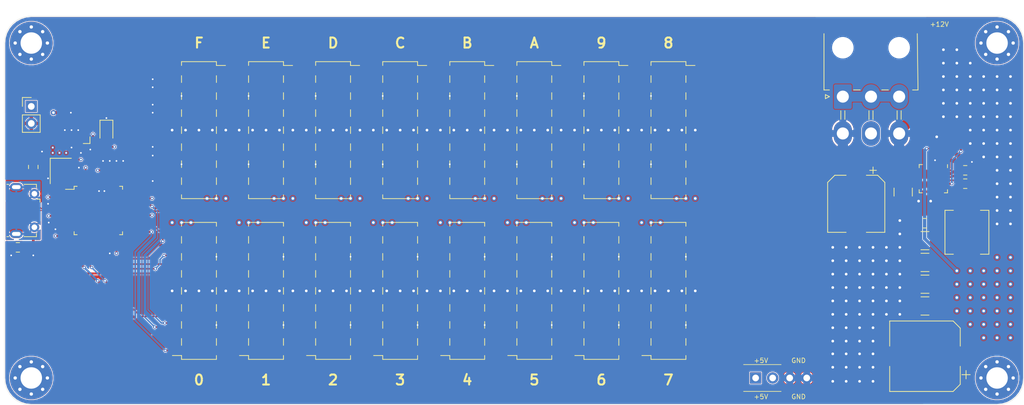
<source format=kicad_pcb>
(kicad_pcb (version 20171130) (host pcbnew "(5.1.9)-1")
  (title_block (title icepool-board) (date 2020-11-09) (rev 2020-04) (company fourside.io))
  (layers (0 F.Cu signal) (1 In1.Cu power) (2 In2.Cu power) (31 B.Cu signal) (34 B.Paste user) (35 F.Paste user) (36 B.SilkS user) (37 F.SilkS user) (38 B.Mask user) (39 F.Mask user) (44 Edge.Cuts user))
  (net 0 "")
  (net 1 GND)
  (net 2 +12V)
  (net 3 +3V3)
  (net 4 "Net-(D1-Pad2)")
  (net 5 "Net-(C5-Pad1)")
  (net 6 "Net-(C6-Pad1)")
  (net 7 /icepool-motherboard/VBUS)
  (net 8 "Net-(C9-Pad1)")
  (net 9 /icepool-motherboard/FT_CLK)
  (net 10 +5V)
  (net 11 "Net-(FB1-Pad2)")
  (net 12 "Net-(H1-Pad1)")
  (net 13 "Net-(H2-Pad1)")
  (net 14 "Net-(H3-Pad1)")
  (net 15 "Net-(H4-Pad1)")
  (net 16 /icepool-motherboard/USB_D+)
  (net 17 "Net-(J1-Pad4)")
  (net 18 /icepool-motherboard/USB_D-)
  (net 19 /icepool-motherboard/SENSEA)
  (net 20 /icepool-motherboard/READY)
  (net 21 /icepool-motherboard/CDONE)
  (net 22 /icepool-motherboard/SCK1)
  (net 23 /icepool-motherboard/SCK0)
  (net 24 /icepool-motherboard/~CS0)
  (net 25 /icepool-motherboard/~RW)
  (net 26 /icepool-motherboard/COPI0)
  (net 27 /icepool-motherboard/CIPO1)
  (net 28 /icepool-motherboard/COPI1)
  (net 29 "Net-(R2-Pad2)")
  (net 30 "Net-(R3-Pad2)")
  (net 31 "Net-(R4-Pad2)")
  (net 32 "Net-(R5-Pad2)")
  (net 33 /icepool-motherboard/CRESET_B)
  (net 34 /icepool-motherboard/FT_RST)
  (net 35 "Net-(R7-Pad2)")
  (net 36 "Net-(R8-Pad2)")
  (net 37 "Net-(R9-Pad1)")
  (net 38 "Net-(R11-Pad2)")
  (net 39 /icepool-motherboard/~CS1)
  (net 40 "Net-(R13-Pad2)")
  (net 41 "Net-(U1-Pad45)")
  (net 42 "Net-(U1-Pad44)")
  (net 43 "Net-(U1-Pad43)")
  (net 44 "Net-(U1-Pad33)")
  (net 45 "Net-(U1-Pad32)")
  (net 46 "Net-(U1-Pad29)")
  (net 47 "Net-(U1-Pad27)")
  (net 48 "Net-(U1-Pad18)")
  (net 49 "Net-(U1-Pad16)")
  (net 50 "Net-(U1-Pad15)")
  (net 51 "Net-(U1-Pad2)")
  (net 52 "Net-(U2-Pad3)")
  (net 53 "Net-(C37-Pad1)")
  (net 54 "Net-(C40-Pad1)")
  (net 55 "Net-(C41-Pad1)")
  (net 56 "Net-(C48-Pad1)")
  (net 57 "Net-(R22-Pad2)")
  (net 58 "/icepool-motherboard/12V-5V Buck/LX")
  (net 59 "Net-(U9-Pad4)")
  (net 60 /icepool-motherboard/SDO1_0)
  (net 61 /icepool-motherboard/SDO1_1)
  (net 62 /icepool-motherboard/SDO1_8)
  (net 63 /icepool-motherboard/SDO1_7)
  (net 64 /icepool-motherboard/SDO1_9)
  (net 65 /icepool-motherboard/SDO1_2)
  (net 66 /icepool-motherboard/SDO1_3)
  (net 67 /icepool-motherboard/SDO1_10)
  (net 68 /icepool-motherboard/SDO1_11)
  (net 69 /icepool-motherboard/SDO1_4)
  (net 70 /icepool-motherboard/SDO1_5)
  (net 71 /icepool-motherboard/SDO1_12)
  (net 72 /icepool-motherboard/SDO1_13)
  (net 73 /icepool-motherboard/SDO1_6)
  (net 74 /icepool-motherboard/SDO1_14)
  (net 75 "Net-(J1-Pad6)")
  (module Connector_Molex:Molex_Mini-Fit_Jr_5569-06A2_2x03_P4.20mm_Horizontal (layer F.Cu) (at 156 34)
    (fp_text reference J3 hide)
    (fp_text value PCIe_6pin)
    (pad 1 thru_hole roundrect (at 0 0) (size 2.7 3.7) (drill 1.8) (layers *.Cu *.Mask) (roundrect_rratio 0.09259296296296296) (net 2 +12V))
    (pad 2 thru_hole oval (at 4.2 0) (size 2.7 3.7) (drill 1.8) (layers *.Cu *.Mask) (net 2 +12V))
    (pad 3 thru_hole oval (at 8.4 0) (size 2.7 3.7) (drill 1.8) (layers *.Cu *.Mask) (net 2 +12V))
    (pad 4 thru_hole oval (at 0 5.5) (size 2.7 3.7) (drill 1.8) (layers *.Cu *.Mask) (net 1 GND))
    (pad 5 thru_hole oval (at 4.2 5.5) (size 2.7 3.7) (drill 1.8) (layers *.Cu *.Mask) (net 19 /icepool-motherboard/SENSEA))
    (pad 6 thru_hole oval (at 8.4 5.5) (size 2.7 3.7) (drill 1.8) (layers *.Cu *.Mask) (net 1 GND))
    (pad "" np_thru_hole circle (at 0 -7.3) (size 3 3) (drill 3) (layers *.Cu *.Mask))
    (pad "" np_thru_hole circle (at 8.4 -7.3) (size 3 3) (drill 3) (layers *.Cu *.Mask))
  )
  (module Connector_PinHeader_2.54mm:PinHeader_1x04_P2.54mm_Vertical (layer F.Cu) (at 143 76 90)
    (fp_text reference J21 hide)
    (fp_text value Conn_01x04)
    (pad 4 thru_hole oval (at 0 7.62 90) (size 1.7 1.7) (drill 1) (layers *.Cu *.Mask) (net 1 GND))
    (pad 3 thru_hole oval (at 0 5.08 90) (size 1.7 1.7) (drill 1) (layers *.Cu *.Mask) (net 1 GND))
    (pad 2 thru_hole oval (at 0 2.54 90) (size 1.7 1.7) (drill 1) (layers *.Cu *.Mask) (net 10 +5V))
    (pad 1 thru_hole rect (at 0 0 90) (size 1.7 1.7) (drill 1) (layers *.Cu *.Mask) (net 10 +5V))
  )
  (module Connector_PinSocket_2.54mm:PinSocket_2x08_P2.54mm_Vertical_SMD (layer F.Cu) (at 120 39)
    (fp_text reference J8 hide)
    (fp_text value Conn_02x08_Odd_Even)
    (pad 1 smd rect (at 2.52 -8.89) (size 3 1) (layers F.Cu F.Paste F.Mask) (net 62 /icepool-motherboard/SDO1_8))
    (pad 2 smd rect (at -2.52 -8.89) (size 3 1) (layers F.Cu F.Paste F.Mask) (net 64 /icepool-motherboard/SDO1_9))
    (pad 3 smd rect (at 2.52 -6.35) (size 3 1) (layers F.Cu F.Paste F.Mask) (net 26 /icepool-motherboard/COPI0))
    (pad 4 smd rect (at -2.52 -6.35) (size 3 1) (layers F.Cu F.Paste F.Mask) (net 25 /icepool-motherboard/~RW))
    (pad 5 smd rect (at 2.52 -3.81) (size 3 1) (layers F.Cu F.Paste F.Mask) (net 24 /icepool-motherboard/~CS0))
    (pad 6 smd rect (at -2.52 -3.81) (size 3 1) (layers F.Cu F.Paste F.Mask) (net 39 /icepool-motherboard/~CS1))
    (pad 7 smd rect (at 2.52 -1.27) (size 3 1) (layers F.Cu F.Paste F.Mask) (net 1 GND))
    (pad 8 smd rect (at -2.52 -1.27) (size 3 1) (layers F.Cu F.Paste F.Mask) (net 1 GND))
    (pad 9 smd rect (at 2.52 1.27) (size 3 1) (layers F.Cu F.Paste F.Mask) (net 1 GND))
    (pad 10 smd rect (at -2.52 1.27) (size 3 1) (layers F.Cu F.Paste F.Mask) (net 1 GND))
    (pad 11 smd rect (at 2.52 3.81) (size 3 1) (layers F.Cu F.Paste F.Mask) (net 23 /icepool-motherboard/SCK0))
    (pad 12 smd rect (at -2.52 3.81) (size 3 1) (layers F.Cu F.Paste F.Mask) (net 33 /icepool-motherboard/CRESET_B))
    (pad 13 smd rect (at 2.52 6.35) (size 3 1) (layers F.Cu F.Paste F.Mask) (net 22 /icepool-motherboard/SCK1))
    (pad 14 smd rect (at -2.52 6.35) (size 3 1) (layers F.Cu F.Paste F.Mask) (net 21 /icepool-motherboard/CDONE))
    (pad 15 smd rect (at 2.52 8.89) (size 3 1) (layers F.Cu F.Paste F.Mask) (net 10 +5V))
    (pad 16 smd rect (at -2.52 8.89) (size 3 1) (layers F.Cu F.Paste F.Mask) (net 20 /icepool-motherboard/READY))
  )
  (module Connector_PinSocket_2.54mm:PinSocket_2x08_P2.54mm_Vertical_SMD (layer F.Cu) (at 60 39)
    (fp_text reference J20 hide)
    (fp_text value Conn_02x08_Odd_Even)
    (pad 16 smd rect (at -2.52 8.89) (size 3 1) (layers F.Cu F.Paste F.Mask) (net 20 /icepool-motherboard/READY))
    (pad 15 smd rect (at 2.52 8.89) (size 3 1) (layers F.Cu F.Paste F.Mask) (net 10 +5V))
    (pad 14 smd rect (at -2.52 6.35) (size 3 1) (layers F.Cu F.Paste F.Mask) (net 21 /icepool-motherboard/CDONE))
    (pad 13 smd rect (at 2.52 6.35) (size 3 1) (layers F.Cu F.Paste F.Mask) (net 22 /icepool-motherboard/SCK1))
    (pad 12 smd rect (at -2.52 3.81) (size 3 1) (layers F.Cu F.Paste F.Mask) (net 33 /icepool-motherboard/CRESET_B))
    (pad 11 smd rect (at 2.52 3.81) (size 3 1) (layers F.Cu F.Paste F.Mask) (net 23 /icepool-motherboard/SCK0))
    (pad 10 smd rect (at -2.52 1.27) (size 3 1) (layers F.Cu F.Paste F.Mask) (net 1 GND))
    (pad 9 smd rect (at 2.52 1.27) (size 3 1) (layers F.Cu F.Paste F.Mask) (net 1 GND))
    (pad 8 smd rect (at -2.52 -1.27) (size 3 1) (layers F.Cu F.Paste F.Mask) (net 1 GND))
    (pad 7 smd rect (at 2.52 -1.27) (size 3 1) (layers F.Cu F.Paste F.Mask) (net 1 GND))
    (pad 6 smd rect (at -2.52 -3.81) (size 3 1) (layers F.Cu F.Paste F.Mask) (net 39 /icepool-motherboard/~CS1))
    (pad 5 smd rect (at 2.52 -3.81) (size 3 1) (layers F.Cu F.Paste F.Mask) (net 24 /icepool-motherboard/~CS0))
    (pad 4 smd rect (at -2.52 -6.35) (size 3 1) (layers F.Cu F.Paste F.Mask) (net 25 /icepool-motherboard/~RW))
    (pad 3 smd rect (at 2.52 -6.35) (size 3 1) (layers F.Cu F.Paste F.Mask) (net 26 /icepool-motherboard/COPI0))
    (pad 2 smd rect (at -2.52 -8.89) (size 3 1) (layers F.Cu F.Paste F.Mask) (net 27 /icepool-motherboard/CIPO1))
    (pad 1 smd rect (at 2.52 -8.89) (size 3 1) (layers F.Cu F.Paste F.Mask) (net 74 /icepool-motherboard/SDO1_14))
  )
  (module Capacitor_SMD:C_0402_1005Metric (layer F.Cu) (at 46.7 44.8 90)
    (fp_text reference C14 hide)
    (fp_text value 0.1u)
    (pad 2 smd roundrect (at 0.485 0 90) (size 0.59 0.64) (layers F.Cu F.Paste F.Mask) (net 1 GND))
    (pad 1 smd roundrect (at -0.485 0 90) (size 0.59 0.64) (layers F.Cu F.Paste F.Mask) (net 3 +3V3))
  )
  (module Capacitor_SMD:C_0402_1005Metric (layer F.Cu) (at 45.7 44.8 90)
    (fp_text reference C13 hide)
    (fp_text value 0.1u)
    (pad 2 smd roundrect (at 0.485 0 90) (size 0.59 0.64) (layers F.Cu F.Paste F.Mask) (net 1 GND))
    (pad 1 smd roundrect (at -0.485 0 90) (size 0.59 0.64) (layers F.Cu F.Paste F.Mask) (net 3 +3V3))
  )
  (module Connector_PinSocket_2.54mm:PinSocket_2x08_P2.54mm_Vertical_SMD (layer F.Cu) (at 110 39)
    (fp_text reference J11 hide)
    (fp_text value Conn_02x08_Odd_Even)
    (pad 1 smd rect (at 2.52 -8.89) (size 3 1) (layers F.Cu F.Paste F.Mask) (net 64 /icepool-motherboard/SDO1_9))
    (pad 2 smd rect (at -2.52 -8.89) (size 3 1) (layers F.Cu F.Paste F.Mask) (net 67 /icepool-motherboard/SDO1_10))
    (pad 3 smd rect (at 2.52 -6.35) (size 3 1) (layers F.Cu F.Paste F.Mask) (net 26 /icepool-motherboard/COPI0))
    (pad 4 smd rect (at -2.52 -6.35) (size 3 1) (layers F.Cu F.Paste F.Mask) (net 25 /icepool-motherboard/~RW))
    (pad 5 smd rect (at 2.52 -3.81) (size 3 1) (layers F.Cu F.Paste F.Mask) (net 24 /icepool-motherboard/~CS0))
    (pad 6 smd rect (at -2.52 -3.81) (size 3 1) (layers F.Cu F.Paste F.Mask) (net 39 /icepool-motherboard/~CS1))
    (pad 7 smd rect (at 2.52 -1.27) (size 3 1) (layers F.Cu F.Paste F.Mask) (net 1 GND))
    (pad 8 smd rect (at -2.52 -1.27) (size 3 1) (layers F.Cu F.Paste F.Mask) (net 1 GND))
    (pad 9 smd rect (at 2.52 1.27) (size 3 1) (layers F.Cu F.Paste F.Mask) (net 1 GND))
    (pad 10 smd rect (at -2.52 1.27) (size 3 1) (layers F.Cu F.Paste F.Mask) (net 1 GND))
    (pad 11 smd rect (at 2.52 3.81) (size 3 1) (layers F.Cu F.Paste F.Mask) (net 23 /icepool-motherboard/SCK0))
    (pad 12 smd rect (at -2.52 3.81) (size 3 1) (layers F.Cu F.Paste F.Mask) (net 33 /icepool-motherboard/CRESET_B))
    (pad 13 smd rect (at 2.52 6.35) (size 3 1) (layers F.Cu F.Paste F.Mask) (net 22 /icepool-motherboard/SCK1))
    (pad 14 smd rect (at -2.52 6.35) (size 3 1) (layers F.Cu F.Paste F.Mask) (net 21 /icepool-motherboard/CDONE))
    (pad 15 smd rect (at 2.52 8.89) (size 3 1) (layers F.Cu F.Paste F.Mask) (net 10 +5V))
    (pad 16 smd rect (at -2.52 8.89) (size 3 1) (layers F.Cu F.Paste F.Mask) (net 20 /icepool-motherboard/READY))
  )
  (module Connector_PinSocket_2.54mm:PinSocket_2x08_P2.54mm_Vertical_SMD (layer F.Cu) (at 60 63 180)
    (fp_text reference J4 hide)
    (fp_text value Conn_02x08_Odd_Even)
    (pad 16 smd rect (at -2.52 8.89 180) (size 3 1) (layers F.Cu F.Paste F.Mask) (net 20 /icepool-motherboard/READY))
    (pad 15 smd rect (at 2.52 8.89 180) (size 3 1) (layers F.Cu F.Paste F.Mask) (net 10 +5V))
    (pad 14 smd rect (at -2.52 6.35 180) (size 3 1) (layers F.Cu F.Paste F.Mask) (net 21 /icepool-motherboard/CDONE))
    (pad 13 smd rect (at 2.52 6.35 180) (size 3 1) (layers F.Cu F.Paste F.Mask) (net 22 /icepool-motherboard/SCK1))
    (pad 12 smd rect (at -2.52 3.81 180) (size 3 1) (layers F.Cu F.Paste F.Mask) (net 33 /icepool-motherboard/CRESET_B))
    (pad 11 smd rect (at 2.52 3.81 180) (size 3 1) (layers F.Cu F.Paste F.Mask) (net 23 /icepool-motherboard/SCK0))
    (pad 10 smd rect (at -2.52 1.27 180) (size 3 1) (layers F.Cu F.Paste F.Mask) (net 1 GND))
    (pad 9 smd rect (at 2.52 1.27 180) (size 3 1) (layers F.Cu F.Paste F.Mask) (net 1 GND))
    (pad 8 smd rect (at -2.52 -1.27 180) (size 3 1) (layers F.Cu F.Paste F.Mask) (net 1 GND))
    (pad 7 smd rect (at 2.52 -1.27 180) (size 3 1) (layers F.Cu F.Paste F.Mask) (net 1 GND))
    (pad 6 smd rect (at -2.52 -3.81 180) (size 3 1) (layers F.Cu F.Paste F.Mask) (net 39 /icepool-motherboard/~CS1))
    (pad 5 smd rect (at 2.52 -3.81 180) (size 3 1) (layers F.Cu F.Paste F.Mask) (net 24 /icepool-motherboard/~CS0))
    (pad 4 smd rect (at -2.52 -6.35 180) (size 3 1) (layers F.Cu F.Paste F.Mask) (net 25 /icepool-motherboard/~RW))
    (pad 3 smd rect (at 2.52 -6.35 180) (size 3 1) (layers F.Cu F.Paste F.Mask) (net 26 /icepool-motherboard/COPI0))
    (pad 2 smd rect (at -2.52 -8.89 180) (size 3 1) (layers F.Cu F.Paste F.Mask) (net 60 /icepool-motherboard/SDO1_0))
    (pad 1 smd rect (at 2.52 -8.89 180) (size 3 1) (layers F.Cu F.Paste F.Mask) (net 28 /icepool-motherboard/COPI1))
  )
  (module Connector_PinSocket_2.54mm:PinSocket_2x08_P2.54mm_Vertical_SMD (layer F.Cu) (at 90 63 180)
    (fp_text reference J10 hide)
    (fp_text value Conn_02x08_Odd_Even)
    (pad 16 smd rect (at -2.52 8.89 180) (size 3 1) (layers F.Cu F.Paste F.Mask) (net 20 /icepool-motherboard/READY))
    (pad 15 smd rect (at 2.52 8.89 180) (size 3 1) (layers F.Cu F.Paste F.Mask) (net 10 +5V))
    (pad 14 smd rect (at -2.52 6.35 180) (size 3 1) (layers F.Cu F.Paste F.Mask) (net 21 /icepool-motherboard/CDONE))
    (pad 13 smd rect (at 2.52 6.35 180) (size 3 1) (layers F.Cu F.Paste F.Mask) (net 22 /icepool-motherboard/SCK1))
    (pad 12 smd rect (at -2.52 3.81 180) (size 3 1) (layers F.Cu F.Paste F.Mask) (net 33 /icepool-motherboard/CRESET_B))
    (pad 11 smd rect (at 2.52 3.81 180) (size 3 1) (layers F.Cu F.Paste F.Mask) (net 23 /icepool-motherboard/SCK0))
    (pad 10 smd rect (at -2.52 1.27 180) (size 3 1) (layers F.Cu F.Paste F.Mask) (net 1 GND))
    (pad 9 smd rect (at 2.52 1.27 180) (size 3 1) (layers F.Cu F.Paste F.Mask) (net 1 GND))
    (pad 8 smd rect (at -2.52 -1.27 180) (size 3 1) (layers F.Cu F.Paste F.Mask) (net 1 GND))
    (pad 7 smd rect (at 2.52 -1.27 180) (size 3 1) (layers F.Cu F.Paste F.Mask) (net 1 GND))
    (pad 6 smd rect (at -2.52 -3.81 180) (size 3 1) (layers F.Cu F.Paste F.Mask) (net 39 /icepool-motherboard/~CS1))
    (pad 5 smd rect (at 2.52 -3.81 180) (size 3 1) (layers F.Cu F.Paste F.Mask) (net 24 /icepool-motherboard/~CS0))
    (pad 4 smd rect (at -2.52 -6.35 180) (size 3 1) (layers F.Cu F.Paste F.Mask) (net 25 /icepool-motherboard/~RW))
    (pad 3 smd rect (at 2.52 -6.35 180) (size 3 1) (layers F.Cu F.Paste F.Mask) (net 26 /icepool-motherboard/COPI0))
    (pad 2 smd rect (at -2.52 -8.89 180) (size 3 1) (layers F.Cu F.Paste F.Mask) (net 66 /icepool-motherboard/SDO1_3))
    (pad 1 smd rect (at 2.52 -8.89 180) (size 3 1) (layers F.Cu F.Paste F.Mask) (net 65 /icepool-motherboard/SDO1_2))
  )
  (module Connector_PinSocket_2.54mm:PinSocket_2x08_P2.54mm_Vertical_SMD (layer F.Cu) (at 130 63 180)
    (fp_text reference J18 hide)
    (fp_text value Conn_02x08_Odd_Even)
    (pad 16 smd rect (at -2.52 8.89 180) (size 3 1) (layers F.Cu F.Paste F.Mask) (net 20 /icepool-motherboard/READY))
    (pad 15 smd rect (at 2.52 8.89 180) (size 3 1) (layers F.Cu F.Paste F.Mask) (net 10 +5V))
    (pad 14 smd rect (at -2.52 6.35 180) (size 3 1) (layers F.Cu F.Paste F.Mask) (net 21 /icepool-motherboard/CDONE))
    (pad 13 smd rect (at 2.52 6.35 180) (size 3 1) (layers F.Cu F.Paste F.Mask) (net 22 /icepool-motherboard/SCK1))
    (pad 12 smd rect (at -2.52 3.81 180) (size 3 1) (layers F.Cu F.Paste F.Mask) (net 33 /icepool-motherboard/CRESET_B))
    (pad 11 smd rect (at 2.52 3.81 180) (size 3 1) (layers F.Cu F.Paste F.Mask) (net 23 /icepool-motherboard/SCK0))
    (pad 10 smd rect (at -2.52 1.27 180) (size 3 1) (layers F.Cu F.Paste F.Mask) (net 1 GND))
    (pad 9 smd rect (at 2.52 1.27 180) (size 3 1) (layers F.Cu F.Paste F.Mask) (net 1 GND))
    (pad 8 smd rect (at -2.52 -1.27 180) (size 3 1) (layers F.Cu F.Paste F.Mask) (net 1 GND))
    (pad 7 smd rect (at 2.52 -1.27 180) (size 3 1) (layers F.Cu F.Paste F.Mask) (net 1 GND))
    (pad 6 smd rect (at -2.52 -3.81 180) (size 3 1) (layers F.Cu F.Paste F.Mask) (net 39 /icepool-motherboard/~CS1))
    (pad 5 smd rect (at 2.52 -3.81 180) (size 3 1) (layers F.Cu F.Paste F.Mask) (net 24 /icepool-motherboard/~CS0))
    (pad 4 smd rect (at -2.52 -6.35 180) (size 3 1) (layers F.Cu F.Paste F.Mask) (net 25 /icepool-motherboard/~RW))
    (pad 3 smd rect (at 2.52 -6.35 180) (size 3 1) (layers F.Cu F.Paste F.Mask) (net 26 /icepool-motherboard/COPI0))
    (pad 2 smd rect (at -2.52 -8.89 180) (size 3 1) (layers F.Cu F.Paste F.Mask) (net 63 /icepool-motherboard/SDO1_7))
    (pad 1 smd rect (at 2.52 -8.89 180) (size 3 1) (layers F.Cu F.Paste F.Mask) (net 73 /icepool-motherboard/SDO1_6))
  )
  (module Connector_PinSocket_2.54mm:PinSocket_2x08_P2.54mm_Vertical_SMD (layer F.Cu) (at 100 63 180)
    (fp_text reference J13 hide)
    (fp_text value Conn_02x08_Odd_Even)
    (pad 16 smd rect (at -2.52 8.89 180) (size 3 1) (layers F.Cu F.Paste F.Mask) (net 20 /icepool-motherboard/READY))
    (pad 15 smd rect (at 2.52 8.89 180) (size 3 1) (layers F.Cu F.Paste F.Mask) (net 10 +5V))
    (pad 14 smd rect (at -2.52 6.35 180) (size 3 1) (layers F.Cu F.Paste F.Mask) (net 21 /icepool-motherboard/CDONE))
    (pad 13 smd rect (at 2.52 6.35 180) (size 3 1) (layers F.Cu F.Paste F.Mask) (net 22 /icepool-motherboard/SCK1))
    (pad 12 smd rect (at -2.52 3.81 180) (size 3 1) (layers F.Cu F.Paste F.Mask) (net 33 /icepool-motherboard/CRESET_B))
    (pad 11 smd rect (at 2.52 3.81 180) (size 3 1) (layers F.Cu F.Paste F.Mask) (net 23 /icepool-motherboard/SCK0))
    (pad 10 smd rect (at -2.52 1.27 180) (size 3 1) (layers F.Cu F.Paste F.Mask) (net 1 GND))
    (pad 9 smd rect (at 2.52 1.27 180) (size 3 1) (layers F.Cu F.Paste F.Mask) (net 1 GND))
    (pad 8 smd rect (at -2.52 -1.27 180) (size 3 1) (layers F.Cu F.Paste F.Mask) (net 1 GND))
    (pad 7 smd rect (at 2.52 -1.27 180) (size 3 1) (layers F.Cu F.Paste F.Mask) (net 1 GND))
    (pad 6 smd rect (at -2.52 -3.81 180) (size 3 1) (layers F.Cu F.Paste F.Mask) (net 39 /icepool-motherboard/~CS1))
    (pad 5 smd rect (at 2.52 -3.81 180) (size 3 1) (layers F.Cu F.Paste F.Mask) (net 24 /icepool-motherboard/~CS0))
    (pad 4 smd rect (at -2.52 -6.35 180) (size 3 1) (layers F.Cu F.Paste F.Mask) (net 25 /icepool-motherboard/~RW))
    (pad 3 smd rect (at 2.52 -6.35 180) (size 3 1) (layers F.Cu F.Paste F.Mask) (net 26 /icepool-motherboard/COPI0))
    (pad 2 smd rect (at -2.52 -8.89 180) (size 3 1) (layers F.Cu F.Paste F.Mask) (net 69 /icepool-motherboard/SDO1_4))
    (pad 1 smd rect (at 2.52 -8.89 180) (size 3 1) (layers F.Cu F.Paste F.Mask) (net 66 /icepool-motherboard/SDO1_3))
  )
  (module Connector_PinSocket_2.54mm:PinSocket_2x08_P2.54mm_Vertical_SMD (layer F.Cu) (at 70 63 180)
    (fp_text reference J6 hide)
    (fp_text value Conn_02x08_Odd_Even)
    (pad 16 smd rect (at -2.52 8.89 180) (size 3 1) (layers F.Cu F.Paste F.Mask) (net 20 /icepool-motherboard/READY))
    (pad 15 smd rect (at 2.52 8.89 180) (size 3 1) (layers F.Cu F.Paste F.Mask) (net 10 +5V))
    (pad 14 smd rect (at -2.52 6.35 180) (size 3 1) (layers F.Cu F.Paste F.Mask) (net 21 /icepool-motherboard/CDONE))
    (pad 13 smd rect (at 2.52 6.35 180) (size 3 1) (layers F.Cu F.Paste F.Mask) (net 22 /icepool-motherboard/SCK1))
    (pad 12 smd rect (at -2.52 3.81 180) (size 3 1) (layers F.Cu F.Paste F.Mask) (net 33 /icepool-motherboard/CRESET_B))
    (pad 11 smd rect (at 2.52 3.81 180) (size 3 1) (layers F.Cu F.Paste F.Mask) (net 23 /icepool-motherboard/SCK0))
    (pad 10 smd rect (at -2.52 1.27 180) (size 3 1) (layers F.Cu F.Paste F.Mask) (net 1 GND))
    (pad 9 smd rect (at 2.52 1.27 180) (size 3 1) (layers F.Cu F.Paste F.Mask) (net 1 GND))
    (pad 8 smd rect (at -2.52 -1.27 180) (size 3 1) (layers F.Cu F.Paste F.Mask) (net 1 GND))
    (pad 7 smd rect (at 2.52 -1.27 180) (size 3 1) (layers F.Cu F.Paste F.Mask) (net 1 GND))
    (pad 6 smd rect (at -2.52 -3.81 180) (size 3 1) (layers F.Cu F.Paste F.Mask) (net 39 /icepool-motherboard/~CS1))
    (pad 5 smd rect (at 2.52 -3.81 180) (size 3 1) (layers F.Cu F.Paste F.Mask) (net 24 /icepool-motherboard/~CS0))
    (pad 4 smd rect (at -2.52 -6.35 180) (size 3 1) (layers F.Cu F.Paste F.Mask) (net 25 /icepool-motherboard/~RW))
    (pad 3 smd rect (at 2.52 -6.35 180) (size 3 1) (layers F.Cu F.Paste F.Mask) (net 26 /icepool-motherboard/COPI0))
    (pad 2 smd rect (at -2.52 -8.89 180) (size 3 1) (layers F.Cu F.Paste F.Mask) (net 61 /icepool-motherboard/SDO1_1))
    (pad 1 smd rect (at 2.52 -8.89 180) (size 3 1) (layers F.Cu F.Paste F.Mask) (net 60 /icepool-motherboard/SDO1_0))
  )
  (module Connector_PinSocket_2.54mm:PinSocket_2x08_P2.54mm_Vertical_SMD (layer F.Cu) (at 80 63 180)
    (fp_text reference J9 hide)
    (fp_text value Conn_02x08_Odd_Even)
    (pad 16 smd rect (at -2.52 8.89 180) (size 3 1) (layers F.Cu F.Paste F.Mask) (net 20 /icepool-motherboard/READY))
    (pad 15 smd rect (at 2.52 8.89 180) (size 3 1) (layers F.Cu F.Paste F.Mask) (net 10 +5V))
    (pad 14 smd rect (at -2.52 6.35 180) (size 3 1) (layers F.Cu F.Paste F.Mask) (net 21 /icepool-motherboard/CDONE))
    (pad 13 smd rect (at 2.52 6.35 180) (size 3 1) (layers F.Cu F.Paste F.Mask) (net 22 /icepool-motherboard/SCK1))
    (pad 12 smd rect (at -2.52 3.81 180) (size 3 1) (layers F.Cu F.Paste F.Mask) (net 33 /icepool-motherboard/CRESET_B))
    (pad 11 smd rect (at 2.52 3.81 180) (size 3 1) (layers F.Cu F.Paste F.Mask) (net 23 /icepool-motherboard/SCK0))
    (pad 10 smd rect (at -2.52 1.27 180) (size 3 1) (layers F.Cu F.Paste F.Mask) (net 1 GND))
    (pad 9 smd rect (at 2.52 1.27 180) (size 3 1) (layers F.Cu F.Paste F.Mask) (net 1 GND))
    (pad 8 smd rect (at -2.52 -1.27 180) (size 3 1) (layers F.Cu F.Paste F.Mask) (net 1 GND))
    (pad 7 smd rect (at 2.52 -1.27 180) (size 3 1) (layers F.Cu F.Paste F.Mask) (net 1 GND))
    (pad 6 smd rect (at -2.52 -3.81 180) (size 3 1) (layers F.Cu F.Paste F.Mask) (net 39 /icepool-motherboard/~CS1))
    (pad 5 smd rect (at 2.52 -3.81 180) (size 3 1) (layers F.Cu F.Paste F.Mask) (net 24 /icepool-motherboard/~CS0))
    (pad 4 smd rect (at -2.52 -6.35 180) (size 3 1) (layers F.Cu F.Paste F.Mask) (net 25 /icepool-motherboard/~RW))
    (pad 3 smd rect (at 2.52 -6.35 180) (size 3 1) (layers F.Cu F.Paste F.Mask) (net 26 /icepool-motherboard/COPI0))
    (pad 2 smd rect (at -2.52 -8.89 180) (size 3 1) (layers F.Cu F.Paste F.Mask) (net 65 /icepool-motherboard/SDO1_2))
    (pad 1 smd rect (at 2.52 -8.89 180) (size 3 1) (layers F.Cu F.Paste F.Mask) (net 61 /icepool-motherboard/SDO1_1))
  )
  (module Connector_PinSocket_2.54mm:PinSocket_2x08_P2.54mm_Vertical_SMD (layer F.Cu) (at 100 39)
    (fp_text reference J12 hide)
    (fp_text value Conn_02x08_Odd_Even)
    (pad 1 smd rect (at 2.52 -8.89) (size 3 1) (layers F.Cu F.Paste F.Mask) (net 67 /icepool-motherboard/SDO1_10))
    (pad 2 smd rect (at -2.52 -8.89) (size 3 1) (layers F.Cu F.Paste F.Mask) (net 68 /icepool-motherboard/SDO1_11))
    (pad 3 smd rect (at 2.52 -6.35) (size 3 1) (layers F.Cu F.Paste F.Mask) (net 26 /icepool-motherboard/COPI0))
    (pad 4 smd rect (at -2.52 -6.35) (size 3 1) (layers F.Cu F.Paste F.Mask) (net 25 /icepool-motherboard/~RW))
    (pad 5 smd rect (at 2.52 -3.81) (size 3 1) (layers F.Cu F.Paste F.Mask) (net 24 /icepool-motherboard/~CS0))
    (pad 6 smd rect (at -2.52 -3.81) (size 3 1) (layers F.Cu F.Paste F.Mask) (net 39 /icepool-motherboard/~CS1))
    (pad 7 smd rect (at 2.52 -1.27) (size 3 1) (layers F.Cu F.Paste F.Mask) (net 1 GND))
    (pad 8 smd rect (at -2.52 -1.27) (size 3 1) (layers F.Cu F.Paste F.Mask) (net 1 GND))
    (pad 9 smd rect (at 2.52 1.27) (size 3 1) (layers F.Cu F.Paste F.Mask) (net 1 GND))
    (pad 10 smd rect (at -2.52 1.27) (size 3 1) (layers F.Cu F.Paste F.Mask) (net 1 GND))
    (pad 11 smd rect (at 2.52 3.81) (size 3 1) (layers F.Cu F.Paste F.Mask) (net 23 /icepool-motherboard/SCK0))
    (pad 12 smd rect (at -2.52 3.81) (size 3 1) (layers F.Cu F.Paste F.Mask) (net 33 /icepool-motherboard/CRESET_B))
    (pad 13 smd rect (at 2.52 6.35) (size 3 1) (layers F.Cu F.Paste F.Mask) (net 22 /icepool-motherboard/SCK1))
    (pad 14 smd rect (at -2.52 6.35) (size 3 1) (layers F.Cu F.Paste F.Mask) (net 21 /icepool-motherboard/CDONE))
    (pad 15 smd rect (at 2.52 8.89) (size 3 1) (layers F.Cu F.Paste F.Mask) (net 10 +5V))
    (pad 16 smd rect (at -2.52 8.89) (size 3 1) (layers F.Cu F.Paste F.Mask) (net 20 /icepool-motherboard/READY))
  )
  (module Connector_PinSocket_2.54mm:PinSocket_2x08_P2.54mm_Vertical_SMD (layer F.Cu) (at 110 63 180)
    (fp_text reference J14 hide)
    (fp_text value Conn_02x08_Odd_Even)
    (pad 16 smd rect (at -2.52 8.89 180) (size 3 1) (layers F.Cu F.Paste F.Mask) (net 20 /icepool-motherboard/READY))
    (pad 15 smd rect (at 2.52 8.89 180) (size 3 1) (layers F.Cu F.Paste F.Mask) (net 10 +5V))
    (pad 14 smd rect (at -2.52 6.35 180) (size 3 1) (layers F.Cu F.Paste F.Mask) (net 21 /icepool-motherboard/CDONE))
    (pad 13 smd rect (at 2.52 6.35 180) (size 3 1) (layers F.Cu F.Paste F.Mask) (net 22 /icepool-motherboard/SCK1))
    (pad 12 smd rect (at -2.52 3.81 180) (size 3 1) (layers F.Cu F.Paste F.Mask) (net 33 /icepool-motherboard/CRESET_B))
    (pad 11 smd rect (at 2.52 3.81 180) (size 3 1) (layers F.Cu F.Paste F.Mask) (net 23 /icepool-motherboard/SCK0))
    (pad 10 smd rect (at -2.52 1.27 180) (size 3 1) (layers F.Cu F.Paste F.Mask) (net 1 GND))
    (pad 9 smd rect (at 2.52 1.27 180) (size 3 1) (layers F.Cu F.Paste F.Mask) (net 1 GND))
    (pad 8 smd rect (at -2.52 -1.27 180) (size 3 1) (layers F.Cu F.Paste F.Mask) (net 1 GND))
    (pad 7 smd rect (at 2.52 -1.27 180) (size 3 1) (layers F.Cu F.Paste F.Mask) (net 1 GND))
    (pad 6 smd rect (at -2.52 -3.81 180) (size 3 1) (layers F.Cu F.Paste F.Mask) (net 39 /icepool-motherboard/~CS1))
    (pad 5 smd rect (at 2.52 -3.81 180) (size 3 1) (layers F.Cu F.Paste F.Mask) (net 24 /icepool-motherboard/~CS0))
    (pad 4 smd rect (at -2.52 -6.35 180) (size 3 1) (layers F.Cu F.Paste F.Mask) (net 25 /icepool-motherboard/~RW))
    (pad 3 smd rect (at 2.52 -6.35 180) (size 3 1) (layers F.Cu F.Paste F.Mask) (net 26 /icepool-motherboard/COPI0))
    (pad 2 smd rect (at -2.52 -8.89 180) (size 3 1) (layers F.Cu F.Paste F.Mask) (net 70 /icepool-motherboard/SDO1_5))
    (pad 1 smd rect (at 2.52 -8.89 180) (size 3 1) (layers F.Cu F.Paste F.Mask) (net 69 /icepool-motherboard/SDO1_4))
  )
  (module Connector_PinSocket_2.54mm:PinSocket_2x08_P2.54mm_Vertical_SMD (layer F.Cu) (at 90 39)
    (fp_text reference J15 hide)
    (fp_text value Conn_02x08_Odd_Even)
    (pad 1 smd rect (at 2.52 -8.89) (size 3 1) (layers F.Cu F.Paste F.Mask) (net 68 /icepool-motherboard/SDO1_11))
    (pad 2 smd rect (at -2.52 -8.89) (size 3 1) (layers F.Cu F.Paste F.Mask) (net 71 /icepool-motherboard/SDO1_12))
    (pad 3 smd rect (at 2.52 -6.35) (size 3 1) (layers F.Cu F.Paste F.Mask) (net 26 /icepool-motherboard/COPI0))
    (pad 4 smd rect (at -2.52 -6.35) (size 3 1) (layers F.Cu F.Paste F.Mask) (net 25 /icepool-motherboard/~RW))
    (pad 5 smd rect (at 2.52 -3.81) (size 3 1) (layers F.Cu F.Paste F.Mask) (net 24 /icepool-motherboard/~CS0))
    (pad 6 smd rect (at -2.52 -3.81) (size 3 1) (layers F.Cu F.Paste F.Mask) (net 39 /icepool-motherboard/~CS1))
    (pad 7 smd rect (at 2.52 -1.27) (size 3 1) (layers F.Cu F.Paste F.Mask) (net 1 GND))
    (pad 8 smd rect (at -2.52 -1.27) (size 3 1) (layers F.Cu F.Paste F.Mask) (net 1 GND))
    (pad 9 smd rect (at 2.52 1.27) (size 3 1) (layers F.Cu F.Paste F.Mask) (net 1 GND))
    (pad 10 smd rect (at -2.52 1.27) (size 3 1) (layers F.Cu F.Paste F.Mask) (net 1 GND))
    (pad 11 smd rect (at 2.52 3.81) (size 3 1) (layers F.Cu F.Paste F.Mask) (net 23 /icepool-motherboard/SCK0))
    (pad 12 smd rect (at -2.52 3.81) (size 3 1) (layers F.Cu F.Paste F.Mask) (net 33 /icepool-motherboard/CRESET_B))
    (pad 13 smd rect (at 2.52 6.35) (size 3 1) (layers F.Cu F.Paste F.Mask) (net 22 /icepool-motherboard/SCK1))
    (pad 14 smd rect (at -2.52 6.35) (size 3 1) (layers F.Cu F.Paste F.Mask) (net 21 /icepool-motherboard/CDONE))
    (pad 15 smd rect (at 2.52 8.89) (size 3 1) (layers F.Cu F.Paste F.Mask) (net 10 +5V))
    (pad 16 smd rect (at -2.52 8.89) (size 3 1) (layers F.Cu F.Paste F.Mask) (net 20 /icepool-motherboard/READY))
  )
  (module Connector_PinSocket_2.54mm:PinSocket_2x08_P2.54mm_Vertical_SMD (layer F.Cu) (at 80 39)
    (fp_text reference J16 hide)
    (fp_text value Conn_02x08_Odd_Even)
    (pad 1 smd rect (at 2.52 -8.89) (size 3 1) (layers F.Cu F.Paste F.Mask) (net 71 /icepool-motherboard/SDO1_12))
    (pad 2 smd rect (at -2.52 -8.89) (size 3 1) (layers F.Cu F.Paste F.Mask) (net 72 /icepool-motherboard/SDO1_13))
    (pad 3 smd rect (at 2.52 -6.35) (size 3 1) (layers F.Cu F.Paste F.Mask) (net 26 /icepool-motherboard/COPI0))
    (pad 4 smd rect (at -2.52 -6.35) (size 3 1) (layers F.Cu F.Paste F.Mask) (net 25 /icepool-motherboard/~RW))
    (pad 5 smd rect (at 2.52 -3.81) (size 3 1) (layers F.Cu F.Paste F.Mask) (net 24 /icepool-motherboard/~CS0))
    (pad 6 smd rect (at -2.52 -3.81) (size 3 1) (layers F.Cu F.Paste F.Mask) (net 39 /icepool-motherboard/~CS1))
    (pad 7 smd rect (at 2.52 -1.27) (size 3 1) (layers F.Cu F.Paste F.Mask) (net 1 GND))
    (pad 8 smd rect (at -2.52 -1.27) (size 3 1) (layers F.Cu F.Paste F.Mask) (net 1 GND))
    (pad 9 smd rect (at 2.52 1.27) (size 3 1) (layers F.Cu F.Paste F.Mask) (net 1 GND))
    (pad 10 smd rect (at -2.52 1.27) (size 3 1) (layers F.Cu F.Paste F.Mask) (net 1 GND))
    (pad 11 smd rect (at 2.52 3.81) (size 3 1) (layers F.Cu F.Paste F.Mask) (net 23 /icepool-motherboard/SCK0))
    (pad 12 smd rect (at -2.52 3.81) (size 3 1) (layers F.Cu F.Paste F.Mask) (net 33 /icepool-motherboard/CRESET_B))
    (pad 13 smd rect (at 2.52 6.35) (size 3 1) (layers F.Cu F.Paste F.Mask) (net 22 /icepool-motherboard/SCK1))
    (pad 14 smd rect (at -2.52 6.35) (size 3 1) (layers F.Cu F.Paste F.Mask) (net 21 /icepool-motherboard/CDONE))
    (pad 15 smd rect (at 2.52 8.89) (size 3 1) (layers F.Cu F.Paste F.Mask) (net 10 +5V))
    (pad 16 smd rect (at -2.52 8.89) (size 3 1) (layers F.Cu F.Paste F.Mask) (net 20 /icepool-motherboard/READY))
  )
  (module Connector_PinSocket_2.54mm:PinSocket_2x08_P2.54mm_Vertical_SMD (layer F.Cu) (at 120 63 180)
    (fp_text reference J17 hide)
    (fp_text value Conn_02x08_Odd_Even)
    (pad 16 smd rect (at -2.52 8.89 180) (size 3 1) (layers F.Cu F.Paste F.Mask) (net 20 /icepool-motherboard/READY))
    (pad 15 smd rect (at 2.52 8.89 180) (size 3 1) (layers F.Cu F.Paste F.Mask) (net 10 +5V))
    (pad 14 smd rect (at -2.52 6.35 180) (size 3 1) (layers F.Cu F.Paste F.Mask) (net 21 /icepool-motherboard/CDONE))
    (pad 13 smd rect (at 2.52 6.35 180) (size 3 1) (layers F.Cu F.Paste F.Mask) (net 22 /icepool-motherboard/SCK1))
    (pad 12 smd rect (at -2.52 3.81 180) (size 3 1) (layers F.Cu F.Paste F.Mask) (net 33 /icepool-motherboard/CRESET_B))
    (pad 11 smd rect (at 2.52 3.81 180) (size 3 1) (layers F.Cu F.Paste F.Mask) (net 23 /icepool-motherboard/SCK0))
    (pad 10 smd rect (at -2.52 1.27 180) (size 3 1) (layers F.Cu F.Paste F.Mask) (net 1 GND))
    (pad 9 smd rect (at 2.52 1.27 180) (size 3 1) (layers F.Cu F.Paste F.Mask) (net 1 GND))
    (pad 8 smd rect (at -2.52 -1.27 180) (size 3 1) (layers F.Cu F.Paste F.Mask) (net 1 GND))
    (pad 7 smd rect (at 2.52 -1.27 180) (size 3 1) (layers F.Cu F.Paste F.Mask) (net 1 GND))
    (pad 6 smd rect (at -2.52 -3.81 180) (size 3 1) (layers F.Cu F.Paste F.Mask) (net 39 /icepool-motherboard/~CS1))
    (pad 5 smd rect (at 2.52 -3.81 180) (size 3 1) (layers F.Cu F.Paste F.Mask) (net 24 /icepool-motherboard/~CS0))
    (pad 4 smd rect (at -2.52 -6.35 180) (size 3 1) (layers F.Cu F.Paste F.Mask) (net 25 /icepool-motherboard/~RW))
    (pad 3 smd rect (at 2.52 -6.35 180) (size 3 1) (layers F.Cu F.Paste F.Mask) (net 26 /icepool-motherboard/COPI0))
    (pad 2 smd rect (at -2.52 -8.89 180) (size 3 1) (layers F.Cu F.Paste F.Mask) (net 73 /icepool-motherboard/SDO1_6))
    (pad 1 smd rect (at 2.52 -8.89 180) (size 3 1) (layers F.Cu F.Paste F.Mask) (net 70 /icepool-motherboard/SDO1_5))
  )
  (module Connector_PinSocket_2.54mm:PinSocket_2x08_P2.54mm_Vertical_SMD (layer F.Cu) (at 70 39)
    (fp_text reference J19 hide)
    (fp_text value Conn_02x08_Odd_Even)
    (pad 1 smd rect (at 2.52 -8.89) (size 3 1) (layers F.Cu F.Paste F.Mask) (net 72 /icepool-motherboard/SDO1_13))
    (pad 2 smd rect (at -2.52 -8.89) (size 3 1) (layers F.Cu F.Paste F.Mask) (net 74 /icepool-motherboard/SDO1_14))
    (pad 3 smd rect (at 2.52 -6.35) (size 3 1) (layers F.Cu F.Paste F.Mask) (net 26 /icepool-motherboard/COPI0))
    (pad 4 smd rect (at -2.52 -6.35) (size 3 1) (layers F.Cu F.Paste F.Mask) (net 25 /icepool-motherboard/~RW))
    (pad 5 smd rect (at 2.52 -3.81) (size 3 1) (layers F.Cu F.Paste F.Mask) (net 24 /icepool-motherboard/~CS0))
    (pad 6 smd rect (at -2.52 -3.81) (size 3 1) (layers F.Cu F.Paste F.Mask) (net 39 /icepool-motherboard/~CS1))
    (pad 7 smd rect (at 2.52 -1.27) (size 3 1) (layers F.Cu F.Paste F.Mask) (net 1 GND))
    (pad 8 smd rect (at -2.52 -1.27) (size 3 1) (layers F.Cu F.Paste F.Mask) (net 1 GND))
    (pad 9 smd rect (at 2.52 1.27) (size 3 1) (layers F.Cu F.Paste F.Mask) (net 1 GND))
    (pad 10 smd rect (at -2.52 1.27) (size 3 1) (layers F.Cu F.Paste F.Mask) (net 1 GND))
    (pad 11 smd rect (at 2.52 3.81) (size 3 1) (layers F.Cu F.Paste F.Mask) (net 23 /icepool-motherboard/SCK0))
    (pad 12 smd rect (at -2.52 3.81) (size 3 1) (layers F.Cu F.Paste F.Mask) (net 33 /icepool-motherboard/CRESET_B))
    (pad 13 smd rect (at 2.52 6.35) (size 3 1) (layers F.Cu F.Paste F.Mask) (net 22 /icepool-motherboard/SCK1))
    (pad 14 smd rect (at -2.52 6.35) (size 3 1) (layers F.Cu F.Paste F.Mask) (net 21 /icepool-motherboard/CDONE))
    (pad 15 smd rect (at 2.52 8.89) (size 3 1) (layers F.Cu F.Paste F.Mask) (net 10 +5V))
    (pad 16 smd rect (at -2.52 8.89) (size 3 1) (layers F.Cu F.Paste F.Mask) (net 20 /icepool-motherboard/READY))
  )
  (module Connector_PinSocket_2.54mm:PinSocket_2x08_P2.54mm_Vertical_SMD (layer F.Cu) (at 130 39)
    (fp_text reference J7 hide)
    (fp_text value Conn_02x08_Odd_Even)
    (pad 1 smd rect (at 2.52 -8.89) (size 3 1) (layers F.Cu F.Paste F.Mask) (net 63 /icepool-motherboard/SDO1_7))
    (pad 2 smd rect (at -2.52 -8.89) (size 3 1) (layers F.Cu F.Paste F.Mask) (net 62 /icepool-motherboard/SDO1_8))
    (pad 3 smd rect (at 2.52 -6.35) (size 3 1) (layers F.Cu F.Paste F.Mask) (net 26 /icepool-motherboard/COPI0))
    (pad 4 smd rect (at -2.52 -6.35) (size 3 1) (layers F.Cu F.Paste F.Mask) (net 25 /icepool-motherboard/~RW))
    (pad 5 smd rect (at 2.52 -3.81) (size 3 1) (layers F.Cu F.Paste F.Mask) (net 24 /icepool-motherboard/~CS0))
    (pad 6 smd rect (at -2.52 -3.81) (size 3 1) (layers F.Cu F.Paste F.Mask) (net 39 /icepool-motherboard/~CS1))
    (pad 7 smd rect (at 2.52 -1.27) (size 3 1) (layers F.Cu F.Paste F.Mask) (net 1 GND))
    (pad 8 smd rect (at -2.52 -1.27) (size 3 1) (layers F.Cu F.Paste F.Mask) (net 1 GND))
    (pad 9 smd rect (at 2.52 1.27) (size 3 1) (layers F.Cu F.Paste F.Mask) (net 1 GND))
    (pad 10 smd rect (at -2.52 1.27) (size 3 1) (layers F.Cu F.Paste F.Mask) (net 1 GND))
    (pad 11 smd rect (at 2.52 3.81) (size 3 1) (layers F.Cu F.Paste F.Mask) (net 23 /icepool-motherboard/SCK0))
    (pad 12 smd rect (at -2.52 3.81) (size 3 1) (layers F.Cu F.Paste F.Mask) (net 33 /icepool-motherboard/CRESET_B))
    (pad 13 smd rect (at 2.52 6.35) (size 3 1) (layers F.Cu F.Paste F.Mask) (net 22 /icepool-motherboard/SCK1))
    (pad 14 smd rect (at -2.52 6.35) (size 3 1) (layers F.Cu F.Paste F.Mask) (net 21 /icepool-motherboard/CDONE))
    (pad 15 smd rect (at 2.52 8.89) (size 3 1) (layers F.Cu F.Paste F.Mask) (net 10 +5V))
    (pad 16 smd rect (at -2.52 8.89) (size 3 1) (layers F.Cu F.Paste F.Mask) (net 20 /icepool-motherboard/READY))
  )
  (module Resistor_SMD:R_0402_1005Metric (layer F.Cu) (at 54.3 42.8)
    (fp_text reference R30 hide)
    (fp_text value DNP)
    (pad 2 smd roundrect (at 0.485 0) (size 0.59 0.64) (layers F.Cu F.Paste F.Mask) (net 33 /icepool-motherboard/CRESET_B))
    (pad 1 smd roundrect (at -0.485 0) (size 0.59 0.64) (layers F.Cu F.Paste F.Mask) (net 1 GND))
  )
  (module Resistor_SMD:R_0402_1005Metric (layer F.Cu) (at 54.3 32.6)
    (fp_text reference R29 hide)
    (fp_text value DNP)
    (pad 2 smd roundrect (at 0.485 0) (size 0.59 0.64) (layers F.Cu F.Paste F.Mask) (net 25 /icepool-motherboard/~RW))
    (pad 1 smd roundrect (at -0.485 0) (size 0.59 0.64) (layers F.Cu F.Paste F.Mask) (net 1 GND))
  )
  (module Resistor_SMD:R_0402_1005Metric (layer F.Cu) (at 54.3 35.2)
    (fp_text reference R28 hide)
    (fp_text value DNP)
    (pad 2 smd roundrect (at 0.485 0) (size 0.59 0.64) (layers F.Cu F.Paste F.Mask) (net 39 /icepool-motherboard/~CS1))
    (pad 1 smd roundrect (at -0.485 0) (size 0.59 0.64) (layers F.Cu F.Paste F.Mask) (net 1 GND))
  )
  (module Resistor_SMD:R_0402_1005Metric (layer F.Cu) (at 54.3 46.6)
    (fp_text reference R27 hide)
    (fp_text value DNP)
    (pad 2 smd roundrect (at 0.485 0) (size 0.59 0.64) (layers F.Cu F.Paste F.Mask) (net 22 /icepool-motherboard/SCK1))
    (pad 1 smd roundrect (at -0.485 0) (size 0.59 0.64) (layers F.Cu F.Paste F.Mask) (net 1 GND))
  )
  (module Resistor_SMD:R_0402_1005Metric (layer F.Cu) (at 54.3 36.4)
    (fp_text reference R26 hide)
    (fp_text value DNP)
    (pad 2 smd roundrect (at 0.485 0) (size 0.59 0.64) (layers F.Cu F.Paste F.Mask) (net 24 /icepool-motherboard/~CS0))
    (pad 1 smd roundrect (at -0.485 0) (size 0.59 0.64) (layers F.Cu F.Paste F.Mask) (net 1 GND))
  )
  (module Resistor_SMD:R_0402_1005Metric (layer F.Cu) (at 51.8 51.7)
    (fp_text reference R25 hide)
    (fp_text value 1k)
    (pad 2 smd roundrect (at 0.485 0) (size 0.59 0.64) (layers F.Cu F.Paste F.Mask) (net 3 +3V3))
    (pad 1 smd roundrect (at -0.485 0) (size 0.59 0.64) (layers F.Cu F.Paste F.Mask) (net 20 /icepool-motherboard/READY))
  )
  (module Resistor_SMD:R_0402_1005Metric (layer F.Cu) (at 54.3 31.4)
    (fp_text reference R24 hide)
    (fp_text value DNP)
    (pad 2 smd roundrect (at 0.485 0) (size 0.59 0.64) (layers F.Cu F.Paste F.Mask) (net 26 /icepool-motherboard/COPI0))
    (pad 1 smd roundrect (at -0.485 0) (size 0.59 0.64) (layers F.Cu F.Paste F.Mask) (net 1 GND))
  )
  (module Resistor_SMD:R_0402_1005Metric (layer F.Cu) (at 51.8 50.2 180)
    (fp_text reference R13 hide)
    (fp_text value 22R)
    (pad 2 smd roundrect (at 0.485 0 180) (size 0.59 0.64) (layers F.Cu F.Paste F.Mask) (net 40 "Net-(R13-Pad2)"))
    (pad 1 smd roundrect (at -0.485 0 180) (size 0.59 0.64) (layers F.Cu F.Paste F.Mask) (net 25 /icepool-motherboard/~RW))
  )
  (module Resistor_SMD:R_0402_1005Metric (layer F.Cu) (at 51.8 52.7 180)
    (fp_text reference R11 hide)
    (fp_text value 22R)
    (pad 2 smd roundrect (at 0.485 0 180) (size 0.59 0.64) (layers F.Cu F.Paste F.Mask) (net 38 "Net-(R11-Pad2)"))
    (pad 1 smd roundrect (at -0.485 0 180) (size 0.59 0.64) (layers F.Cu F.Paste F.Mask) (net 39 /icepool-motherboard/~CS1))
  )
  (module Resistor_SMD:R_0402_1005Metric (layer F.Cu) (at 54.3 41.5)
    (fp_text reference R10 hide)
    (fp_text value DNP)
    (pad 2 smd roundrect (at 0.485 0) (size 0.59 0.64) (layers F.Cu F.Paste F.Mask) (net 23 /icepool-motherboard/SCK0))
    (pad 1 smd roundrect (at -0.485 0) (size 0.59 0.64) (layers F.Cu F.Paste F.Mask) (net 1 GND))
  )
  (module Resistor_SMD:R_0402_1005Metric (layer F.Cu) (at 51.8 54.2 180)
    (fp_text reference R8 hide)
    (fp_text value 22R)
    (pad 2 smd roundrect (at 0.485 0 180) (size 0.59 0.64) (layers F.Cu F.Paste F.Mask) (net 36 "Net-(R8-Pad2)"))
    (pad 1 smd roundrect (at -0.485 0 180) (size 0.59 0.64) (layers F.Cu F.Paste F.Mask) (net 28 /icepool-motherboard/COPI1))
  )
  (module Resistor_SMD:R_0402_1005Metric (layer F.Cu) (at 45.6 57.7 90)
    (fp_text reference R7 hide)
    (fp_text value 22R)
    (pad 2 smd roundrect (at 0.485 0 90) (size 0.59 0.64) (layers F.Cu F.Paste F.Mask) (net 35 "Net-(R7-Pad2)"))
    (pad 1 smd roundrect (at -0.485 0 90) (size 0.59 0.64) (layers F.Cu F.Paste F.Mask) (net 22 /icepool-motherboard/SCK1))
  )
  (module Resistor_SMD:R_0402_1005Metric (layer F.Cu) (at 44.6 57.7 90)
    (fp_text reference R5 hide)
    (fp_text value 22R)
    (pad 2 smd roundrect (at 0.485 0 90) (size 0.59 0.64) (layers F.Cu F.Paste F.Mask) (net 32 "Net-(R5-Pad2)"))
    (pad 1 smd roundrect (at -0.485 0 90) (size 0.59 0.64) (layers F.Cu F.Paste F.Mask) (net 33 /icepool-motherboard/CRESET_B))
  )
  (module Resistor_SMD:R_0402_1005Metric (layer F.Cu) (at 43.1 57.7 90)
    (fp_text reference R4 hide)
    (fp_text value 22R)
    (pad 2 smd roundrect (at 0.485 0 90) (size 0.59 0.64) (layers F.Cu F.Paste F.Mask) (net 31 "Net-(R4-Pad2)"))
    (pad 1 smd roundrect (at -0.485 0 90) (size 0.59 0.64) (layers F.Cu F.Paste F.Mask) (net 24 /icepool-motherboard/~CS0))
  )
  (module Resistor_SMD:R_0402_1005Metric (layer F.Cu) (at 42.1 57.7 90)
    (fp_text reference R3 hide)
    (fp_text value 22R)
    (pad 2 smd roundrect (at 0.485 0 90) (size 0.59 0.64) (layers F.Cu F.Paste F.Mask) (net 30 "Net-(R3-Pad2)"))
    (pad 1 smd roundrect (at -0.485 0 90) (size 0.59 0.64) (layers F.Cu F.Paste F.Mask) (net 26 /icepool-motherboard/COPI0))
  )
  (module Resistor_SMD:R_0402_1005Metric (layer F.Cu) (at 41.1 57.7 90)
    (fp_text reference R2 hide)
    (fp_text value 22R)
    (pad 2 smd roundrect (at 0.485 0 90) (size 0.59 0.64) (layers F.Cu F.Paste F.Mask) (net 29 "Net-(R2-Pad2)"))
    (pad 1 smd roundrect (at -0.485 0 90) (size 0.59 0.64) (layers F.Cu F.Paste F.Mask) (net 23 /icepool-motherboard/SCK0))
  )
  (module LED_SMD:LED_0805_2012Metric (layer F.Cu) (at 46.2 39.2 270)
    (fp_text reference D1 hide)
    (fp_text value PWRLED)
    (pad 2 smd roundrect (at 0.9375 0 270) (size 0.975 1.4) (layers F.Cu F.Paste F.Mask) (net 4 "Net-(D1-Pad2)"))
    (pad 1 smd roundrect (at -0.9375 0 270) (size 0.975 1.4) (layers F.Cu F.Paste F.Mask) (net 1 GND))
  )
  (module Capacitor_SMD:C_0402_1005Metric (layer F.Cu) (at 38.7 47.8)
    (fp_text reference C10 hide)
    (fp_text value DNP)
    (pad 2 smd roundrect (at 0.485 0) (size 0.59 0.64) (layers F.Cu F.Paste F.Mask) (net 9 /icepool-motherboard/FT_CLK))
    (pad 1 smd roundrect (at -0.485 0) (size 0.59 0.64) (layers F.Cu F.Paste F.Mask) (net 1 GND))
  )
  (module Capacitor_SMD:C_0402_1005Metric (layer F.Cu) (at 42.6 45.3 180)
    (fp_text reference C50 hide)
    (fp_text value 0.1u)
    (pad 2 smd roundrect (at 0.485 0 180) (size 0.59 0.64) (layers F.Cu F.Paste F.Mask) (net 1 GND))
    (pad 1 smd roundrect (at -0.485 0 180) (size 0.59 0.64) (layers F.Cu F.Paste F.Mask) (net 3 +3V3))
  )
  (module Capacitor_SMD:C_0402_1005Metric (layer F.Cu) (at 47.2 56.7 180)
    (fp_text reference C49 hide)
    (fp_text value 0.1u)
    (pad 2 smd roundrect (at 0.485 0 180) (size 0.59 0.64) (layers F.Cu F.Paste F.Mask) (net 1 GND))
    (pad 1 smd roundrect (at -0.485 0 180) (size 0.59 0.64) (layers F.Cu F.Paste F.Mask) (net 3 +3V3))
  )
  (module Capacitor_SMD:C_0402_1005Metric (layer F.Cu) (at 39.3 54.3 90)
    (fp_text reference C18 hide)
    (fp_text value 0.1u)
    (pad 2 smd roundrect (at 0.485 0 90) (size 0.59 0.64) (layers F.Cu F.Paste F.Mask) (net 1 GND))
    (pad 1 smd roundrect (at -0.485 0 90) (size 0.59 0.64) (layers F.Cu F.Paste F.Mask) (net 3 +3V3))
  )
  (module jkiv-library:QFN-22L-EP2_4x4mm_P0.5mm (layer F.Cu) (at 169.5 46.25 270)
    (fp_text reference U9 hide)
    (fp_text value AOZ2255LQI-30)
    (pad 22 smd roundrect (at -1.25 -1.9375 270) (size 0.25 0.825) (layers F.Cu F.Paste F.Mask) (net 56 "Net-(C48-Pad1)"))
    (pad 21 smd roundrect (at -0.25 -1.9375 270) (size 0.25 0.825) (layers F.Cu F.Paste F.Mask) (net 55 "Net-(C41-Pad1)"))
    (pad 20 smd roundrect (at 0.25 -1.9375 270) (size 0.25 0.825) (layers F.Cu F.Paste F.Mask) (net 54 "Net-(C40-Pad1)"))
    (pad 19 smd roundrect (at 0.75 -1.9375 270) (size 0.25 0.825) (layers F.Cu F.Paste F.Mask) (net 53 "Net-(C37-Pad1)"))
    (pad 18 smd roundrect (at 1.25 -1.9375 270) (size 0.25 0.825) (layers F.Cu F.Paste F.Mask) (net 58 "/icepool-motherboard/12V-5V Buck/LX"))
    (pad 17 smd roundrect (at 1.9375 -1.25 270) (size 0.825 0.25) (layers F.Cu F.Paste F.Mask) (net 58 "/icepool-motherboard/12V-5V Buck/LX"))
    (pad 16 smd roundrect (at 1.9375 -0.75 270) (size 0.825 0.25) (layers F.Cu F.Paste F.Mask) (net 58 "/icepool-motherboard/12V-5V Buck/LX"))
    (pad 15 smd roundrect (at 1.9375 -0.25 270) (size 0.825 0.25) (layers F.Cu F.Paste F.Mask) (net 1 GND))
    (pad 14 smd roundrect (at 1.9375 0.25 270) (size 0.825 0.25) (layers F.Cu F.Paste F.Mask) (net 1 GND))
    (pad 13 smd roundrect (at 1.9375 0.75 270) (size 0.825 0.25) (layers F.Cu F.Paste F.Mask) (net 1 GND))
    (pad 12 smd roundrect (at 1.9375 1.25 270) (size 0.825 0.25) (layers F.Cu F.Paste F.Mask) (net 1 GND))
    (pad 11 smd roundrect (at 1.25 1.9375 270) (size 0.25 0.825) (layers F.Cu F.Paste F.Mask) (net 58 "/icepool-motherboard/12V-5V Buck/LX"))
    (pad 10 smd roundrect (at 0.75 1.9375 270) (size 0.25 0.825) (layers F.Cu F.Paste F.Mask) (net 58 "/icepool-motherboard/12V-5V Buck/LX"))
    (pad 9 smd roundrect (at -0.25 1.9375 270) (size 0.25 0.825) (layers F.Cu F.Paste F.Mask) (net 2 +12V))
    (pad 8 smd roundrect (at -0.75 1.9375 270) (size 0.25 0.825) (layers F.Cu F.Paste F.Mask) (net 2 +12V))
    (pad 7 smd roundrect (at -1.25 1.9375 270) (size 0.25 0.825) (layers F.Cu F.Paste F.Mask) (net 2 +12V))
    (pad 6 smd roundrect (at -1.9375 1.25 270) (size 0.825 0.25) (layers F.Cu F.Paste F.Mask) (net 2 +12V))
    (pad 5 smd roundrect (at -1.9375 0.75 270) (size 0.825 0.25) (layers F.Cu F.Paste F.Mask))
    (pad 4 smd roundrect (at -1.9375 0.25 270) (size 0.825 0.25) (layers F.Cu F.Paste F.Mask) (net 59 "Net-(U9-Pad4)"))
    (pad 3 smd roundrect (at -1.9375 -0.25 270) (size 0.825 0.25) (layers F.Cu F.Paste F.Mask) (net 1 GND))
    (pad 2 smd roundrect (at -1.9375 -0.75 270) (size 0.825 0.25) (layers F.Cu F.Paste F.Mask) (net 57 "Net-(R22-Pad2)"))
    (pad 1 smd roundrect (at -1.9375 -1.25 270) (size 0.825 0.25) (layers F.Cu F.Paste F.Mask) (net 2 +12V))
    (pad 7 smd roundrect (at -0.72 0.17 270) (size 1.2 3.1) (layers F.Cu F.Paste F.Mask) (roundrect_rratio 0.096) (net 2 +12V))
    (pad 11 smd roundrect (at 0.91 0.17 270) (size 0.85 3.1) (layers F.Cu F.Paste F.Mask) (roundrect_rratio 0.096) (net 58 "/icepool-motherboard/12V-5V Buck/LX"))
  )
  (module Inductor_SMD:L_Vishay_IHLP-2525 (layer F.Cu) (at 174.5 54.25 270)
    (fp_text reference L1 hide)
    (fp_text value 0.68u)
    (pad 2 smd rect (at 2.921 0 270) (size 2.413 3.429) (layers F.Cu F.Paste F.Mask) (net 10 +5V))
    (pad 1 smd rect (at -2.921 0 270) (size 2.413 3.429) (layers F.Cu F.Paste F.Mask) (net 58 "/icepool-motherboard/12V-5V Buck/LX"))
  )
  (module Resistor_SMD:R_0402_1005Metric (layer F.Cu) (at 169.75 42.75)
    (fp_text reference R23 hide)
    (fp_text value 30k)
    (pad 2 smd roundrect (at 0.485 0) (size 0.59 0.64) (layers F.Cu F.Paste F.Mask) (net 1 GND))
    (pad 1 smd roundrect (at -0.485 0) (size 0.59 0.64) (layers F.Cu F.Paste F.Mask) (net 57 "Net-(R22-Pad2)"))
  )
  (module Resistor_SMD:R_0402_1005Metric (layer F.Cu) (at 169.75 41.75)
    (fp_text reference R22 hide)
    (fp_text value 220k)
    (pad 2 smd roundrect (at 0.485 0) (size 0.59 0.64) (layers F.Cu F.Paste F.Mask) (net 57 "Net-(R22-Pad2)"))
    (pad 1 smd roundrect (at -0.485 0) (size 0.59 0.64) (layers F.Cu F.Paste F.Mask) (net 10 +5V))
  )
  (module Resistor_SMD:R_0402_1005Metric (layer F.Cu) (at 173.25 41 270)
    (fp_text reference R21 hide)
    (fp_text value 620k)
    (pad 2 smd roundrect (at 0.485 0 270) (size 0.59 0.64) (layers F.Cu F.Paste F.Mask) (net 53 "Net-(C37-Pad1)"))
    (pad 1 smd roundrect (at -0.485 0 270) (size 0.59 0.64) (layers F.Cu F.Paste F.Mask) (net 2 +12V))
  )
  (module Capacitor_SMD:C_0402_1005Metric (layer F.Cu) (at 172.7 43 90)
    (fp_text reference C48 hide)
    (fp_text value 0.1u)
    (pad 2 smd roundrect (at 0.485 0 90) (size 0.59 0.64) (layers F.Cu F.Paste F.Mask) (net 1 GND))
    (pad 1 smd roundrect (at -0.485 0 90) (size 0.59 0.64) (layers F.Cu F.Paste F.Mask) (net 56 "Net-(C48-Pad1)"))
  )
  (module Capacitor_SMD:CP_Elec_10x10 (layer F.Cu) (at 168.25 72.75 180)
    (fp_text reference C47 hide)
    (fp_text value 100u)
    (pad 2 smd roundrect (at 4 0 180) (size 4 2.5) (layers F.Cu F.Paste F.Mask) (roundrect_rratio 0.1) (net 1 GND))
    (pad 1 smd roundrect (at -4 0 180) (size 4 2.5) (layers F.Cu F.Paste F.Mask) (roundrect_rratio 0.1) (net 10 +5V))
  )
  (module Capacitor_SMD:C_1210_3225Metric (layer F.Cu) (at 168.25 58.75 180)
    (fp_text reference C46 hide)
    (fp_text value 22u)
    (pad 2 smd roundrect (at 1.4 0 180) (size 1.25 2.65) (layers F.Cu F.Paste F.Mask) (roundrect_rratio 0.2) (net 1 GND))
    (pad 1 smd roundrect (at -1.4 0 180) (size 1.25 2.65) (layers F.Cu F.Paste F.Mask) (roundrect_rratio 0.2) (net 10 +5V))
  )
  (module Capacitor_SMD:C_1210_3225Metric (layer F.Cu) (at 168.25 65.25 180)
    (fp_text reference C45 hide)
    (fp_text value 22u)
    (pad 2 smd roundrect (at 1.4 0 180) (size 1.25 2.65) (layers F.Cu F.Paste F.Mask) (roundrect_rratio 0.2) (net 1 GND))
    (pad 1 smd roundrect (at -1.4 0 180) (size 1.25 2.65) (layers F.Cu F.Paste F.Mask) (roundrect_rratio 0.2) (net 10 +5V))
  )
  (module Capacitor_SMD:C_1210_3225Metric (layer F.Cu) (at 168.25 62 180)
    (fp_text reference C44 hide)
    (fp_text value 22u)
    (pad 2 smd roundrect (at 1.4 0 180) (size 1.25 2.65) (layers F.Cu F.Paste F.Mask) (roundrect_rratio 0.2) (net 1 GND))
    (pad 1 smd roundrect (at -1.4 0 180) (size 1.25 2.65) (layers F.Cu F.Paste F.Mask) (roundrect_rratio 0.2) (net 10 +5V))
  )
  (module Capacitor_SMD:C_1210_3225Metric (layer F.Cu) (at 168.25 55.5 180)
    (fp_text reference C43 hide)
    (fp_text value 22u)
    (pad 2 smd roundrect (at 1.4 0 180) (size 1.25 2.65) (layers F.Cu F.Paste F.Mask) (roundrect_rratio 0.2) (net 1 GND))
    (pad 1 smd roundrect (at -1.4 0 180) (size 1.25 2.65) (layers F.Cu F.Paste F.Mask) (roundrect_rratio 0.2) (net 10 +5V))
  )
  (module Capacitor_SMD:C_0805_2012Metric (layer F.Cu) (at 168.25 52.9 180)
    (fp_text reference C42 hide)
    (fp_text value 0.1u)
    (pad 2 smd roundrect (at 0.9375 0 180) (size 0.975 1.4) (layers F.Cu F.Paste F.Mask) (net 1 GND))
    (pad 1 smd roundrect (at -0.9375 0 180) (size 0.975 1.4) (layers F.Cu F.Paste F.Mask) (net 10 +5V))
  )
  (module Capacitor_SMD:C_0805_2012Metric (layer F.Cu) (at 174.25 45)
    (fp_text reference C41 hide)
    (fp_text value 4.7u)
    (pad 2 smd roundrect (at 0.9375 0) (size 0.975 1.4) (layers F.Cu F.Paste F.Mask) (net 1 GND))
    (pad 1 smd roundrect (at -0.9375 0) (size 0.975 1.4) (layers F.Cu F.Paste F.Mask) (net 55 "Net-(C41-Pad1)"))
  )
  (module Capacitor_SMD:C_0805_2012Metric (layer F.Cu) (at 174.25 47)
    (fp_text reference C40 hide)
    (fp_text value 0.1u)
    (pad 2 smd roundrect (at 0.9375 0) (size 0.975 1.4) (layers F.Cu F.Paste F.Mask) (net 58 "/icepool-motherboard/12V-5V Buck/LX"))
    (pad 1 smd roundrect (at -0.9375 0) (size 0.975 1.4) (layers F.Cu F.Paste F.Mask) (net 54 "Net-(C40-Pad1)"))
  )
  (module Capacitor_SMD:CP_Elec_8x10 (layer F.Cu) (at 158 50 270)
    (fp_text reference C39 hide)
    (fp_text value 47u)
    (pad 2 smd roundrect (at 3.25 0 270) (size 3.5 2.5) (layers F.Cu F.Paste F.Mask) (roundrect_rratio 0.1) (net 1 GND))
    (pad 1 smd roundrect (at -3.25 0 270) (size 3.5 2.5) (layers F.Cu F.Paste F.Mask) (roundrect_rratio 0.1) (net 2 +12V))
  )
  (module Capacitor_SMD:C_1210_3225Metric (layer F.Cu) (at 165 48.25 270)
    (fp_text reference C38 hide)
    (fp_text value 22u)
    (pad 2 smd roundrect (at 1.4 0 270) (size 1.25 2.65) (layers F.Cu F.Paste F.Mask) (roundrect_rratio 0.2) (net 1 GND))
    (pad 1 smd roundrect (at -1.4 0 270) (size 1.25 2.65) (layers F.Cu F.Paste F.Mask) (roundrect_rratio 0.2) (net 2 +12V))
  )
  (module Capacitor_SMD:C_0402_1005Metric (layer F.Cu) (at 172.25 41 270)
    (fp_text reference C37 hide)
    (fp_text value 0.1n)
    (pad 2 smd roundrect (at 0.485 0 270) (size 0.59 0.64) (layers F.Cu F.Paste F.Mask) (net 1 GND))
    (pad 1 smd roundrect (at -0.485 0 270) (size 0.59 0.64) (layers F.Cu F.Paste F.Mask) (net 53 "Net-(C37-Pad1)"))
  )
  (module Oscillator:Oscillator_SMD_Abracon_ASE-4Pin_3.2x2.5mm (layer F.Cu) (at 39.4 45.1 270)
    (fp_text reference X1 hide)
    (fp_text value ASEM1-12.000MHZ)
    (pad 4 smd rect (at -1.05 -0.825 270) (size 1.3 1.1) (layers F.Cu F.Paste F.Mask) (net 3 +3V3))
    (pad 3 smd rect (at 1.05 -0.825 270) (size 1.3 1.1) (layers F.Cu F.Paste F.Mask) (net 9 /icepool-motherboard/FT_CLK))
    (pad 2 smd rect (at 1.05 0.825 270) (size 1.3 1.1) (layers F.Cu F.Paste F.Mask) (net 1 GND))
    (pad 1 smd rect (at -1.05 0.825 270) (size 1.3 1.1) (layers F.Cu F.Paste F.Mask) (net 3 +3V3))
  )
  (module jkiv-library:SOT89-5 (layer F.Cu) (at 41.25 39 90)
    (fp_text reference U2 hide)
    (fp_text value AP7361C_SOT-89-5)
    (pad 3 smd roundrect (at 1.5 1.65 90) (size 0.68 1.2) (layers F.Cu F.Paste F.Mask) (net 52 "Net-(U2-Pad3)"))
    (pad 2 smd roundrect (at 0 1.45 90) (size 0.68 1.6) (layers F.Cu F.Paste F.Mask) (net 1 GND))
    (pad 1 smd roundrect (at -1.5 1.65 90) (size 0.68 1.2) (layers F.Cu F.Paste F.Mask) (net 10 +5V))
    (pad 5 smd roundrect (at -1.5 -1.65 90) (size 0.68 1.2) (layers F.Cu F.Paste F.Mask) (net 3 +3V3))
    (pad 2 smd roundrect (at 0 -1.5 90) (size 1.73 1) (layers F.Cu F.Paste F.Mask) (net 1 GND))
    (pad 4 smd roundrect (at 1.5 -1.65 90) (size 0.68 1.2) (layers F.Cu F.Paste F.Mask) (net 10 +5V))
    (pad 2 smd roundrect (at 0 -0.25 90) (size 1.93 2.6) (layers F.Cu F.Paste F.Mask) (net 1 GND))
  )
  (module Package_QFP:LQFP-48_7x7mm_P0.5mm (layer F.Cu) (at 45 51)
    (fp_text reference U1 hide)
    (fp_text value FT232H)
    (pad 1 smd roundrect (at -4.1625 -2.75) (size 1.475 0.3) (layers F.Cu F.Paste F.Mask) (net 9 /icepool-motherboard/FT_CLK))
    (pad 2 smd roundrect (at -4.1625 -2.25) (size 1.475 0.3) (layers F.Cu F.Paste F.Mask) (net 51 "Net-(U1-Pad2)"))
    (pad 3 smd roundrect (at -4.1625 -1.75) (size 1.475 0.3) (layers F.Cu F.Paste F.Mask) (net 3 +3V3))
    (pad 4 smd roundrect (at -4.1625 -1.25) (size 1.475 0.3) (layers F.Cu F.Paste F.Mask) (net 1 GND))
    (pad 5 smd roundrect (at -4.1625 -0.75) (size 1.475 0.3) (layers F.Cu F.Paste F.Mask) (net 37 "Net-(R9-Pad1)"))
    (pad 6 smd roundrect (at -4.1625 -0.25) (size 1.475 0.3) (layers F.Cu F.Paste F.Mask) (net 18 /icepool-motherboard/USB_D-))
    (pad 7 smd roundrect (at -4.1625 0.25) (size 1.475 0.3) (layers F.Cu F.Paste F.Mask) (net 16 /icepool-motherboard/USB_D+))
    (pad 8 smd roundrect (at -4.1625 0.75) (size 1.475 0.3) (layers F.Cu F.Paste F.Mask) (net 3 +3V3))
    (pad 9 smd roundrect (at -4.1625 1.25) (size 1.475 0.3) (layers F.Cu F.Paste F.Mask) (net 1 GND))
    (pad 10 smd roundrect (at -4.1625 1.75) (size 1.475 0.3) (layers F.Cu F.Paste F.Mask) (net 1 GND))
    (pad 11 smd roundrect (at -4.1625 2.25) (size 1.475 0.3) (layers F.Cu F.Paste F.Mask) (net 1 GND))
    (pad 12 smd roundrect (at -4.1625 2.75) (size 1.475 0.3) (layers F.Cu F.Paste F.Mask) (net 3 +3V3))
    (pad 13 smd roundrect (at -2.75 4.1625) (size 0.3 1.475) (layers F.Cu F.Paste F.Mask) (net 29 "Net-(R2-Pad2)"))
    (pad 14 smd roundrect (at -2.25 4.1625) (size 0.3 1.475) (layers F.Cu F.Paste F.Mask) (net 30 "Net-(R3-Pad2)"))
    (pad 15 smd roundrect (at -1.75 4.1625) (size 0.3 1.475) (layers F.Cu F.Paste F.Mask) (net 50 "Net-(U1-Pad15)"))
    (pad 16 smd roundrect (at -1.25 4.1625) (size 0.3 1.475) (layers F.Cu F.Paste F.Mask) (net 49 "Net-(U1-Pad16)"))
    (pad 17 smd roundrect (at -0.75 4.1625) (size 0.3 1.475) (layers F.Cu F.Paste F.Mask) (net 31 "Net-(R4-Pad2)"))
    (pad 18 smd roundrect (at -0.25 4.1625) (size 0.3 1.475) (layers F.Cu F.Paste F.Mask) (net 48 "Net-(U1-Pad18)"))
    (pad 19 smd roundrect (at 0.25 4.1625) (size 0.3 1.475) (layers F.Cu F.Paste F.Mask) (net 21 /icepool-motherboard/CDONE))
    (pad 20 smd roundrect (at 0.75 4.1625) (size 0.3 1.475) (layers F.Cu F.Paste F.Mask) (net 32 "Net-(R5-Pad2)"))
    (pad 21 smd roundrect (at 1.25 4.1625) (size 0.3 1.475) (layers F.Cu F.Paste F.Mask) (net 35 "Net-(R7-Pad2)"))
    (pad 22 smd roundrect (at 1.75 4.1625) (size 0.3 1.475) (layers F.Cu F.Paste F.Mask) (net 1 GND))
    (pad 23 smd roundrect (at 2.25 4.1625) (size 0.3 1.475) (layers F.Cu F.Paste F.Mask) (net 1 GND))
    (pad 24 smd roundrect (at 2.75 4.1625) (size 0.3 1.475) (layers F.Cu F.Paste F.Mask) (net 3 +3V3))
    (pad 25 smd roundrect (at 4.1625 2.75) (size 1.475 0.3) (layers F.Cu F.Paste F.Mask) (net 36 "Net-(R8-Pad2)"))
    (pad 26 smd roundrect (at 4.1625 2.25) (size 1.475 0.3) (layers F.Cu F.Paste F.Mask) (net 27 /icepool-motherboard/CIPO1))
    (pad 27 smd roundrect (at 4.1625 1.75) (size 1.475 0.3) (layers F.Cu F.Paste F.Mask) (net 47 "Net-(U1-Pad27)"))
    (pad 28 smd roundrect (at 4.1625 1.25) (size 1.475 0.3) (layers F.Cu F.Paste F.Mask) (net 38 "Net-(R11-Pad2)"))
    (pad 29 smd roundrect (at 4.1625 0.75) (size 1.475 0.3) (layers F.Cu F.Paste F.Mask) (net 46 "Net-(U1-Pad29)"))
    (pad 30 smd roundrect (at 4.1625 0.25) (size 1.475 0.3) (layers F.Cu F.Paste F.Mask) (net 20 /icepool-motherboard/READY))
    (pad 31 smd roundrect (at 4.1625 -0.25) (size 1.475 0.3) (layers F.Cu F.Paste F.Mask) (net 40 "Net-(R13-Pad2)"))
    (pad 32 smd roundrect (at 4.1625 -0.75) (size 1.475 0.3) (layers F.Cu F.Paste F.Mask) (net 45 "Net-(U1-Pad32)"))
    (pad 33 smd roundrect (at 4.1625 -1.25) (size 1.475 0.3) (layers F.Cu F.Paste F.Mask) (net 44 "Net-(U1-Pad33)"))
    (pad 34 smd roundrect (at 4.1625 -1.75) (size 1.475 0.3) (layers F.Cu F.Paste F.Mask) (net 34 /icepool-motherboard/FT_RST))
    (pad 35 smd roundrect (at 4.1625 -2.25) (size 1.475 0.3) (layers F.Cu F.Paste F.Mask) (net 1 GND))
    (pad 36 smd roundrect (at 4.1625 -2.75) (size 1.475 0.3) (layers F.Cu F.Paste F.Mask) (net 1 GND))
    (pad 37 smd roundrect (at 2.75 -4.1625) (size 0.3 1.475) (layers F.Cu F.Paste F.Mask) (net 6 "Net-(C6-Pad1)"))
    (pad 38 smd roundrect (at 2.25 -4.1625) (size 0.3 1.475) (layers F.Cu F.Paste F.Mask) (net 5 "Net-(C5-Pad1)"))
    (pad 39 smd roundrect (at 1.75 -4.1625) (size 0.3 1.475) (layers F.Cu F.Paste F.Mask) (net 3 +3V3))
    (pad 40 smd roundrect (at 1.25 -4.1625) (size 0.3 1.475) (layers F.Cu F.Paste F.Mask) (net 3 +3V3))
    (pad 41 smd roundrect (at 0.75 -4.1625) (size 0.3 1.475) (layers F.Cu F.Paste F.Mask) (net 1 GND))
    (pad 42 smd roundrect (at 0.25 -4.1625) (size 0.3 1.475) (layers F.Cu F.Paste F.Mask) (net 1 GND))
    (pad 43 smd roundrect (at -0.25 -4.1625) (size 0.3 1.475) (layers F.Cu F.Paste F.Mask) (net 43 "Net-(U1-Pad43)"))
    (pad 44 smd roundrect (at -0.75 -4.1625) (size 0.3 1.475) (layers F.Cu F.Paste F.Mask) (net 42 "Net-(U1-Pad44)"))
    (pad 45 smd roundrect (at -1.25 -4.1625) (size 0.3 1.475) (layers F.Cu F.Paste F.Mask) (net 41 "Net-(U1-Pad45)"))
    (pad 46 smd roundrect (at -1.75 -4.1625) (size 0.3 1.475) (layers F.Cu F.Paste F.Mask) (net 3 +3V3))
    (pad 47 smd roundrect (at -2.25 -4.1625) (size 0.3 1.475) (layers F.Cu F.Paste F.Mask) (net 1 GND))
    (pad 48 smd roundrect (at -2.75 -4.1625) (size 0.3 1.475) (layers F.Cu F.Paste F.Mask) (net 1 GND))
  )
  (module Resistor_SMD:R_0805_2012Metric (layer F.Cu) (at 33 56.5)
    (fp_text reference R12 hide)
    (fp_text value 100k)
    (pad 2 smd roundrect (at 0.9375 0) (size 0.975 1.4) (layers F.Cu F.Paste F.Mask) (net 8 "Net-(C9-Pad1)"))
    (pad 1 smd roundrect (at -0.9375 0) (size 0.975 1.4) (layers F.Cu F.Paste F.Mask) (net 1 GND))
  )
  (module Resistor_SMD:R_0402_1005Metric (layer F.Cu) (at 43.8 43.1 90)
    (fp_text reference R9 hide)
    (fp_text value 12k)
    (pad 2 smd roundrect (at 0.485 0 90) (size 0.59 0.64) (layers F.Cu F.Paste F.Mask) (net 1 GND))
    (pad 1 smd roundrect (at -0.485 0 90) (size 0.59 0.64) (layers F.Cu F.Paste F.Mask) (net 37 "Net-(R9-Pad1)"))
  )
  (module Resistor_SMD:R_0402_1005Metric (layer F.Cu) (at 51.8 49.2)
    (fp_text reference R6 hide)
    (fp_text value 4.7k)
    (pad 2 smd roundrect (at 0.485 0) (size 0.59 0.64) (layers F.Cu F.Paste F.Mask) (net 3 +3V3))
    (pad 1 smd roundrect (at -0.485 0) (size 0.59 0.64) (layers F.Cu F.Paste F.Mask) (net 34 /icepool-motherboard/FT_RST))
  )
  (module Resistor_SMD:R_0402_1005Metric (layer F.Cu) (at 46.2 41.5 180)
    (fp_text reference R1 hide)
    (fp_text value 4k7)
    (pad 2 smd roundrect (at 0.485 0 180) (size 0.59 0.64) (layers F.Cu F.Paste F.Mask) (net 4 "Net-(D1-Pad2)"))
    (pad 1 smd roundrect (at -0.485 0 180) (size 0.59 0.64) (layers F.Cu F.Paste F.Mask) (net 3 +3V3))
  )
  (module Connector_PinHeader_2.54mm:PinHeader_1x02_P2.54mm_Vertical (layer F.Cu) (at 35 35.46)
    (fp_text reference J2 hide)
    (fp_text value Conn_01x02)
    (pad 2 thru_hole oval (at 0 2.54) (size 1.7 1.7) (drill 1) (layers *.Cu *.Mask) (net 7 /icepool-motherboard/VBUS))
    (pad 1 thru_hole rect (at 0 0) (size 1.7 1.7) (drill 1) (layers *.Cu *.Mask) (net 10 +5V))
  )
  (module Connector_USB:USB_Micro-B_Molex-105017-0001 (layer F.Cu) (at 34 51 270)
    (fp_text reference J1 hide)
    (fp_text value USB_B_Micro)
    (pad 6 smd rect (at -2.9 1.2375 270) (size 1.2 1.9) (layers F.Cu F.Mask) (net 75 "Net-(J1-Pad6)"))
    (pad 6 smd rect (at 2.9 1.2375 270) (size 1.2 1.9) (layers F.Cu F.Mask) (net 75 "Net-(J1-Pad6)"))
    (pad 6 thru_hole oval (at 3.5 1.2375 270) (size 1.2 1.9) (drill oval 0.6 1.3) (layers *.Cu *.Mask) (net 75 "Net-(J1-Pad6)"))
    (pad 6 thru_hole oval (at -3.5 1.2375 90) (size 1.2 1.9) (drill oval 0.6 1.3) (layers *.Cu *.Mask) (net 75 "Net-(J1-Pad6)"))
    (pad 6 smd rect (at -1 1.2375 270) (size 1.5 1.9) (layers F.Cu F.Paste F.Mask) (net 75 "Net-(J1-Pad6)"))
    (pad 6 thru_hole circle (at 2.5 -1.4625 270) (size 1.45 1.45) (drill 0.85) (layers *.Cu *.Mask) (net 75 "Net-(J1-Pad6)"))
    (pad 3 smd rect (at 0 -1.4625 270) (size 0.4 1.35) (layers F.Cu F.Paste F.Mask) (net 16 /icepool-motherboard/USB_D+))
    (pad 4 smd rect (at 0.65 -1.4625 270) (size 0.4 1.35) (layers F.Cu F.Paste F.Mask) (net 17 "Net-(J1-Pad4)"))
    (pad 5 smd rect (at 1.3 -1.4625 270) (size 0.4 1.35) (layers F.Cu F.Paste F.Mask) (net 8 "Net-(C9-Pad1)"))
    (pad 1 smd rect (at -1.3 -1.4625 270) (size 0.4 1.35) (layers F.Cu F.Paste F.Mask) (net 11 "Net-(FB1-Pad2)"))
    (pad 2 smd rect (at -0.65 -1.4625 270) (size 0.4 1.35) (layers F.Cu F.Paste F.Mask) (net 18 /icepool-motherboard/USB_D-))
    (pad 6 thru_hole circle (at -2.5 -1.4625 270) (size 1.45 1.45) (drill 0.85) (layers *.Cu *.Mask) (net 75 "Net-(J1-Pad6)"))
    (pad 6 smd rect (at 1 1.2375 270) (size 1.5 1.9) (layers F.Cu F.Paste F.Mask) (net 75 "Net-(J1-Pad6)"))
  )
  (module MountingHole:MountingHole_3.2mm_M3_Pad_Via (layer F.Cu) (at 179 26)
    (fp_text reference H4 hide)
    (fp_text value MountingHole_Pad)
    (pad 1 thru_hole circle (at 1.697056 -1.697056) (size 0.8 0.8) (drill 0.5) (layers *.Cu *.Mask) (net 15 "Net-(H4-Pad1)"))
    (pad 1 thru_hole circle (at 0 -2.4) (size 0.8 0.8) (drill 0.5) (layers *.Cu *.Mask) (net 15 "Net-(H4-Pad1)"))
    (pad 1 thru_hole circle (at -1.697056 -1.697056) (size 0.8 0.8) (drill 0.5) (layers *.Cu *.Mask) (net 15 "Net-(H4-Pad1)"))
    (pad 1 thru_hole circle (at -2.4 0) (size 0.8 0.8) (drill 0.5) (layers *.Cu *.Mask) (net 15 "Net-(H4-Pad1)"))
    (pad 1 thru_hole circle (at -1.697056 1.697056) (size 0.8 0.8) (drill 0.5) (layers *.Cu *.Mask) (net 15 "Net-(H4-Pad1)"))
    (pad 1 thru_hole circle (at 0 2.4) (size 0.8 0.8) (drill 0.5) (layers *.Cu *.Mask) (net 15 "Net-(H4-Pad1)"))
    (pad 1 thru_hole circle (at 1.697056 1.697056) (size 0.8 0.8) (drill 0.5) (layers *.Cu *.Mask) (net 15 "Net-(H4-Pad1)"))
    (pad 1 thru_hole circle (at 2.4 0) (size 0.8 0.8) (drill 0.5) (layers *.Cu *.Mask) (net 15 "Net-(H4-Pad1)"))
    (pad 1 thru_hole circle (at 0 0) (size 6.4 6.4) (drill 3.2) (layers *.Cu *.Mask) (net 15 "Net-(H4-Pad1)"))
  )
  (module MountingHole:MountingHole_3.2mm_M3_Pad_Via (layer F.Cu) (at 179 76)
    (fp_text reference H3 hide)
    (fp_text value MountingHole_Pad)
    (pad 1 thru_hole circle (at 1.697056 -1.697056) (size 0.8 0.8) (drill 0.5) (layers *.Cu *.Mask) (net 14 "Net-(H3-Pad1)"))
    (pad 1 thru_hole circle (at 0 -2.4) (size 0.8 0.8) (drill 0.5) (layers *.Cu *.Mask) (net 14 "Net-(H3-Pad1)"))
    (pad 1 thru_hole circle (at -1.697056 -1.697056) (size 0.8 0.8) (drill 0.5) (layers *.Cu *.Mask) (net 14 "Net-(H3-Pad1)"))
    (pad 1 thru_hole circle (at -2.4 0) (size 0.8 0.8) (drill 0.5) (layers *.Cu *.Mask) (net 14 "Net-(H3-Pad1)"))
    (pad 1 thru_hole circle (at -1.697056 1.697056) (size 0.8 0.8) (drill 0.5) (layers *.Cu *.Mask) (net 14 "Net-(H3-Pad1)"))
    (pad 1 thru_hole circle (at 0 2.4) (size 0.8 0.8) (drill 0.5) (layers *.Cu *.Mask) (net 14 "Net-(H3-Pad1)"))
    (pad 1 thru_hole circle (at 1.697056 1.697056) (size 0.8 0.8) (drill 0.5) (layers *.Cu *.Mask) (net 14 "Net-(H3-Pad1)"))
    (pad 1 thru_hole circle (at 2.4 0) (size 0.8 0.8) (drill 0.5) (layers *.Cu *.Mask) (net 14 "Net-(H3-Pad1)"))
    (pad 1 thru_hole circle (at 0 0) (size 6.4 6.4) (drill 3.2) (layers *.Cu *.Mask) (net 14 "Net-(H3-Pad1)"))
  )
  (module MountingHole:MountingHole_3.2mm_M3_Pad_Via (layer F.Cu) (at 35 76)
    (fp_text reference H2 hide)
    (fp_text value MountingHole_Pad)
    (pad 1 thru_hole circle (at 1.697056 -1.697056) (size 0.8 0.8) (drill 0.5) (layers *.Cu *.Mask) (net 13 "Net-(H2-Pad1)"))
    (pad 1 thru_hole circle (at 0 -2.4) (size 0.8 0.8) (drill 0.5) (layers *.Cu *.Mask) (net 13 "Net-(H2-Pad1)"))
    (pad 1 thru_hole circle (at -1.697056 -1.697056) (size 0.8 0.8) (drill 0.5) (layers *.Cu *.Mask) (net 13 "Net-(H2-Pad1)"))
    (pad 1 thru_hole circle (at -2.4 0) (size 0.8 0.8) (drill 0.5) (layers *.Cu *.Mask) (net 13 "Net-(H2-Pad1)"))
    (pad 1 thru_hole circle (at -1.697056 1.697056) (size 0.8 0.8) (drill 0.5) (layers *.Cu *.Mask) (net 13 "Net-(H2-Pad1)"))
    (pad 1 thru_hole circle (at 0 2.4) (size 0.8 0.8) (drill 0.5) (layers *.Cu *.Mask) (net 13 "Net-(H2-Pad1)"))
    (pad 1 thru_hole circle (at 1.697056 1.697056) (size 0.8 0.8) (drill 0.5) (layers *.Cu *.Mask) (net 13 "Net-(H2-Pad1)"))
    (pad 1 thru_hole circle (at 2.4 0) (size 0.8 0.8) (drill 0.5) (layers *.Cu *.Mask) (net 13 "Net-(H2-Pad1)"))
    (pad 1 thru_hole circle (at 0 0) (size 6.4 6.4) (drill 3.2) (layers *.Cu *.Mask) (net 13 "Net-(H2-Pad1)"))
  )
  (module MountingHole:MountingHole_3.2mm_M3_Pad_Via (layer F.Cu) (at 35 26)
    (fp_text reference H1 hide)
    (fp_text value MountingHole_Pad)
    (pad 1 thru_hole circle (at 1.697056 -1.697056) (size 0.8 0.8) (drill 0.5) (layers *.Cu *.Mask) (net 12 "Net-(H1-Pad1)"))
    (pad 1 thru_hole circle (at 0 -2.4) (size 0.8 0.8) (drill 0.5) (layers *.Cu *.Mask) (net 12 "Net-(H1-Pad1)"))
    (pad 1 thru_hole circle (at -1.697056 -1.697056) (size 0.8 0.8) (drill 0.5) (layers *.Cu *.Mask) (net 12 "Net-(H1-Pad1)"))
    (pad 1 thru_hole circle (at -2.4 0) (size 0.8 0.8) (drill 0.5) (layers *.Cu *.Mask) (net 12 "Net-(H1-Pad1)"))
    (pad 1 thru_hole circle (at -1.697056 1.697056) (size 0.8 0.8) (drill 0.5) (layers *.Cu *.Mask) (net 12 "Net-(H1-Pad1)"))
    (pad 1 thru_hole circle (at 0 2.4) (size 0.8 0.8) (drill 0.5) (layers *.Cu *.Mask) (net 12 "Net-(H1-Pad1)"))
    (pad 1 thru_hole circle (at 1.697056 1.697056) (size 0.8 0.8) (drill 0.5) (layers *.Cu *.Mask) (net 12 "Net-(H1-Pad1)"))
    (pad 1 thru_hole circle (at 2.4 0) (size 0.8 0.8) (drill 0.5) (layers *.Cu *.Mask) (net 12 "Net-(H1-Pad1)"))
    (pad 1 thru_hole circle (at 0 0) (size 6.4 6.4) (drill 3.2) (layers *.Cu *.Mask) (net 12 "Net-(H1-Pad1)"))
  )
  (module Inductor_SMD:L_0805_2012Metric (layer F.Cu) (at 35.3 44.5 270)
    (fp_text reference FB1 hide)
    (fp_text value FB)
    (pad 1 smd roundrect (at -0.9375 0 270) (size 0.975 1.4) (layers F.Cu F.Paste F.Mask) (net 7 /icepool-motherboard/VBUS))
    (pad 2 smd roundrect (at 0.9375 0 270) (size 0.975 1.4) (layers F.Cu F.Paste F.Mask) (net 11 "Net-(FB1-Pad2)"))
  )
  (module Capacitor_SMD:C_0402_1005Metric (layer F.Cu) (at 39.7 41.6)
    (fp_text reference C12 hide)
    (fp_text value 4.7u)
    (pad 2 smd roundrect (at 0.485 0) (size 0.59 0.64) (layers F.Cu F.Paste F.Mask) (net 1 GND))
    (pad 1 smd roundrect (at -0.485 0) (size 0.59 0.64) (layers F.Cu F.Paste F.Mask) (net 3 +3V3))
  )
  (module Capacitor_SMD:C_0402_1005Metric (layer F.Cu) (at 39.7 36.4)
    (fp_text reference C11 hide)
    (fp_text value 4.7u)
    (pad 2 smd roundrect (at 0.485 0) (size 0.59 0.64) (layers F.Cu F.Paste F.Mask) (net 1 GND))
    (pad 1 smd roundrect (at -0.485 0) (size 0.59 0.64) (layers F.Cu F.Paste F.Mask) (net 10 +5V))
  )
  (module Capacitor_SMD:C_0402_1005Metric (layer F.Cu) (at 35.3 56.5 270)
    (fp_text reference C9 hide)
    (fp_text value 0.01u)
    (pad 1 smd roundrect (at -0.485 0 270) (size 0.59 0.64) (layers F.Cu F.Paste F.Mask) (net 8 "Net-(C9-Pad1)"))
    (pad 2 smd roundrect (at 0.485 0 270) (size 0.59 0.64) (layers F.Cu F.Paste F.Mask) (net 1 GND))
  )
  (module Capacitor_SMD:C_0402_1005Metric (layer F.Cu) (at 41.7 42.9 270)
    (fp_text reference C8 hide)
    (fp_text value 0.1u)
    (pad 2 smd roundrect (at 0.485 0 270) (size 0.59 0.64) (layers F.Cu F.Paste F.Mask) (net 3 +3V3))
    (pad 1 smd roundrect (at -0.485 0 270) (size 0.59 0.64) (layers F.Cu F.Paste F.Mask) (net 1 GND))
  )
  (module Capacitor_SMD:C_0402_1005Metric (layer F.Cu) (at 35.285 42.2)
    (fp_text reference C7 hide)
    (fp_text value 0.1u)
    (pad 2 smd roundrect (at 0.485 0) (size 0.59 0.64) (layers F.Cu F.Paste F.Mask) (net 1 GND))
    (pad 1 smd roundrect (at -0.485 0) (size 0.59 0.64) (layers F.Cu F.Paste F.Mask) (net 7 /icepool-motherboard/VBUS))
  )
  (module Capacitor_SMD:C_0402_1005Metric (layer F.Cu) (at 48.7 44.8 90)
    (fp_text reference C6 hide)
    (fp_text value 0.1u)
    (pad 1 smd roundrect (at -0.485 0 90) (size 0.59 0.64) (layers F.Cu F.Paste F.Mask) (net 6 "Net-(C6-Pad1)"))
    (pad 2 smd roundrect (at 0.485 0 90) (size 0.59 0.64) (layers F.Cu F.Paste F.Mask) (net 1 GND))
  )
  (module Capacitor_SMD:C_0402_1005Metric (layer F.Cu) (at 47.7 44.8 90)
    (fp_text reference C5 hide)
    (fp_text value 0.1u)
    (pad 2 smd roundrect (at 0.485 0 90) (size 0.59 0.64) (layers F.Cu F.Paste F.Mask) (net 1 GND))
    (pad 1 smd roundrect (at -0.485 0 90) (size 0.59 0.64) (layers F.Cu F.Paste F.Mask) (net 5 "Net-(C5-Pad1)"))
  )
  (module Capacitor_SMD:C_0402_1005Metric (layer F.Cu) (at 39.2 49.5 270)
    (fp_text reference C4 hide)
    (fp_text value 0.1u)
    (pad 2 smd roundrect (at 0.485 0 270) (size 0.59 0.64) (layers F.Cu F.Paste F.Mask) (net 1 GND))
    (pad 1 smd roundrect (at -0.485 0 270) (size 0.59 0.64) (layers F.Cu F.Paste F.Mask) (net 3 +3V3))
  )
  (module Capacitor_SMD:C_0402_1005Metric (layer F.Cu) (at 38.2 49.5 270)
    (fp_text reference C3 hide)
    (fp_text value 4.7u)
    (pad 2 smd roundrect (at 0.485 0 270) (size 0.59 0.64) (layers F.Cu F.Paste F.Mask) (net 1 GND))
    (pad 1 smd roundrect (at -0.485 0 270) (size 0.59 0.64) (layers F.Cu F.Paste F.Mask) (net 3 +3V3))
  )
  (module Capacitor_SMD:C_0402_1005Metric (layer F.Cu) (at 39.3 52.3 270)
    (fp_text reference C2 hide)
    (fp_text value 0.1u)
    (pad 2 smd roundrect (at 0.485 0 270) (size 0.59 0.64) (layers F.Cu F.Paste F.Mask) (net 1 GND))
    (pad 1 smd roundrect (at -0.485 0 270) (size 0.59 0.64) (layers F.Cu F.Paste F.Mask) (net 3 +3V3))
  )
  (module Capacitor_SMD:C_0402_1005Metric (layer F.Cu) (at 38.3 52.3 270)
    (fp_text reference C1 hide)
    (fp_text value 4.7u)
    (pad 2 smd roundrect (at 0.485 0 270) (size 0.59 0.64) (layers F.Cu F.Paste F.Mask) (net 1 GND))
    (pad 1 smd roundrect (at -0.485 0 270) (size 0.59 0.64) (layers F.Cu F.Paste F.Mask) (net 3 +3V3))
  )
  (gr_text +12V (at 170.4 23.2) (layer F.SilkS) (effects (font (size 0.7 0.7) (thickness 0.1))))
  (gr_text GND (at 149.4 78.8) (layer F.SilkS) (effects (font (size 0.7 0.7) (thickness 0.1))))
  (gr_text +5V (at 143.8 78.8) (layer F.SilkS) (effects (font (size 0.7 0.7) (thickness 0.1))))
  (gr_text GND (at 149.4 73.4) (layer F.SilkS) (effects (font (size 0.7 0.7) (thickness 0.1))))
  (gr_text +5V (at 143.8 73.4) (layer F.SilkS) (effects (font (size 0.7 0.7) (thickness 0.1))))
  (gr_line (start 141.2 78) (end 146.8 78) (layer F.SilkS) (width 0.1))
  (gr_line (start 141.2 74) (end 146.8 74) (layer F.SilkS) (width 0.1))
  (gr_line (start 31 26) (end 31 76) (layer Edge.Cuts) (width 0.05))
  (gr_line (start 179 22) (end 35 22) (layer Edge.Cuts) (width 0.05))
  (gr_line (start 183 76) (end 183 26) (layer Edge.Cuts) (width 0.05))
  (gr_line (start 35 80) (end 179 80) (layer Edge.Cuts) (width 0.05))
  (gr_arc (start 35 76) (end 31 76) (angle -90) (layer Edge.Cuts) (width 0.05))
  (gr_arc (start 35 26) (end 35 22) (angle -90) (layer Edge.Cuts) (width 0.05))
  (gr_arc (start 179 26) (end 183 26) (angle -90) (layer Edge.Cuts) (width 0.05))
  (gr_arc (start 179 76) (end 179 80) (angle -90) (layer Edge.Cuts) (width 0.05))
  (gr_text F (at 60 26) (layer F.SilkS) (effects (font (size 1.5 1.5) (thickness 0.3))))
  (gr_text E (at 70 26) (layer F.SilkS) (effects (font (size 1.5 1.5) (thickness 0.3))))
  (gr_text D (at 80 26) (layer F.SilkS) (effects (font (size 1.5 1.5) (thickness 0.3))))
  (gr_text C (at 90 26) (layer F.SilkS) (effects (font (size 1.5 1.5) (thickness 0.3))))
  (gr_text B (at 100 26) (layer F.SilkS) (effects (font (size 1.5 1.5) (thickness 0.3))))
  (gr_text A (at 110 26) (layer F.SilkS) (effects (font (size 1.5 1.5) (thickness 0.3))))
  (gr_text 9 (at 120 26) (layer F.SilkS) (effects (font (size 1.5 1.5) (thickness 0.3))))
  (gr_text 8 (at 130 26) (layer F.SilkS) (effects (font (size 1.5 1.5) (thickness 0.3))))
  (gr_text 7 (at 130 76.3) (layer F.SilkS) (effects (font (size 1.5 1.5) (thickness 0.3))))
  (gr_text 6 (at 120 76.3) (layer F.SilkS) (effects (font (size 1.5 1.5) (thickness 0.3))))
  (gr_text 5 (at 110 76.3) (layer F.SilkS) (effects (font (size 1.5 1.5) (thickness 0.3))))
  (gr_text 4 (at 100 76.3) (layer F.SilkS) (effects (font (size 1.5 1.5) (thickness 0.3))))
  (gr_text 3 (at 90 76.3) (layer F.SilkS) (effects (font (size 1.5 1.5) (thickness 0.3))))
  (gr_text 2 (at 80 76.3) (layer F.SilkS) (effects (font (size 1.5 1.5) (thickness 0.3))))
  (gr_text 1 (at 70 76.3) (layer F.SilkS) (effects (font (size 1.5 1.5) (thickness 0.3))))
  (gr_text 0 (at 60 76.3) (layer F.SilkS) (effects (font (size 1.5 1.5) (thickness 0.3))))
  (via (at 169.75 43.5) (size 0.5) (drill 0.25) (layers F.Cu B.Cu) (net 1))
  (segment (start 169.75 44.3125) (end 169.75 43.5) (width 0.25) (layer F.Cu) (net 1))
  (segment (start 169.75 43.235) (end 170.235 42.75) (width 0.25) (layer F.Cu) (net 1))
  (segment (start 169.75 43.5) (end 169.75 43.235) (width 0.25) (layer F.Cu) (net 1))
  (via (at 175.25 43.75) (size 0.5) (drill 0.25) (layers F.Cu B.Cu) (net 1))
  (segment (start 175.25 44.9375) (end 175.1875 45) (width 0.25) (layer F.Cu) (net 1))
  (segment (start 175.25 43.75) (end 175.25 44.9375) (width 0.25) (layer F.Cu) (net 1))
  (via (at 164.5 56.5) (size 0.8) (drill 0.4) (layers F.Cu B.Cu) (net 1))
  (via (at 164.5 58.5) (size 0.8) (drill 0.4) (layers F.Cu B.Cu) (net 1))
  (via (at 164.5 60.5) (size 0.8) (drill 0.4) (layers F.Cu B.Cu) (net 1))
  (via (at 164.5 62.5) (size 0.8) (drill 0.4) (layers F.Cu B.Cu) (net 1))
  (via (at 164.5 64.5) (size 0.8) (drill 0.4) (layers F.Cu B.Cu) (net 1))
  (via (at 164.5 66.5) (size 0.8) (drill 0.4) (layers F.Cu B.Cu) (net 1))
  (via (at 162.5 56.5) (size 0.8) (drill 0.4) (layers F.Cu B.Cu) (net 1))
  (via (at 162.5 58.5) (size 0.8) (drill 0.4) (layers F.Cu B.Cu) (net 1))
  (via (at 162.5 60.5) (size 0.8) (drill 0.4) (layers F.Cu B.Cu) (net 1))
  (via (at 162.5 62.5) (size 0.8) (drill 0.4) (layers F.Cu B.Cu) (net 1))
  (via (at 162.5 64.5) (size 0.8) (drill 0.4) (layers F.Cu B.Cu) (net 1))
  (via (at 162.5 66.5) (size 0.8) (drill 0.4) (layers F.Cu B.Cu) (net 1))
  (via (at 160.5 56.5) (size 0.8) (drill 0.4) (layers F.Cu B.Cu) (net 1))
  (via (at 160.5 58.5) (size 0.8) (drill 0.4) (layers F.Cu B.Cu) (net 1))
  (via (at 160.5 60.5) (size 0.8) (drill 0.4) (layers F.Cu B.Cu) (net 1))
  (via (at 160.5 62.5) (size 0.8) (drill 0.4) (layers F.Cu B.Cu) (net 1))
  (via (at 160.5 64.5) (size 0.8) (drill 0.4) (layers F.Cu B.Cu) (net 1))
  (via (at 160.5 66.5) (size 0.8) (drill 0.4) (layers F.Cu B.Cu) (net 1))
  (via (at 160.5 68.5) (size 0.8) (drill 0.4) (layers F.Cu B.Cu) (net 1))
  (via (at 160.5 70.5) (size 0.8) (drill 0.4) (layers F.Cu B.Cu) (net 1))
  (via (at 158.5 56.5) (size 0.8) (drill 0.4) (layers F.Cu B.Cu) (net 1))
  (via (at 158.5 58.5) (size 0.8) (drill 0.4) (layers F.Cu B.Cu) (net 1))
  (via (at 158.5 60.5) (size 0.8) (drill 0.4) (layers F.Cu B.Cu) (net 1))
  (via (at 158.5 62.5) (size 0.8) (drill 0.4) (layers F.Cu B.Cu) (net 1))
  (via (at 158.5 64.5) (size 0.8) (drill 0.4) (layers F.Cu B.Cu) (net 1))
  (via (at 158.5 66.5) (size 0.8) (drill 0.4) (layers F.Cu B.Cu) (net 1))
  (via (at 158.5 68.5) (size 0.8) (drill 0.4) (layers F.Cu B.Cu) (net 1))
  (via (at 158.5 70.5) (size 0.8) (drill 0.4) (layers F.Cu B.Cu) (net 1))
  (via (at 156.5 56.5) (size 0.8) (drill 0.4) (layers F.Cu B.Cu) (net 1))
  (via (at 156.5 66.5) (size 0.8) (drill 0.4) (layers F.Cu B.Cu) (net 1))
  (via (at 156.5 64.5) (size 0.8) (drill 0.4) (layers F.Cu B.Cu) (net 1))
  (via (at 156.5 60.5) (size 0.8) (drill 0.4) (layers F.Cu B.Cu) (net 1))
  (via (at 156.5 70.5) (size 0.8) (drill 0.4) (layers F.Cu B.Cu) (net 1))
  (via (at 156.5 58.5) (size 0.8) (drill 0.4) (layers F.Cu B.Cu) (net 1))
  (via (at 156.5 68.5) (size 0.8) (drill 0.4) (layers F.Cu B.Cu) (net 1))
  (via (at 156.5 62.5) (size 0.8) (drill 0.4) (layers F.Cu B.Cu) (net 1))
  (via (at 37.6 52.8) (size 0.5) (drill 0.25) (layers F.Cu B.Cu) (net 1))
  (via (at 38.6 53.8) (size 0.5) (drill 0.25) (layers F.Cu B.Cu) (net 1))
  (segment (start 39.3 52.785) (end 38.3 52.785) (width 0.3048) (layer F.Cu) (net 1))
  (segment (start 39.865 53.25) (end 40.8375 53.25) (width 0.3048) (layer F.Cu) (net 1))
  (segment (start 39.3 53.815) (end 39.865 53.25) (width 0.3048) (layer F.Cu) (net 1))
  (segment (start 39.285 53.8) (end 39.3 53.815) (width 0.3048) (layer F.Cu) (net 1))
  (segment (start 38.6 53.8) (end 39.285 53.8) (width 0.3048) (layer F.Cu) (net 1))
  (via (at 42.1 44.6) (size 0.5) (drill 0.25) (layers F.Cu B.Cu) (net 1))
  (segment (start 42.25 45.435) (end 42.115 45.3) (width 0.3048) (layer F.Cu) (net 1))
  (segment (start 42.25 46.8375) (end 42.25 45.435) (width 0.3048) (layer F.Cu) (net 1))
  (segment (start 42.115 44.615) (end 42.1 44.6) (width 0.3048) (layer F.Cu) (net 1))
  (via (at 46.7 57.4) (size 0.5) (drill 0.25) (layers F.Cu B.Cu) (net 1))
  (segment (start 47.25 56.165) (end 46.715 56.7) (width 0.3048) (layer F.Cu) (net 1))
  (segment (start 47.25 55.1625) (end 47.25 56.165) (width 0.3048) (layer F.Cu) (net 1))
  (segment (start 46.75 56.665) (end 46.715 56.7) (width 0.3048) (layer F.Cu) (net 1))
  (segment (start 46.75 55.1625) (end 46.75 56.665) (width 0.3048) (layer F.Cu) (net 1))
  (via (at 41 41.6) (size 0.5) (drill 0.25) (layers F.Cu B.Cu) (net 1))
  (segment (start 41 41.6) (end 40.185 41.6) (width 0.3048) (layer F.Cu) (net 1))
  (via (at 35.3 57.7) (size 0.5) (drill 0.25) (layers F.Cu B.Cu) (net 1))
  (via (at 32 57.7) (size 0.5) (drill 0.25) (layers F.Cu B.Cu) (net 1))
  (segment (start 32.0625 57.6375) (end 32 57.7) (width 0.3048) (layer F.Cu) (net 1))
  (segment (start 32.0625 56.5) (end 32.0625 57.6375) (width 0.3048) (layer F.Cu) (net 1))
  (segment (start 35.3 56.985) (end 35.3 57.7) (width 0.3048) (layer F.Cu) (net 1))
  (via (at 160.5 72.4) (size 0.8) (drill 0.4) (layers F.Cu B.Cu) (net 1))
  (via (at 160.5 74.4) (size 0.8) (drill 0.4) (layers F.Cu B.Cu) (net 1))
  (via (at 158.5 72.4) (size 0.8) (drill 0.4) (layers F.Cu B.Cu) (net 1))
  (via (at 158.5 74.4) (size 0.8) (drill 0.4) (layers F.Cu B.Cu) (net 1))
  (via (at 156.5 72.4) (size 0.8) (drill 0.4) (layers F.Cu B.Cu) (net 1))
  (via (at 156.5 74.4) (size 0.8) (drill 0.4) (layers F.Cu B.Cu) (net 1))
  (via (at 160.5 76.5) (size 0.8) (drill 0.4) (layers F.Cu B.Cu) (net 1))
  (via (at 156.5 76.5) (size 0.8) (drill 0.4) (layers F.Cu B.Cu) (net 1))
  (via (at 158.5 76.5) (size 0.8) (drill 0.4) (layers F.Cu B.Cu) (net 1))
  (via (at 154.5 76.5) (size 0.8) (drill 0.4) (layers F.Cu B.Cu) (net 1))
  (via (at 154.5 74.4) (size 0.8) (drill 0.4) (layers F.Cu B.Cu) (net 1))
  (via (at 154.5 72.4) (size 0.8) (drill 0.4) (layers F.Cu B.Cu) (net 1))
  (via (at 154.5 66.5) (size 0.8) (drill 0.4) (layers F.Cu B.Cu) (net 1))
  (via (at 154.5 56.5) (size 0.8) (drill 0.4) (layers F.Cu B.Cu) (net 1))
  (via (at 154.5 64.5) (size 0.8) (drill 0.4) (layers F.Cu B.Cu) (net 1))
  (via (at 154.5 60.5) (size 0.8) (drill 0.4) (layers F.Cu B.Cu) (net 1))
  (via (at 154.5 68.5) (size 0.8) (drill 0.4) (layers F.Cu B.Cu) (net 1))
  (via (at 154.5 58.5) (size 0.8) (drill 0.4) (layers F.Cu B.Cu) (net 1))
  (via (at 154.5 70.5) (size 0.8) (drill 0.4) (layers F.Cu B.Cu) (net 1))
  (via (at 154.5 62.5) (size 0.8) (drill 0.4) (layers F.Cu B.Cu) (net 1))
  (via (at 171 37) (size 0.8) (drill 0.4) (layers F.Cu B.Cu) (net 1))
  (via (at 171 35) (size 0.8) (drill 0.4) (layers F.Cu B.Cu) (net 1))
  (via (at 173 37) (size 0.8) (drill 0.4) (layers F.Cu B.Cu) (net 1))
  (via (at 173 35) (size 0.8) (drill 0.4) (layers F.Cu B.Cu) (net 1))
  (via (at 175 37) (size 0.8) (drill 0.4) (layers F.Cu B.Cu) (net 1))
  (via (at 175 35) (size 0.8) (drill 0.4) (layers F.Cu B.Cu) (net 1))
  (via (at 56 39) (size 0.8) (drill 0.4) (layers F.Cu B.Cu) (net 1))
  (via (at 58 39) (size 0.8) (drill 0.4) (layers F.Cu B.Cu) (net 1))
  (via (at 60 39) (size 0.8) (drill 0.4) (layers F.Cu B.Cu) (net 1))
  (via (at 62 39) (size 0.8) (drill 0.4) (layers F.Cu B.Cu) (net 1))
  (via (at 64 39) (size 0.8) (drill 0.4) (layers F.Cu B.Cu) (net 1))
  (via (at 66 39) (size 0.8) (drill 0.4) (layers F.Cu B.Cu) (net 1))
  (via (at 68 39) (size 0.8) (drill 0.4) (layers F.Cu B.Cu) (net 1))
  (via (at 70 39) (size 0.8) (drill 0.4) (layers F.Cu B.Cu) (net 1))
  (via (at 72 39) (size 0.8) (drill 0.4) (layers F.Cu B.Cu) (net 1))
  (via (at 74 39) (size 0.8) (drill 0.4) (layers F.Cu B.Cu) (net 1))
  (via (at 76 39) (size 0.8) (drill 0.4) (layers F.Cu B.Cu) (net 1))
  (via (at 78 39) (size 0.8) (drill 0.4) (layers F.Cu B.Cu) (net 1))
  (via (at 80 39) (size 0.8) (drill 0.4) (layers F.Cu B.Cu) (net 1))
  (via (at 82 39) (size 0.8) (drill 0.4) (layers F.Cu B.Cu) (net 1))
  (via (at 84 39) (size 0.8) (drill 0.4) (layers F.Cu B.Cu) (net 1))
  (via (at 86 39) (size 0.8) (drill 0.4) (layers F.Cu B.Cu) (net 1))
  (via (at 88 39) (size 0.8) (drill 0.4) (layers F.Cu B.Cu) (net 1))
  (via (at 90 39) (size 0.8) (drill 0.4) (layers F.Cu B.Cu) (net 1))
  (via (at 92 39) (size 0.8) (drill 0.4) (layers F.Cu B.Cu) (net 1))
  (via (at 94 39) (size 0.8) (drill 0.4) (layers F.Cu B.Cu) (net 1))
  (via (at 96 39) (size 0.8) (drill 0.4) (layers F.Cu B.Cu) (net 1))
  (via (at 98 39) (size 0.8) (drill 0.4) (layers F.Cu B.Cu) (net 1))
  (via (at 100 39) (size 0.8) (drill 0.4) (layers F.Cu B.Cu) (net 1))
  (via (at 102 39) (size 0.8) (drill 0.4) (layers F.Cu B.Cu) (net 1))
  (via (at 104 39) (size 0.8) (drill 0.4) (layers F.Cu B.Cu) (net 1))
  (via (at 106 39) (size 0.8) (drill 0.4) (layers F.Cu B.Cu) (net 1))
  (via (at 108 39) (size 0.8) (drill 0.4) (layers F.Cu B.Cu) (net 1))
  (via (at 110 39) (size 0.8) (drill 0.4) (layers F.Cu B.Cu) (net 1))
  (via (at 112 39) (size 0.8) (drill 0.4) (layers F.Cu B.Cu) (net 1))
  (via (at 114 39) (size 0.8) (drill 0.4) (layers F.Cu B.Cu) (net 1))
  (via (at 116 39) (size 0.8) (drill 0.4) (layers F.Cu B.Cu) (net 1))
  (via (at 118 39) (size 0.8) (drill 0.4) (layers F.Cu B.Cu) (net 1))
  (via (at 120 39) (size 0.8) (drill 0.4) (layers F.Cu B.Cu) (net 1))
  (via (at 122 39) (size 0.8) (drill 0.4) (layers F.Cu B.Cu) (net 1))
  (via (at 124 39) (size 0.8) (drill 0.4) (layers F.Cu B.Cu) (net 1))
  (via (at 126 39) (size 0.8) (drill 0.4) (layers F.Cu B.Cu) (net 1))
  (via (at 128 39) (size 0.8) (drill 0.4) (layers F.Cu B.Cu) (net 1))
  (via (at 130 39) (size 0.8) (drill 0.4) (layers F.Cu B.Cu) (net 1))
  (via (at 132 39) (size 0.8) (drill 0.4) (layers F.Cu B.Cu) (net 1))
  (via (at 134 39) (size 0.8) (drill 0.4) (layers F.Cu B.Cu) (net 1))
  (via (at 64 63) (size 0.8) (drill 0.4) (layers F.Cu B.Cu) (net 1))
  (via (at 98 63) (size 0.8) (drill 0.4) (layers F.Cu B.Cu) (net 1))
  (via (at 82 63) (size 0.8) (drill 0.4) (layers F.Cu B.Cu) (net 1))
  (via (at 122 63) (size 0.8) (drill 0.4) (layers F.Cu B.Cu) (net 1))
  (via (at 74 63) (size 0.8) (drill 0.4) (layers F.Cu B.Cu) (net 1))
  (via (at 120 63) (size 0.8) (drill 0.4) (layers F.Cu B.Cu) (net 1))
  (via (at 124 63) (size 0.8) (drill 0.4) (layers F.Cu B.Cu) (net 1))
  (via (at 66 63) (size 0.8) (drill 0.4) (layers F.Cu B.Cu) (net 1))
  (via (at 110 63) (size 0.8) (drill 0.4) (layers F.Cu B.Cu) (net 1))
  (via (at 130 63) (size 0.8) (drill 0.4) (layers F.Cu B.Cu) (net 1))
  (via (at 134 63) (size 0.8) (drill 0.4) (layers F.Cu B.Cu) (net 1))
  (via (at 102 63) (size 0.8) (drill 0.4) (layers F.Cu B.Cu) (net 1))
  (via (at 60 63) (size 0.8) (drill 0.4) (layers F.Cu B.Cu) (net 1))
  (via (at 96 63) (size 0.8) (drill 0.4) (layers F.Cu B.Cu) (net 1))
  (via (at 128 63) (size 0.8) (drill 0.4) (layers F.Cu B.Cu) (net 1))
  (via (at 90 63) (size 0.8) (drill 0.4) (layers F.Cu B.Cu) (net 1))
  (via (at 126 63) (size 0.8) (drill 0.4) (layers F.Cu B.Cu) (net 1))
  (via (at 78 63) (size 0.8) (drill 0.4) (layers F.Cu B.Cu) (net 1))
  (via (at 106 63) (size 0.8) (drill 0.4) (layers F.Cu B.Cu) (net 1))
  (via (at 76 63) (size 0.8) (drill 0.4) (layers F.Cu B.Cu) (net 1))
  (via (at 108 63) (size 0.8) (drill 0.4) (layers F.Cu B.Cu) (net 1))
  (via (at 94 63) (size 0.8) (drill 0.4) (layers F.Cu B.Cu) (net 1))
  (via (at 68 63) (size 0.8) (drill 0.4) (layers F.Cu B.Cu) (net 1))
  (via (at 70 63) (size 0.8) (drill 0.4) (layers F.Cu B.Cu) (net 1))
  (via (at 132 63) (size 0.8) (drill 0.4) (layers F.Cu B.Cu) (net 1))
  (via (at 118 63) (size 0.8) (drill 0.4) (layers F.Cu B.Cu) (net 1))
  (via (at 112 63) (size 0.8) (drill 0.4) (layers F.Cu B.Cu) (net 1))
  (via (at 92 63) (size 0.8) (drill 0.4) (layers F.Cu B.Cu) (net 1))
  (via (at 84 63) (size 0.8) (drill 0.4) (layers F.Cu B.Cu) (net 1))
  (via (at 100 63) (size 0.8) (drill 0.4) (layers F.Cu B.Cu) (net 1))
  (via (at 58 63) (size 0.8) (drill 0.4) (layers F.Cu B.Cu) (net 1))
  (via (at 62 63) (size 0.8) (drill 0.4) (layers F.Cu B.Cu) (net 1))
  (via (at 72 63) (size 0.8) (drill 0.4) (layers F.Cu B.Cu) (net 1))
  (via (at 104 63) (size 0.8) (drill 0.4) (layers F.Cu B.Cu) (net 1))
  (via (at 88 63) (size 0.8) (drill 0.4) (layers F.Cu B.Cu) (net 1))
  (via (at 80 63) (size 0.8) (drill 0.4) (layers F.Cu B.Cu) (net 1))
  (via (at 114 63) (size 0.8) (drill 0.4) (layers F.Cu B.Cu) (net 1))
  (via (at 116 63) (size 0.8) (drill 0.4) (layers F.Cu B.Cu) (net 1))
  (via (at 86 63) (size 0.8) (drill 0.4) (layers F.Cu B.Cu) (net 1))
  (via (at 56 63) (size 0.8) (drill 0.4) (layers F.Cu B.Cu) (net 1))
  (segment (start 38.2 49.985) (end 39.2 49.985) (width 0.3048) (layer F.Cu) (net 1))
  (segment (start 39.95 49.75) (end 40.8375 49.75) (width 0.3048) (layer F.Cu) (net 1))
  (segment (start 39.2 49.985) (end 39.715 49.985) (width 0.3048) (layer F.Cu) (net 1))
  (segment (start 39.715 49.985) (end 39.95 49.75) (width 0.3048) (layer F.Cu) (net 1))
  (via (at 37.5 50) (size 0.5) (drill 0.25) (layers F.Cu B.Cu) (net 1))
  (segment (start 37.515 49.985) (end 37.5 50) (width 0.3048) (layer F.Cu) (net 1))
  (via (at 53.1 46.6) (size 0.5) (drill 0.25) (layers F.Cu B.Cu) (net 1))
  (via (at 53.1 42.8) (size 0.5) (drill 0.25) (layers F.Cu B.Cu) (net 1))
  (via (at 53.1 41.5) (size 0.5) (drill 0.25) (layers F.Cu B.Cu) (net 1))
  (via (at 53.1 36.4) (size 0.5) (drill 0.25) (layers F.Cu B.Cu) (net 1))
  (via (at 53.1 35.2) (size 0.5) (drill 0.25) (layers F.Cu B.Cu) (net 1))
  (via (at 53.1 32.6) (size 0.5) (drill 0.25) (layers F.Cu B.Cu) (net 1))
  (via (at 53.1 31.4) (size 0.5) (drill 0.25) (layers F.Cu B.Cu) (net 1))
  (segment (start 39.515 52.785) (end 39.3 52.785) (width 0.3048) (layer F.Cu) (net 1))
  (segment (start 40.8375 52.25) (end 40.05 52.25) (width 0.3048) (layer F.Cu) (net 1))
  (segment (start 40.05 52.25) (end 39.515 52.785) (width 0.3048) (layer F.Cu) (net 1))
  (segment (start 40.8375 52.75) (end 40.8375 53.25) (width 0.3048) (layer F.Cu) (net 1))
  (segment (start 42.75 46.8375) (end 42.25 46.8375) (width 0.3048) (layer F.Cu) (net 1))
  (via (at 45.1 48.1) (size 0.5) (drill 0.25) (layers F.Cu B.Cu) (net 1))
  (segment (start 49.1625 48.25) (end 49.1625 48.75) (width 0.3048) (layer F.Cu) (net 1))
  (via (at 46.7 43.6) (size 0.5) (drill 0.25) (layers F.Cu B.Cu) (net 1))
  (via (at 45.7 43.6) (size 0.5) (drill 0.25) (layers F.Cu B.Cu) (net 1))
  (via (at 47.7 43.6) (size 0.5) (drill 0.25) (layers F.Cu B.Cu) (net 1))
  (via (at 48.7 43.6) (size 0.5) (drill 0.25) (layers F.Cu B.Cu) (net 1))
  (via (at 46.2 37.2) (size 0.5) (drill 0.25) (layers F.Cu B.Cu) (net 1))
  (via (at 62.6 57.9) (size 0.5) (drill 0.25) (layers F.Cu B.Cu) (net 1))
  (via (at 72.6 57.9) (size 0.5) (drill 0.25) (layers F.Cu B.Cu) (net 1))
  (via (at 82.6 57.9) (size 0.5) (drill 0.25) (layers F.Cu B.Cu) (net 1))
  (via (at 92.6 57.9) (size 0.5) (drill 0.25) (layers F.Cu B.Cu) (net 1))
  (via (at 102.6 57.9) (size 0.5) (drill 0.25) (layers F.Cu B.Cu) (net 1))
  (via (at 112.6 57.9) (size 0.5) (drill 0.25) (layers F.Cu B.Cu) (net 1))
  (via (at 122.6 57.9) (size 0.5) (drill 0.25) (layers F.Cu B.Cu) (net 1))
  (via (at 132.6 57.9) (size 0.5) (drill 0.25) (layers F.Cu B.Cu) (net 1))
  (via (at 62.6 68.1) (size 0.5) (drill 0.25) (layers F.Cu B.Cu) (net 1))
  (via (at 72.6 68.1) (size 0.5) (drill 0.25) (layers F.Cu B.Cu) (net 1))
  (via (at 82.6 68.1) (size 0.5) (drill 0.25) (layers F.Cu B.Cu) (net 1))
  (via (at 92.6 68.1) (size 0.5) (drill 0.25) (layers F.Cu B.Cu) (net 1))
  (via (at 102.6 68.1) (size 0.5) (drill 0.25) (layers F.Cu B.Cu) (net 1))
  (via (at 112.6 68.1) (size 0.5) (drill 0.25) (layers F.Cu B.Cu) (net 1))
  (via (at 122.6 68.1) (size 0.5) (drill 0.25) (layers F.Cu B.Cu) (net 1))
  (via (at 132.6 68.1) (size 0.5) (drill 0.25) (layers F.Cu B.Cu) (net 1))
  (via (at 57.4 44.1) (size 0.5) (drill 0.25) (layers F.Cu B.Cu) (net 1))
  (via (at 67.4 44.1) (size 0.5) (drill 0.25) (layers F.Cu B.Cu) (net 1))
  (via (at 77.4 44.1) (size 0.5) (drill 0.25) (layers F.Cu B.Cu) (net 1))
  (via (at 87.4 44.1) (size 0.5) (drill 0.25) (layers F.Cu B.Cu) (net 1))
  (via (at 97.4 44.1) (size 0.5) (drill 0.25) (layers F.Cu B.Cu) (net 1))
  (via (at 107.4 44.1) (size 0.5) (drill 0.25) (layers F.Cu B.Cu) (net 1))
  (via (at 117.4 44.1) (size 0.5) (drill 0.25) (layers F.Cu B.Cu) (net 1))
  (via (at 127.4 44.1) (size 0.5) (drill 0.25) (layers F.Cu B.Cu) (net 1))
  (via (at 57.4 33.9) (size 0.5) (drill 0.25) (layers F.Cu B.Cu) (net 1))
  (via (at 67.4 33.9) (size 0.5) (drill 0.25) (layers F.Cu B.Cu) (net 1))
  (via (at 77.4 33.9) (size 0.5) (drill 0.25) (layers F.Cu B.Cu) (net 1))
  (via (at 87.4 33.9) (size 0.5) (drill 0.25) (layers F.Cu B.Cu) (net 1))
  (via (at 97.4 33.9) (size 0.5) (drill 0.25) (layers F.Cu B.Cu) (net 1))
  (via (at 107.4 33.9) (size 0.5) (drill 0.25) (layers F.Cu B.Cu) (net 1))
  (via (at 117.4 33.9) (size 0.5) (drill 0.25) (layers F.Cu B.Cu) (net 1))
  (via (at 127.4 33.9) (size 0.5) (drill 0.25) (layers F.Cu B.Cu) (net 1))
  (segment (start 38.2 49.985) (end 37.515 49.985) (width 0.3048) (layer F.Cu) (net 1))
  (segment (start 172.25 42.065) (end 172.7 42.515) (width 0.25) (layer F.Cu) (net 1))
  (segment (start 172.25 41.485) (end 172.25 42.065) (width 0.25) (layer F.Cu) (net 1))
  (via (at 170 40) (size 0.8) (drill 0.4) (layers F.Cu B.Cu) (net 1))
  (segment (start 169.75 48.1875) (end 168.25 48.1875) (width 0.3048) (layer F.Cu) (net 1))
  (via (at 37.5 46.2) (size 0.5) (drill 0.25) (layers F.Cu B.Cu) (net 1))
  (via (at 36.6 42.2) (size 0.5) (drill 0.25) (layers F.Cu B.Cu) (net 1))
  (segment (start 35.77 42.2) (end 36.6 42.2) (width 0.508) (layer F.Cu) (net 1))
  (segment (start 35.77 42.2) (end 35.8 42.2) (width 0.508) (layer F.Cu) (net 1))
  (segment (start 45.25 47.95) (end 45.1 48.1) (width 0.3048) (layer F.Cu) (net 1))
  (segment (start 45.25 46.8375) (end 45.25 47.95) (width 0.3048) (layer F.Cu) (net 1))
  (via (at 45.9 48.1) (size 0.5) (drill 0.25) (layers F.Cu B.Cu) (net 1))
  (segment (start 45.75 46.8375) (end 45.75 47.95) (width 0.25) (layer F.Cu) (net 1))
  (segment (start 45.75 47.95) (end 45.9 48.1) (width 0.25) (layer F.Cu) (net 1))
  (via (at 40.9 36.4) (size 0.5) (drill 0.25) (layers F.Cu B.Cu) (net 1))
  (via (at 40 39) (size 0.5) (drill 0.25) (layers F.Cu B.Cu) (net 1))
  (via (at 41 39) (size 0.5) (drill 0.25) (layers F.Cu B.Cu) (net 1))
  (via (at 42 39) (size 0.5) (drill 0.25) (layers F.Cu B.Cu) (net 1))
  (via (at 42.4 42.4) (size 0.5) (drill 0.25) (layers F.Cu B.Cu) (net 1))
  (via (at 43.8 41.9) (size 0.5) (drill 0.25) (layers F.Cu B.Cu) (net 1))
  (segment (start 169.75 48.1875) (end 169.75 48.85) (width 0.25) (layer F.Cu) (net 1))
  (segment (start 169.75 48.85) (end 169.6 49) (width 0.25) (layer F.Cu) (net 1))
  (segment (start 168.25 48.1875) (end 167.9125 48.1875) (width 0.25) (layer F.Cu) (net 1))
  (segment (start 167.9125 48.1875) (end 167.8 48.3) (width 0.25) (layer F.Cu) (net 1))
  (segment (start 167.8 48.3) (end 167.8 48.7) (width 0.25) (layer F.Cu) (net 1))
  (via (at 177 37) (size 0.8) (drill 0.4) (layers F.Cu B.Cu) (net 1))
  (via (at 177 35) (size 0.8) (drill 0.4) (layers F.Cu B.Cu) (net 1))
  (via (at 181 35) (size 0.8) (drill 0.4) (layers F.Cu B.Cu) (net 1))
  (via (at 179 37) (size 0.8) (drill 0.4) (layers F.Cu B.Cu) (net 1))
  (via (at 179 35) (size 0.8) (drill 0.4) (layers F.Cu B.Cu) (net 1))
  (via (at 181 37) (size 0.8) (drill 0.4) (layers F.Cu B.Cu) (net 1))
  (via (at 177 39) (size 0.8) (drill 0.4) (layers F.Cu B.Cu) (net 1))
  (via (at 175 41) (size 0.8) (drill 0.4) (layers F.Cu B.Cu) (net 1))
  (via (at 175 39) (size 0.8) (drill 0.4) (layers F.Cu B.Cu) (net 1))
  (via (at 179 39) (size 0.8) (drill 0.4) (layers F.Cu B.Cu) (net 1))
  (via (at 179 41) (size 0.8) (drill 0.4) (layers F.Cu B.Cu) (net 1))
  (via (at 177 41) (size 0.8) (drill 0.4) (layers F.Cu B.Cu) (net 1))
  (via (at 181 39) (size 0.8) (drill 0.4) (layers F.Cu B.Cu) (net 1))
  (via (at 181 41) (size 0.8) (drill 0.4) (layers F.Cu B.Cu) (net 1))
  (via (at 164.5 54.5) (size 0.8) (drill 0.4) (layers F.Cu B.Cu) (net 1))
  (via (at 164.5 52.5) (size 0.8) (drill 0.4) (layers F.Cu B.Cu) (net 1))
  (via (at 167.3 49.6) (size 0.8) (drill 0.4) (layers F.Cu B.Cu) (net 1))
  (via (at 169.1 49.6) (size 0.8) (drill 0.4) (layers F.Cu B.Cu) (net 1))
  (segment (start 164.4 39.5) (end 164.4 39.2) (width 1.524) (layer F.Cu) (net 1))
  (segment (start 164.4 39.2) (end 167 36.6) (width 1.524) (layer F.Cu) (net 1))
  (segment (start 167 36.6) (end 168.8 36.6) (width 1.524) (layer F.Cu) (net 1))
  (segment (start 163.4 42.6) (end 164.4 41.6) (width 1.524) (layer B.Cu) (net 1))
  (segment (start 164.4 41.6) (end 164.4 39.5) (width 1.524) (layer B.Cu) (net 1))
  (segment (start 157 42.6) (end 163.4 42.6) (width 1.524) (layer B.Cu) (net 1))
  (segment (start 156 41.6) (end 157 42.6) (width 1.524) (layer B.Cu) (net 1))
  (segment (start 156 39.5) (end 156 41.6) (width 1.524) (layer B.Cu) (net 1))
  (via (at 171 33) (size 0.8) (drill 0.4) (layers F.Cu B.Cu) (net 1))
  (via (at 171 31) (size 0.8) (drill 0.4) (layers F.Cu B.Cu) (net 1))
  (via (at 175 31) (size 0.8) (drill 0.4) (layers F.Cu B.Cu) (net 1))
  (via (at 173 33) (size 0.8) (drill 0.4) (layers F.Cu B.Cu) (net 1))
  (via (at 173 31) (size 0.8) (drill 0.4) (layers F.Cu B.Cu) (net 1))
  (via (at 175 33) (size 0.8) (drill 0.4) (layers F.Cu B.Cu) (net 1))
  (via (at 179 31) (size 0.8) (drill 0.4) (layers F.Cu B.Cu) (net 1))
  (via (at 177 33) (size 0.8) (drill 0.4) (layers F.Cu B.Cu) (net 1))
  (via (at 177 31) (size 0.8) (drill 0.4) (layers F.Cu B.Cu) (net 1))
  (via (at 181 31) (size 0.8) (drill 0.4) (layers F.Cu B.Cu) (net 1))
  (via (at 181 33) (size 0.8) (drill 0.4) (layers F.Cu B.Cu) (net 1))
  (via (at 179 33) (size 0.8) (drill 0.4) (layers F.Cu B.Cu) (net 1))
  (via (at 171 27) (size 0.8) (drill 0.4) (layers F.Cu B.Cu) (net 1))
  (via (at 173 29) (size 0.8) (drill 0.4) (layers F.Cu B.Cu) (net 1))
  (via (at 171 29) (size 0.8) (drill 0.4) (layers F.Cu B.Cu) (net 1))
  (via (at 173 27) (size 0.8) (drill 0.4) (layers F.Cu B.Cu) (net 1))
  (via (at 181 53) (size 0.8) (drill 0.4) (layers F.Cu B.Cu) (net 1))
  (via (at 179 47) (size 0.8) (drill 0.4) (layers F.Cu B.Cu) (net 1))
  (via (at 179 51) (size 0.8) (drill 0.4) (layers F.Cu B.Cu) (net 1))
  (via (at 181 47) (size 0.8) (drill 0.4) (layers F.Cu B.Cu) (net 1))
  (via (at 181 49) (size 0.8) (drill 0.4) (layers F.Cu B.Cu) (net 1))
  (via (at 179 49) (size 0.8) (drill 0.4) (layers F.Cu B.Cu) (net 1))
  (via (at 179 53) (size 0.8) (drill 0.4) (layers F.Cu B.Cu) (net 1))
  (via (at 181 51) (size 0.8) (drill 0.4) (layers F.Cu B.Cu) (net 1))
  (via (at 181 45) (size 0.8) (drill 0.4) (layers F.Cu B.Cu) (net 1))
  (via (at 179 43) (size 0.8) (drill 0.4) (layers F.Cu B.Cu) (net 1))
  (via (at 181 43) (size 0.8) (drill 0.4) (layers F.Cu B.Cu) (net 1))
  (via (at 179 45) (size 0.8) (drill 0.4) (layers F.Cu B.Cu) (net 1))
  (via (at 177 43) (size 0.8) (drill 0.4) (layers F.Cu B.Cu) (net 1))
  (via (at 175 29) (size 0.8) (drill 0.4) (layers F.Cu B.Cu) (net 1))
  (segment (start 173.25 40.515) (end 173.25 39.75) (width 0.3048) (layer F.Cu) (net 2))
  (segment (start 173.25 39.75) (end 172.5 39) (width 0.3048) (layer F.Cu) (net 2))
  (segment (start 172.5 39) (end 171 39) (width 0.3048) (layer F.Cu) (net 2))
  (segment (start 171.5 39.5) (end 171 39) (width 0.25) (layer F.Cu) (net 2))
  (segment (start 170.75 44.3125) (end 171.5 43.5625) (width 0.25) (layer F.Cu) (net 2))
  (segment (start 171.5 43.5625) (end 171.5 39.5) (width 0.25) (layer F.Cu) (net 2))
  (segment (start 168.25 44.3125) (end 167.6875 44.3125) (width 0.25) (layer F.Cu) (net 2))
  (segment (start 167.5625 44.4375) (end 167.5625 45) (width 0.25) (layer F.Cu) (net 2))
  (segment (start 167.6875 44.3125) (end 167.5625 44.4375) (width 0.25) (layer F.Cu) (net 2))
  (segment (start 167.5625 45) (end 167.5625 45.5) (width 0.25) (layer F.Cu) (net 2))
  (segment (start 167.5625 45.5) (end 167.5625 46) (width 0.25) (layer F.Cu) (net 2))
  (segment (start 171 39) (end 167 39) (width 0.3048) (layer F.Cu) (net 2))
  (segment (start 164.4 34) (end 156 34) (width 1.524) (layer B.Cu) (net 2))
  (via (at 53 51.7) (size 0.5) (drill 0.25) (layers F.Cu B.Cu) (net 3))
  (via (at 37.5 49) (size 0.5) (drill 0.25) (layers F.Cu B.Cu) (net 3))
  (via (at 47.7 57.4) (size 0.5) (drill 0.25) (layers F.Cu B.Cu) (net 3))
  (via (at 38.2 42.4) (size 0.5) (drill 0.25) (layers F.Cu B.Cu) (net 3))
  (via (at 39.2 42.4) (size 0.5) (drill 0.25) (layers F.Cu B.Cu) (net 3))
  (via (at 40.2 42.4) (size 0.5) (drill 0.25) (layers F.Cu B.Cu) (net 3))
  (via (at 38.2 41.6) (size 0.5) (drill 0.25) (layers F.Cu B.Cu) (net 3))
  (via (at 43.1 44.6) (size 0.5) (drill 0.25) (layers F.Cu B.Cu) (net 3))
  (via (at 38.6 54.8) (size 0.5) (drill 0.25) (layers F.Cu B.Cu) (net 3))
  (via (at 37.6 51.8) (size 0.5) (drill 0.25) (layers F.Cu B.Cu) (net 3))
  (segment (start 38.285 51.8) (end 38.3 51.815) (width 0.3048) (layer F.Cu) (net 3))
  (segment (start 37.6 51.8) (end 38.285 51.8) (width 0.3048) (layer F.Cu) (net 3))
  (segment (start 38.3 51.815) (end 39.3 51.815) (width 0.3048) (layer F.Cu) (net 3))
  (segment (start 39.365 51.75) (end 39.3 51.815) (width 0.3048) (layer F.Cu) (net 3))
  (segment (start 40.8375 51.75) (end 39.365 51.75) (width 0.3048) (layer F.Cu) (net 3))
  (segment (start 39.8025 54.785) (end 39.3 54.785) (width 0.3048) (layer F.Cu) (net 3))
  (segment (start 40.8375 53.75) (end 39.8025 54.785) (width 0.3048) (layer F.Cu) (net 3))
  (segment (start 39.285 54.8) (end 39.3 54.785) (width 0.3048) (layer F.Cu) (net 3))
  (segment (start 38.6 54.8) (end 39.285 54.8) (width 0.3048) (layer F.Cu) (net 3))
  (segment (start 43.1 45.285) (end 43.085 45.3) (width 0.3048) (layer F.Cu) (net 3))
  (segment (start 43.1 44.6) (end 43.1 45.285) (width 0.3048) (layer F.Cu) (net 3))
  (segment (start 43.25 45.465) (end 43.085 45.3) (width 0.3048) (layer F.Cu) (net 3))
  (segment (start 43.25 46.8375) (end 43.25 45.465) (width 0.3048) (layer F.Cu) (net 3))
  (segment (start 47.7 56.715) (end 47.685 56.7) (width 0.3048) (layer F.Cu) (net 3))
  (segment (start 47.7 57.4) (end 47.7 56.715) (width 0.3048) (layer F.Cu) (net 3))
  (segment (start 47.75 56.635) (end 47.685 56.7) (width 0.3048) (layer F.Cu) (net 3))
  (segment (start 47.75 55.1625) (end 47.75 56.635) (width 0.3048) (layer F.Cu) (net 3))
  (segment (start 39.2 49.015) (end 38.2 49.015) (width 0.3048) (layer F.Cu) (net 3))
  (segment (start 39.615 49.015) (end 39.2 49.015) (width 0.3048) (layer F.Cu) (net 3))
  (segment (start 40.8375 49.25) (end 39.85 49.25) (width 0.3048) (layer F.Cu) (net 3))
  (segment (start 39.85 49.25) (end 39.615 49.015) (width 0.3048) (layer F.Cu) (net 3))
  (segment (start 37.515 49.015) (end 37.5 49) (width 0.3048) (layer F.Cu) (net 3))
  (segment (start 38.2 49.015) (end 37.515 49.015) (width 0.3048) (layer F.Cu) (net 3))
  (via (at 42.4 43.4) (size 0.5) (drill 0.25) (layers F.Cu B.Cu) (net 3))
  (segment (start 41.715 43.4) (end 41.7 43.385) (width 0.3048) (layer F.Cu) (net 3))
  (segment (start 42.4 43.4) (end 41.715 43.4) (width 0.3048) (layer F.Cu) (net 3))
  (segment (start 41.035 44.05) (end 41.7 43.385) (width 0.3048) (layer F.Cu) (net 3))
  (segment (start 40.225 44.05) (end 41.035 44.05) (width 0.3048) (layer F.Cu) (net 3))
  (segment (start 40.225 44.05) (end 38.575 44.05) (width 0.3048) (layer F.Cu) (net 3))
  (via (at 47.4 41.5) (size 0.5) (drill 0.25) (layers F.Cu B.Cu) (net 3))
  (via (at 53 49.2) (size 0.5) (drill 0.25) (layers F.Cu B.Cu) (net 3))
  (segment (start 53 49.2) (end 52.285 49.2) (width 0.3048) (layer F.Cu) (net 3))
  (segment (start 47.4 41.5) (end 46.685 41.5) (width 0.3048) (layer F.Cu) (net 3))
  (segment (start 46.75 45.335) (end 46.7 45.285) (width 0.3048) (layer F.Cu) (net 3))
  (segment (start 46.75 46.8375) (end 46.75 45.335) (width 0.3048) (layer F.Cu) (net 3))
  (segment (start 46.25 45.835) (end 45.7 45.285) (width 0.3048) (layer F.Cu) (net 3))
  (segment (start 46.25 46.8375) (end 46.25 45.835) (width 0.3048) (layer F.Cu) (net 3))
  (segment (start 53 51.7) (end 52.285 51.7) (width 0.25) (layer F.Cu) (net 3))
  (via (at 44.9 45) (size 0.5) (drill 0.25) (layers F.Cu B.Cu) (net 3))
  (segment (start 45.415 45) (end 45.7 45.285) (width 0.3048) (layer F.Cu) (net 3))
  (segment (start 44.9 45) (end 45.415 45) (width 0.3048) (layer F.Cu) (net 3))
  (segment (start 45.3 45) (end 45.415 45) (width 0.3048) (layer F.Cu) (net 3))
  (segment (start 46.7 45.285) (end 46.415 45) (width 0.3048) (layer F.Cu) (net 3))
  (segment (start 46.415 45) (end 45.3 45) (width 0.3048) (layer F.Cu) (net 3))
  (segment (start 39.215 41.285) (end 39.215 41.6) (width 0.4064) (layer F.Cu) (net 3))
  (segment (start 39.6 40.9) (end 39.215 41.285) (width 0.4064) (layer F.Cu) (net 3))
  (segment (start 39.6 40.5) (end 39.6 40.9) (width 0.4064) (layer F.Cu) (net 3))
  (segment (start 46.2 40.7) (end 46.2 40.1375) (width 0.3048) (layer F.Cu) (net 4))
  (segment (start 45.715 41.5) (end 45.715 41.185) (width 0.3048) (layer F.Cu) (net 4))
  (segment (start 45.715 41.185) (end 46.2 40.7) (width 0.3048) (layer F.Cu) (net 4))
  (segment (start 47.25 45.735) (end 47.7 45.285) (width 0.25) (layer F.Cu) (net 5))
  (segment (start 47.25 46.8375) (end 47.25 45.735) (width 0.25) (layer F.Cu) (net 5))
  (segment (start 47.75 46.235) (end 48.7 45.285) (width 0.25) (layer F.Cu) (net 6))
  (segment (start 47.75 46.8375) (end 47.75 46.235) (width 0.25) (layer F.Cu) (net 6))
  (segment (start 35.3 43.3) (end 35.3 43.5625) (width 0.4064) (layer F.Cu) (net 7))
  (segment (start 34.8 42.8) (end 35.3 43.3) (width 0.4064) (layer F.Cu) (net 7))
  (segment (start 34.8 42.2) (end 34.8 42.8) (width 0.4064) (layer F.Cu) (net 7))
  (segment (start 34.815 56.5) (end 35.3 56.015) (width 0.3048) (layer F.Cu) (net 8))
  (segment (start 33.9375 56.5) (end 34.815 56.5) (width 0.3048) (layer F.Cu) (net 8))
  (segment (start 35.3 55.2) (end 35.3 56.015) (width 0.4064) (layer F.Cu) (net 8))
  (segment (start 34.3 54.2) (end 35.3 55.2) (width 0.4064) (layer F.Cu) (net 8))
  (segment (start 34.3 52.8) (end 34.3 54.2) (width 0.4064) (layer F.Cu) (net 8))
  (segment (start 35.4625 52.3) (end 34.8 52.3) (width 0.4064) (layer F.Cu) (net 8))
  (segment (start 34.8 52.3) (end 34.3 52.8) (width 0.4064) (layer F.Cu) (net 8))
  (segment (start 40.225 47.6375) (end 40.8375 48.25) (width 0.3048) (layer F.Cu) (net 9))
  (segment (start 40.225 46.15) (end 40.225 47.6375) (width 0.3048) (layer F.Cu) (net 9))
  (segment (start 39.8 47.8) (end 39.185 47.8) (width 0.3048) (layer F.Cu) (net 9))
  (segment (start 40.225 46.15) (end 40.225 47.375) (width 0.3048) (layer F.Cu) (net 9))
  (segment (start 40.225 47.375) (end 39.8 47.8) (width 0.3048) (layer F.Cu) (net 9))
  (via (at 44.2 39.6) (size 0.5) (drill 0.25) (layers F.Cu B.Cu) (net 10))
  (via (at 38.3 36.4) (size 0.8) (drill 0.4) (layers F.Cu B.Cu) (net 10))
  (segment (start 169.265 41.75) (end 168.5 41.75) (width 0.25) (layer F.Cu) (net 10))
  (via (at 168.5 41.75) (size 0.5) (drill 0.25) (layers F.Cu B.Cu) (net 10))
  (via (at 173 66) (size 0.8) (drill 0.4) (layers F.Cu B.Cu) (net 10))
  (via (at 173 64) (size 0.8) (drill 0.4) (layers F.Cu B.Cu) (net 10))
  (via (at 173 62) (size 0.8) (drill 0.4) (layers F.Cu B.Cu) (net 10))
  (via (at 175 68) (size 0.8) (drill 0.4) (layers F.Cu B.Cu) (net 10))
  (via (at 175 66) (size 0.8) (drill 0.4) (layers F.Cu B.Cu) (net 10))
  (via (at 175 64) (size 0.8) (drill 0.4) (layers F.Cu B.Cu) (net 10))
  (via (at 175 62) (size 0.8) (drill 0.4) (layers F.Cu B.Cu) (net 10))
  (via (at 175 60) (size 0.8) (drill 0.4) (layers F.Cu B.Cu) (net 10))
  (via (at 173 60) (size 0.8) (drill 0.4) (layers F.Cu B.Cu) (net 10))
  (via (at 179 60) (size 0.8) (drill 0.4) (layers F.Cu B.Cu) (net 10))
  (via (at 179 62) (size 0.8) (drill 0.4) (layers F.Cu B.Cu) (net 10))
  (via (at 179 70) (size 0.8) (drill 0.4) (layers F.Cu B.Cu) (net 10))
  (via (at 179 66) (size 0.8) (drill 0.4) (layers F.Cu B.Cu) (net 10))
  (via (at 181 62) (size 0.8) (drill 0.4) (layers F.Cu B.Cu) (net 10))
  (via (at 179 64) (size 0.8) (drill 0.4) (layers F.Cu B.Cu) (net 10))
  (via (at 177 68) (size 0.8) (drill 0.4) (layers F.Cu B.Cu) (net 10))
  (via (at 179 68) (size 0.8) (drill 0.4) (layers F.Cu B.Cu) (net 10))
  (via (at 181 66) (size 0.8) (drill 0.4) (layers F.Cu B.Cu) (net 10))
  (via (at 181 68) (size 0.8) (drill 0.4) (layers F.Cu B.Cu) (net 10))
  (via (at 181 70) (size 0.8) (drill 0.4) (layers F.Cu B.Cu) (net 10))
  (via (at 177 60) (size 0.8) (drill 0.4) (layers F.Cu B.Cu) (net 10))
  (via (at 177 62) (size 0.8) (drill 0.4) (layers F.Cu B.Cu) (net 10))
  (via (at 177 70) (size 0.8) (drill 0.4) (layers F.Cu B.Cu) (net 10))
  (via (at 181 60) (size 0.8) (drill 0.4) (layers F.Cu B.Cu) (net 10))
  (via (at 177 66) (size 0.8) (drill 0.4) (layers F.Cu B.Cu) (net 10))
  (via (at 177 64) (size 0.8) (drill 0.4) (layers F.Cu B.Cu) (net 10))
  (via (at 181 64) (size 0.8) (drill 0.4) (layers F.Cu B.Cu) (net 10))
  (via (at 181 58) (size 0.8) (drill 0.4) (layers F.Cu B.Cu) (net 10))
  (via (at 179 58) (size 0.8) (drill 0.4) (layers F.Cu B.Cu) (net 10))
  (via (at 56 52.8) (size 0.8) (drill 0.4) (layers F.Cu B.Cu) (net 10))
  (via (at 57.4 52.8) (size 0.8) (drill 0.4) (layers F.Cu B.Cu) (net 10))
  (via (at 58.8 52.8) (size 0.8) (drill 0.4) (layers F.Cu B.Cu) (net 10))
  (via (at 61.2 49.2) (size 0.8) (drill 0.4) (layers F.Cu B.Cu) (net 10))
  (via (at 62.6 49.2) (size 0.8) (drill 0.4) (layers F.Cu B.Cu) (net 10))
  (via (at 64 49.2) (size 0.8) (drill 0.4) (layers F.Cu B.Cu) (net 10))
  (segment (start 168.2 55.2) (end 173 60) (width 0.508) (layer B.Cu) (net 10))
  (segment (start 168.5 41.75) (end 168.2 42.05) (width 0.508) (layer B.Cu) (net 10))
  (segment (start 168.2 42.05) (end 168.2 55.2) (width 0.508) (layer B.Cu) (net 10))
  (via (at 74 49.2) (size 0.8) (drill 0.4) (layers F.Cu B.Cu) (net 10))
  (via (at 84 49.2) (size 0.8) (drill 0.4) (layers F.Cu B.Cu) (net 10))
  (via (at 94 49.2) (size 0.8) (drill 0.4) (layers F.Cu B.Cu) (net 10))
  (via (at 104 49.2) (size 0.8) (drill 0.4) (layers F.Cu B.Cu) (net 10))
  (via (at 114 49.2) (size 0.8) (drill 0.4) (layers F.Cu B.Cu) (net 10))
  (via (at 124 49.2) (size 0.8) (drill 0.4) (layers F.Cu B.Cu) (net 10))
  (via (at 134 49.2) (size 0.8) (drill 0.4) (layers F.Cu B.Cu) (net 10))
  (via (at 72.6 49.2) (size 0.8) (drill 0.4) (layers F.Cu B.Cu) (net 10))
  (via (at 82.6 49.2) (size 0.8) (drill 0.4) (layers F.Cu B.Cu) (net 10))
  (via (at 92.6 49.2) (size 0.8) (drill 0.4) (layers F.Cu B.Cu) (net 10))
  (via (at 102.6 49.2) (size 0.8) (drill 0.4) (layers F.Cu B.Cu) (net 10))
  (via (at 112.6 49.2) (size 0.8) (drill 0.4) (layers F.Cu B.Cu) (net 10))
  (via (at 122.6 49.2) (size 0.8) (drill 0.4) (layers F.Cu B.Cu) (net 10))
  (via (at 132.6 49.2) (size 0.8) (drill 0.4) (layers F.Cu B.Cu) (net 10))
  (via (at 71.2 49.2) (size 0.8) (drill 0.4) (layers F.Cu B.Cu) (net 10))
  (via (at 81.2 49.2) (size 0.8) (drill 0.4) (layers F.Cu B.Cu) (net 10))
  (via (at 91.2 49.2) (size 0.8) (drill 0.4) (layers F.Cu B.Cu) (net 10))
  (via (at 101.2 49.2) (size 0.8) (drill 0.4) (layers F.Cu B.Cu) (net 10))
  (via (at 111.2 49.2) (size 0.8) (drill 0.4) (layers F.Cu B.Cu) (net 10))
  (via (at 121.2 49.2) (size 0.8) (drill 0.4) (layers F.Cu B.Cu) (net 10))
  (via (at 131.2 49.2) (size 0.8) (drill 0.4) (layers F.Cu B.Cu) (net 10))
  (via (at 68.8 52.8) (size 0.8) (drill 0.4) (layers F.Cu B.Cu) (net 10))
  (via (at 78.8 52.8) (size 0.8) (drill 0.4) (layers F.Cu B.Cu) (net 10))
  (via (at 88.8 52.8) (size 0.8) (drill 0.4) (layers F.Cu B.Cu) (net 10))
  (via (at 98.8 52.8) (size 0.8) (drill 0.4) (layers F.Cu B.Cu) (net 10))
  (via (at 108.8 52.8) (size 0.8) (drill 0.4) (layers F.Cu B.Cu) (net 10))
  (via (at 118.8 52.8) (size 0.8) (drill 0.4) (layers F.Cu B.Cu) (net 10))
  (via (at 128.8 52.8) (size 0.8) (drill 0.4) (layers F.Cu B.Cu) (net 10))
  (via (at 67.4 52.8) (size 0.8) (drill 0.4) (layers F.Cu B.Cu) (net 10))
  (via (at 77.4 52.8) (size 0.8) (drill 0.4) (layers F.Cu B.Cu) (net 10))
  (via (at 87.4 52.8) (size 0.8) (drill 0.4) (layers F.Cu B.Cu) (net 10))
  (via (at 97.4 52.8) (size 0.8) (drill 0.4) (layers F.Cu B.Cu) (net 10))
  (via (at 107.4 52.8) (size 0.8) (drill 0.4) (layers F.Cu B.Cu) (net 10))
  (via (at 117.4 52.8) (size 0.8) (drill 0.4) (layers F.Cu B.Cu) (net 10))
  (via (at 127.4 52.8) (size 0.8) (drill 0.4) (layers F.Cu B.Cu) (net 10))
  (via (at 66 52.8) (size 0.8) (drill 0.4) (layers F.Cu B.Cu) (net 10))
  (via (at 76 52.8) (size 0.8) (drill 0.4) (layers F.Cu B.Cu) (net 10))
  (via (at 86 52.8) (size 0.8) (drill 0.4) (layers F.Cu B.Cu) (net 10))
  (via (at 96 52.8) (size 0.8) (drill 0.4) (layers F.Cu B.Cu) (net 10))
  (via (at 106 52.8) (size 0.8) (drill 0.4) (layers F.Cu B.Cu) (net 10))
  (via (at 116 52.8) (size 0.8) (drill 0.4) (layers F.Cu B.Cu) (net 10))
  (via (at 126 52.8) (size 0.8) (drill 0.4) (layers F.Cu B.Cu) (net 10))
  (segment (start 38.3 36.4) (end 39.215 36.4) (width 0.508) (layer F.Cu) (net 10))
  (segment (start 39.215 36.73) (end 39.6 37.115) (width 0.508) (layer F.Cu) (net 10))
  (segment (start 39.6 37.115) (end 39.6 37.5) (width 0.508) (layer F.Cu) (net 10))
  (segment (start 39.215 36.4) (end 39.215 36.73) (width 0.508) (layer F.Cu) (net 10))
  (segment (start 44.2 39.6) (end 44.2 40) (width 0.3048) (layer F.Cu) (net 10))
  (segment (start 43.7 40.5) (end 42.9 40.5) (width 0.3048) (layer F.Cu) (net 10))
  (segment (start 44.2 40) (end 43.7 40.5) (width 0.3048) (layer F.Cu) (net 10))
  (segment (start 169.65 55.5) (end 169.65 58.75) (width 0.4064) (layer F.Cu) (net 10))
  (segment (start 169.65 58.75) (end 169.65 62) (width 0.4064) (layer F.Cu) (net 10))
  (segment (start 169.65 62) (end 169.65 65.25) (width 0.4064) (layer F.Cu) (net 10))
  (segment (start 173.5 60) (end 173 60) (width 0.4064) (layer F.Cu) (net 10))
  (segment (start 174.5 59) (end 173.5 60) (width 0.4064) (layer F.Cu) (net 10))
  (segment (start 174.5 57.171) (end 174.5 59) (width 0.4064) (layer F.Cu) (net 10))
  (segment (start 35.4625 49.7) (end 34.8 49.7) (width 0.508) (layer F.Cu) (net 11))
  (segment (start 34.8 49.7) (end 34.4 49.3) (width 0.508) (layer F.Cu) (net 11))
  (segment (start 35.4625 49.7) (end 36.2 49.7) (width 0.508) (layer F.Cu) (net 11))
  (segment (start 36.2 49.7) (end 36.7 49.2) (width 0.508) (layer F.Cu) (net 11))
  (segment (start 40.05 51.25) (end 40.8375 51.25) (width 0.1524) (layer F.Cu) (net 16))
  (segment (start 35.4625 51) (end 39.8 51) (width 0.1524) (layer F.Cu) (net 16))
  (segment (start 39.8 51) (end 40.05 51.25) (width 0.1524) (layer F.Cu) (net 16))
  (segment (start 36.55 50.75) (end 40.8375 50.75) (width 0.1524) (layer F.Cu) (net 18))
  (segment (start 35.4625 50.35) (end 36.15 50.35) (width 0.1524) (layer F.Cu) (net 18))
  (segment (start 36.15 50.35) (end 36.55 50.75) (width 0.1524) (layer F.Cu) (net 18))
  (segment (start 51.315 51.185) (end 51.4 51.1) (width 0.3048) (layer F.Cu) (net 20))
  (segment (start 51.315 51.7) (end 51.315 51.185) (width 0.3048) (layer F.Cu) (net 20))
  (segment (start 50.45 51.25) (end 49.1625 51.25) (width 0.3048) (layer F.Cu) (net 20))
  (segment (start 51.4 51.1) (end 50.6 51.1) (width 0.3048) (layer F.Cu) (net 20))
  (segment (start 50.6 51.1) (end 50.45 51.25) (width 0.3048) (layer F.Cu) (net 20))
  (segment (start 130.3148 51.1) (end 128.3 51.1) (width 0.3048) (layer F.Cu) (net 20))
  (segment (start 132.52 53.3052) (end 130.3148 51.1) (width 0.3048) (layer F.Cu) (net 20))
  (segment (start 132.52 54.11) (end 132.52 53.3052) (width 0.3048) (layer F.Cu) (net 20))
  (segment (start 120.3148 51.1) (end 117.7 51.1) (width 0.3048) (layer F.Cu) (net 20))
  (segment (start 122.52 53.3052) (end 120.3148 51.1) (width 0.3048) (layer F.Cu) (net 20))
  (segment (start 122.52 54.11) (end 122.52 53.3052) (width 0.3048) (layer F.Cu) (net 20))
  (segment (start 110.3148 51.1) (end 108.7 51.1) (width 0.3048) (layer F.Cu) (net 20))
  (segment (start 112.52 53.3052) (end 110.3148 51.1) (width 0.3048) (layer F.Cu) (net 20))
  (segment (start 112.52 54.11) (end 112.52 53.3052) (width 0.3048) (layer F.Cu) (net 20))
  (segment (start 100.3148 51.1) (end 98.2 51.1) (width 0.3048) (layer F.Cu) (net 20))
  (segment (start 102.52 53.3052) (end 100.3148 51.1) (width 0.3048) (layer F.Cu) (net 20))
  (segment (start 102.52 54.11) (end 102.52 53.3052) (width 0.3048) (layer F.Cu) (net 20))
  (segment (start 90.3148 51.1) (end 87.8 51.1) (width 0.3048) (layer F.Cu) (net 20))
  (segment (start 92.52 53.3052) (end 90.3148 51.1) (width 0.3048) (layer F.Cu) (net 20))
  (segment (start 92.52 54.11) (end 92.52 53.3052) (width 0.3048) (layer F.Cu) (net 20))
  (segment (start 80.3148 51.1) (end 78.5 51.1) (width 0.3048) (layer F.Cu) (net 20))
  (segment (start 82.52 53.3052) (end 80.3148 51.1) (width 0.3048) (layer F.Cu) (net 20))
  (segment (start 82.52 54.11) (end 82.52 53.3052) (width 0.3048) (layer F.Cu) (net 20))
  (segment (start 70.3148 51.1) (end 66 51.1) (width 0.3048) (layer F.Cu) (net 20))
  (segment (start 72.52 53.3052) (end 70.3148 51.1) (width 0.3048) (layer F.Cu) (net 20))
  (segment (start 72.52 54.11) (end 72.52 53.3052) (width 0.3048) (layer F.Cu) (net 20))
  (segment (start 60.3148 51.1) (end 58.3 51.1) (width 0.3048) (layer F.Cu) (net 20))
  (segment (start 62.52 53.3052) (end 60.3148 51.1) (width 0.3048) (layer F.Cu) (net 20))
  (segment (start 62.52 54.11) (end 62.52 53.3052) (width 0.3048) (layer F.Cu) (net 20))
  (segment (start 55.0748 51.1) (end 54.1 51.1) (width 0.3048) (layer F.Cu) (net 20))
  (segment (start 57.48 48.6948) (end 55.0748 51.1) (width 0.3048) (layer F.Cu) (net 20))
  (segment (start 57.48 47.89) (end 57.48 48.6948) (width 0.3048) (layer F.Cu) (net 20))
  (segment (start 58.3 51.1) (end 54.1 51.1) (width 0.3048) (layer F.Cu) (net 20))
  (segment (start 54.1 51.1) (end 51.4 51.1) (width 0.3048) (layer F.Cu) (net 20))
  (segment (start 65.0748 51.1) (end 64.4 51.1) (width 0.3048) (layer F.Cu) (net 20))
  (segment (start 67.48 48.6948) (end 65.0748 51.1) (width 0.3048) (layer F.Cu) (net 20))
  (segment (start 67.48 47.89) (end 67.48 48.6948) (width 0.3048) (layer F.Cu) (net 20))
  (segment (start 66 51.1) (end 64.4 51.1) (width 0.3048) (layer F.Cu) (net 20))
  (segment (start 64.4 51.1) (end 58.3 51.1) (width 0.3048) (layer F.Cu) (net 20))
  (segment (start 75.0748 51.1) (end 74.8 51.1) (width 0.3048) (layer F.Cu) (net 20))
  (segment (start 77.48 48.6948) (end 75.0748 51.1) (width 0.3048) (layer F.Cu) (net 20))
  (segment (start 77.48 47.89) (end 77.48 48.6948) (width 0.3048) (layer F.Cu) (net 20))
  (segment (start 78.5 51.1) (end 74.8 51.1) (width 0.3048) (layer F.Cu) (net 20))
  (segment (start 74.8 51.1) (end 66 51.1) (width 0.3048) (layer F.Cu) (net 20))
  (segment (start 85.0748 51.1) (end 82.6 51.1) (width 0.3048) (layer F.Cu) (net 20))
  (segment (start 87.48 48.6948) (end 85.0748 51.1) (width 0.3048) (layer F.Cu) (net 20))
  (segment (start 87.48 47.89) (end 87.48 48.6948) (width 0.3048) (layer F.Cu) (net 20))
  (segment (start 87.8 51.1) (end 82.6 51.1) (width 0.3048) (layer F.Cu) (net 20))
  (segment (start 82.6 51.1) (end 78.5 51.1) (width 0.3048) (layer F.Cu) (net 20))
  (segment (start 95.0748 51.1) (end 93.6 51.1) (width 0.3048) (layer F.Cu) (net 20))
  (segment (start 97.48 48.6948) (end 95.0748 51.1) (width 0.3048) (layer F.Cu) (net 20))
  (segment (start 97.48 47.89) (end 97.48 48.6948) (width 0.3048) (layer F.Cu) (net 20))
  (segment (start 98.2 51.1) (end 93.6 51.1) (width 0.3048) (layer F.Cu) (net 20))
  (segment (start 93.6 51.1) (end 87.8 51.1) (width 0.3048) (layer F.Cu) (net 20))
  (segment (start 105.0748 51.1) (end 103.8 51.1) (width 0.3048) (layer F.Cu) (net 20))
  (segment (start 107.48 48.6948) (end 105.0748 51.1) (width 0.3048) (layer F.Cu) (net 20))
  (segment (start 107.48 47.89) (end 107.48 48.6948) (width 0.3048) (layer F.Cu) (net 20))
  (segment (start 108.7 51.1) (end 103.8 51.1) (width 0.3048) (layer F.Cu) (net 20))
  (segment (start 103.8 51.1) (end 98.2 51.1) (width 0.3048) (layer F.Cu) (net 20))
  (segment (start 115.0748 51.1) (end 113.9 51.1) (width 0.3048) (layer F.Cu) (net 20))
  (segment (start 117.48 48.6948) (end 115.0748 51.1) (width 0.3048) (layer F.Cu) (net 20))
  (segment (start 117.48 47.89) (end 117.48 48.6948) (width 0.3048) (layer F.Cu) (net 20))
  (segment (start 117.7 51.1) (end 113.9 51.1) (width 0.3048) (layer F.Cu) (net 20))
  (segment (start 113.9 51.1) (end 108.7 51.1) (width 0.3048) (layer F.Cu) (net 20))
  (segment (start 125.0748 51.1) (end 124.2 51.1) (width 0.3048) (layer F.Cu) (net 20))
  (segment (start 127.48 48.6948) (end 125.0748 51.1) (width 0.3048) (layer F.Cu) (net 20))
  (segment (start 127.48 47.89) (end 127.48 48.6948) (width 0.3048) (layer F.Cu) (net 20))
  (segment (start 128.3 51.1) (end 124.2 51.1) (width 0.3048) (layer F.Cu) (net 20))
  (segment (start 124.2 51.1) (end 117.7 51.1) (width 0.3048) (layer F.Cu) (net 20))
  (segment (start 43.8 57) (end 43.8 58.4) (width 0.2286) (layer F.Cu) (net 21))
  (segment (start 44.275 56.525) (end 43.8 57) (width 0.2286) (layer F.Cu) (net 21))
  (segment (start 44.725 56.525) (end 44.275 56.525) (width 0.2286) (layer F.Cu) (net 21))
  (segment (start 45.25 55.1625) (end 45.25 56) (width 0.2286) (layer F.Cu) (net 21))
  (segment (start 45.25 56) (end 44.725 56.525) (width 0.2286) (layer F.Cu) (net 21))
  (segment (start 43.8 58.4) (end 45.1 59.7) (width 0.2286) (layer F.Cu) (net 21))
  (via (at 53.5 59.7) (size 0.5) (drill 0.25) (layers F.Cu B.Cu) (net 21))
  (segment (start 45.1 59.7) (end 53.5 59.7) (width 0.2286) (layer F.Cu) (net 21))
  (via (at 54.8 57.7) (size 0.5) (drill 0.25) (layers F.Cu B.Cu) (net 21))
  (segment (start 54.2 58.3) (end 54.8 57.7) (width 0.2286) (layer B.Cu) (net 21))
  (segment (start 53.5 59.7) (end 54.2 59) (width 0.2286) (layer B.Cu) (net 21))
  (segment (start 54.2 59) (end 54.2 58.3) (width 0.2286) (layer B.Cu) (net 21))
  (segment (start 65.8507 45.35) (end 67.48 45.35) (width 0.2286) (layer F.Cu) (net 21))
  (segment (start 64.9007 44.4) (end 65.8507 45.35) (width 0.2286) (layer F.Cu) (net 21))
  (segment (start 60 44.4) (end 64.9007 44.4) (width 0.2286) (layer F.Cu) (net 21))
  (segment (start 57.48 45.35) (end 59.05 45.35) (width 0.2286) (layer F.Cu) (net 21))
  (segment (start 59.05 45.35) (end 60 44.4) (width 0.2286) (layer F.Cu) (net 21))
  (segment (start 75.95 45.35) (end 77.48 45.35) (width 0.2286) (layer F.Cu) (net 21))
  (segment (start 75 44.4) (end 75.95 45.35) (width 0.2286) (layer F.Cu) (net 21))
  (segment (start 70 44.4) (end 75 44.4) (width 0.2286) (layer F.Cu) (net 21))
  (segment (start 67.48 45.35) (end 69.05 45.35) (width 0.2286) (layer F.Cu) (net 21))
  (segment (start 69.05 45.35) (end 70 44.4) (width 0.2286) (layer F.Cu) (net 21))
  (segment (start 85.85 45.35) (end 87.48 45.35) (width 0.2286) (layer F.Cu) (net 21))
  (segment (start 84.9 44.4) (end 85.85 45.35) (width 0.2286) (layer F.Cu) (net 21))
  (segment (start 80 44.4) (end 84.9 44.4) (width 0.2286) (layer F.Cu) (net 21))
  (segment (start 77.48 45.35) (end 79.05 45.35) (width 0.2286) (layer F.Cu) (net 21))
  (segment (start 79.05 45.35) (end 80 44.4) (width 0.2286) (layer F.Cu) (net 21))
  (segment (start 95.95 45.35) (end 97.48 45.35) (width 0.2286) (layer F.Cu) (net 21))
  (segment (start 95 44.4) (end 95.95 45.35) (width 0.2286) (layer F.Cu) (net 21))
  (segment (start 90 44.4) (end 95 44.4) (width 0.2286) (layer F.Cu) (net 21))
  (segment (start 87.48 45.35) (end 89.05 45.35) (width 0.2286) (layer F.Cu) (net 21))
  (segment (start 89.05 45.35) (end 90 44.4) (width 0.2286) (layer F.Cu) (net 21))
  (segment (start 105.95 45.35) (end 107.48 45.35) (width 0.2286) (layer F.Cu) (net 21))
  (segment (start 105 44.4) (end 105.95 45.35) (width 0.2286) (layer F.Cu) (net 21))
  (segment (start 100 44.4) (end 105 44.4) (width 0.2286) (layer F.Cu) (net 21))
  (segment (start 97.48 45.35) (end 99.05 45.35) (width 0.2286) (layer F.Cu) (net 21))
  (segment (start 99.05 45.35) (end 100 44.4) (width 0.2286) (layer F.Cu) (net 21))
  (segment (start 107.48 45.35) (end 108.95 45.35) (width 0.2286) (layer F.Cu) (net 21))
  (segment (start 115.85 45.35) (end 117.48 45.35) (width 0.2286) (layer F.Cu) (net 21))
  (segment (start 114.9 44.4) (end 115.85 45.35) (width 0.2286) (layer F.Cu) (net 21))
  (segment (start 109.9 44.4) (end 114.9 44.4) (width 0.2286) (layer F.Cu) (net 21))
  (segment (start 108.95 45.35) (end 109.9 44.4) (width 0.2286) (layer F.Cu) (net 21))
  (segment (start 125.85 45.35) (end 127.48 45.35) (width 0.2286) (layer F.Cu) (net 21))
  (segment (start 124.9 44.4) (end 125.85 45.35) (width 0.2286) (layer F.Cu) (net 21))
  (segment (start 120 44.4) (end 124.9 44.4) (width 0.2286) (layer F.Cu) (net 21))
  (segment (start 117.48 45.35) (end 119.05 45.35) (width 0.2286) (layer F.Cu) (net 21))
  (segment (start 119.05 45.35) (end 120 44.4) (width 0.2286) (layer F.Cu) (net 21))
  (segment (start 70.585 56.65) (end 72.52 56.65) (width 0.2286) (layer F.Cu) (net 21))
  (segment (start 69.635 57.6) (end 70.585 56.65) (width 0.2286) (layer F.Cu) (net 21))
  (segment (start 65.3 57.6) (end 69.635 57.6) (width 0.2286) (layer F.Cu) (net 21))
  (segment (start 62.52 56.65) (end 64.35 56.65) (width 0.2286) (layer F.Cu) (net 21))
  (segment (start 64.35 56.65) (end 65.3 57.6) (width 0.2286) (layer F.Cu) (net 21))
  (segment (start 80.55 56.65) (end 82.52 56.65) (width 0.2286) (layer F.Cu) (net 21))
  (segment (start 79.6 57.6) (end 80.55 56.65) (width 0.2286) (layer F.Cu) (net 21))
  (segment (start 75.1986 57.6) (end 79.6 57.6) (width 0.2286) (layer F.Cu) (net 21))
  (segment (start 72.52 56.65) (end 74.2486 56.65) (width 0.2286) (layer F.Cu) (net 21))
  (segment (start 74.2486 56.65) (end 75.1986 57.6) (width 0.2286) (layer F.Cu) (net 21))
  (segment (start 90.65 56.65) (end 92.52 56.65) (width 0.2286) (layer F.Cu) (net 21))
  (segment (start 89.7 57.6) (end 90.65 56.65) (width 0.2286) (layer F.Cu) (net 21))
  (segment (start 85.3 57.6) (end 89.7 57.6) (width 0.2286) (layer F.Cu) (net 21))
  (segment (start 82.52 56.65) (end 84.35 56.65) (width 0.2286) (layer F.Cu) (net 21))
  (segment (start 84.35 56.65) (end 85.3 57.6) (width 0.2286) (layer F.Cu) (net 21))
  (segment (start 100.75 56.65) (end 102.52 56.65) (width 0.2286) (layer F.Cu) (net 21))
  (segment (start 99.8 57.6) (end 100.75 56.65) (width 0.2286) (layer F.Cu) (net 21))
  (segment (start 95.3 57.6) (end 99.8 57.6) (width 0.2286) (layer F.Cu) (net 21))
  (segment (start 92.52 56.65) (end 94.35 56.65) (width 0.2286) (layer F.Cu) (net 21))
  (segment (start 94.35 56.65) (end 95.3 57.6) (width 0.2286) (layer F.Cu) (net 21))
  (segment (start 110.55 56.65) (end 112.52 56.65) (width 0.2286) (layer F.Cu) (net 21))
  (segment (start 109.6 57.6) (end 110.55 56.65) (width 0.2286) (layer F.Cu) (net 21))
  (segment (start 105.335 57.6) (end 109.6 57.6) (width 0.2286) (layer F.Cu) (net 21))
  (segment (start 102.52 56.65) (end 104.385 56.65) (width 0.2286) (layer F.Cu) (net 21))
  (segment (start 104.385 56.65) (end 105.335 57.6) (width 0.2286) (layer F.Cu) (net 21))
  (segment (start 124.45 56.65) (end 122.52 56.65) (width 0.2286) (layer F.Cu) (net 21))
  (segment (start 125.4 57.6) (end 124.45 56.65) (width 0.2286) (layer F.Cu) (net 21))
  (segment (start 129.6 57.6) (end 125.4 57.6) (width 0.2286) (layer F.Cu) (net 21))
  (segment (start 132.52 56.65) (end 130.55 56.65) (width 0.2286) (layer F.Cu) (net 21))
  (segment (start 130.55 56.65) (end 129.6 57.6) (width 0.2286) (layer F.Cu) (net 21))
  (segment (start 120.35 56.65) (end 122.52 56.65) (width 0.2286) (layer F.Cu) (net 21))
  (segment (start 119.4 57.6) (end 120.35 56.65) (width 0.2286) (layer F.Cu) (net 21))
  (segment (start 115.4 57.6) (end 119.4 57.6) (width 0.2286) (layer F.Cu) (net 21))
  (segment (start 112.52 56.65) (end 114.45 56.65) (width 0.2286) (layer F.Cu) (net 21))
  (segment (start 114.45 56.65) (end 115.4 57.6) (width 0.2286) (layer F.Cu) (net 21))
  (segment (start 60.55 56.65) (end 62.52 56.65) (width 0.2286) (layer F.Cu) (net 21))
  (segment (start 54.8 57.7) (end 59.5 57.7) (width 0.2286) (layer F.Cu) (net 21))
  (segment (start 59.5 57.7) (end 60.55 56.65) (width 0.2286) (layer F.Cu) (net 21))
  (segment (start 129.2086 45.35) (end 127.48 45.35) (width 0.2286) (layer F.Cu) (net 21))
  (segment (start 134.05 56.65) (end 136.2 54.5) (width 0.2286) (layer F.Cu) (net 21))
  (segment (start 136.2 54.5) (end 136.2 46.1) (width 0.2286) (layer F.Cu) (net 21))
  (segment (start 136.2 46.1) (end 134.4 44.3) (width 0.2286) (layer F.Cu) (net 21))
  (segment (start 134.4 44.3) (end 130.2586 44.3) (width 0.2286) (layer F.Cu) (net 21))
  (segment (start 132.52 56.65) (end 134.05 56.65) (width 0.2286) (layer F.Cu) (net 21))
  (segment (start 130.2586 44.3) (end 129.2086 45.35) (width 0.2286) (layer F.Cu) (net 21))
  (segment (start 52.515 58.185) (end 45.6 58.185) (width 0.3048) (layer F.Cu) (net 22))
  (segment (start 57.48 56.65) (end 54.05 56.65) (width 0.3048) (layer F.Cu) (net 22))
  (segment (start 54.05 56.65) (end 52.515 58.185) (width 0.3048) (layer F.Cu) (net 22))
  (segment (start 130.7152 45.35) (end 132.52 45.35) (width 0.3048) (layer F.Cu) (net 22))
  (segment (start 129.4652 46.6) (end 130.7152 45.35) (width 0.3048) (layer F.Cu) (net 22))
  (segment (start 125.5748 46.6) (end 129.4652 46.6) (width 0.3048) (layer F.Cu) (net 22))
  (segment (start 122.52 45.35) (end 124.3248 45.35) (width 0.3048) (layer F.Cu) (net 22))
  (segment (start 124.3248 45.35) (end 125.5748 46.6) (width 0.3048) (layer F.Cu) (net 22))
  (segment (start 120.7152 45.35) (end 122.52 45.35) (width 0.3048) (layer F.Cu) (net 22))
  (segment (start 119.4652 46.6) (end 120.7152 45.35) (width 0.3048) (layer F.Cu) (net 22))
  (segment (start 115.4 46.6) (end 119.4652 46.6) (width 0.3048) (layer F.Cu) (net 22))
  (segment (start 112.52 45.35) (end 114.15 45.35) (width 0.3048) (layer F.Cu) (net 22))
  (segment (start 114.15 45.35) (end 115.4 46.6) (width 0.3048) (layer F.Cu) (net 22))
  (segment (start 110.9326 45.35) (end 112.52 45.35) (width 0.3048) (layer F.Cu) (net 22))
  (segment (start 109.6826 46.6) (end 110.9326 45.35) (width 0.3048) (layer F.Cu) (net 22))
  (segment (start 105.3 46.6) (end 109.6826 46.6) (width 0.3048) (layer F.Cu) (net 22))
  (segment (start 102.52 45.35) (end 104.05 45.35) (width 0.3048) (layer F.Cu) (net 22))
  (segment (start 104.05 45.35) (end 105.3 46.6) (width 0.3048) (layer F.Cu) (net 22))
  (segment (start 100.95 45.35) (end 102.52 45.35) (width 0.3048) (layer F.Cu) (net 22))
  (segment (start 99.7 46.6) (end 100.95 45.35) (width 0.3048) (layer F.Cu) (net 22))
  (segment (start 95.4 46.6) (end 99.7 46.6) (width 0.3048) (layer F.Cu) (net 22))
  (segment (start 92.52 45.35) (end 94.15 45.35) (width 0.3048) (layer F.Cu) (net 22))
  (segment (start 94.15 45.35) (end 95.4 46.6) (width 0.3048) (layer F.Cu) (net 22))
  (segment (start 90.95 45.35) (end 92.52 45.35) (width 0.3048) (layer F.Cu) (net 22))
  (segment (start 89.7 46.6) (end 90.95 45.35) (width 0.3048) (layer F.Cu) (net 22))
  (segment (start 85.3 46.6) (end 89.7 46.6) (width 0.3048) (layer F.Cu) (net 22))
  (segment (start 82.52 45.35) (end 84.05 45.35) (width 0.3048) (layer F.Cu) (net 22))
  (segment (start 84.05 45.35) (end 85.3 46.6) (width 0.3048) (layer F.Cu) (net 22))
  (segment (start 80.9826 45.35) (end 82.52 45.35) (width 0.3048) (layer F.Cu) (net 22))
  (segment (start 79.7326 46.6) (end 80.9826 45.35) (width 0.3048) (layer F.Cu) (net 22))
  (segment (start 75.3 46.6) (end 79.7326 46.6) (width 0.3048) (layer F.Cu) (net 22))
  (segment (start 72.52 45.35) (end 74.05 45.35) (width 0.3048) (layer F.Cu) (net 22))
  (segment (start 74.05 45.35) (end 75.3 46.6) (width 0.3048) (layer F.Cu) (net 22))
  (segment (start 70.9826 45.35) (end 72.52 45.35) (width 0.3048) (layer F.Cu) (net 22))
  (segment (start 69.7326 46.6) (end 70.9826 45.35) (width 0.3048) (layer F.Cu) (net 22))
  (segment (start 65.3 46.6) (end 69.7326 46.6) (width 0.3048) (layer F.Cu) (net 22))
  (segment (start 62.52 45.35) (end 64.05 45.35) (width 0.3048) (layer F.Cu) (net 22))
  (segment (start 64.05 45.35) (end 65.3 46.6) (width 0.3048) (layer F.Cu) (net 22))
  (segment (start 60.95 45.35) (end 62.52 45.35) (width 0.3048) (layer F.Cu) (net 22))
  (segment (start 54.785 46.6) (end 59.7 46.6) (width 0.3048) (layer F.Cu) (net 22))
  (segment (start 59.7 46.6) (end 60.95 45.35) (width 0.3048) (layer F.Cu) (net 22))
  (segment (start 65.45 56.65) (end 67.48 56.65) (width 0.3048) (layer F.Cu) (net 22))
  (segment (start 64.2 55.4) (end 65.45 56.65) (width 0.3048) (layer F.Cu) (net 22))
  (segment (start 60.8 55.4) (end 64.2 55.4) (width 0.3048) (layer F.Cu) (net 22))
  (segment (start 57.48 56.65) (end 59.55 56.65) (width 0.3048) (layer F.Cu) (net 22))
  (segment (start 59.55 56.65) (end 60.8 55.4) (width 0.3048) (layer F.Cu) (net 22))
  (segment (start 75.55 56.65) (end 77.48 56.65) (width 0.3048) (layer F.Cu) (net 22))
  (segment (start 74.3 55.4) (end 75.55 56.65) (width 0.3048) (layer F.Cu) (net 22))
  (segment (start 70.715 55.4) (end 74.3 55.4) (width 0.3048) (layer F.Cu) (net 22))
  (segment (start 67.48 56.65) (end 69.465 56.65) (width 0.3048) (layer F.Cu) (net 22))
  (segment (start 69.465 56.65) (end 70.715 55.4) (width 0.3048) (layer F.Cu) (net 22))
  (segment (start 85.55 56.65) (end 87.48 56.65) (width 0.3048) (layer F.Cu) (net 22))
  (segment (start 84.3 55.4) (end 85.55 56.65) (width 0.3048) (layer F.Cu) (net 22))
  (segment (start 80.6 55.4) (end 84.3 55.4) (width 0.3048) (layer F.Cu) (net 22))
  (segment (start 77.48 56.65) (end 79.35 56.65) (width 0.3048) (layer F.Cu) (net 22))
  (segment (start 79.35 56.65) (end 80.6 55.4) (width 0.3048) (layer F.Cu) (net 22))
  (segment (start 95.5126 56.65) (end 97.48 56.65) (width 0.3048) (layer F.Cu) (net 22))
  (segment (start 94.2626 55.4) (end 95.5126 56.65) (width 0.3048) (layer F.Cu) (net 22))
  (segment (start 90.7 55.4) (end 94.2626 55.4) (width 0.3048) (layer F.Cu) (net 22))
  (segment (start 87.48 56.65) (end 89.45 56.65) (width 0.3048) (layer F.Cu) (net 22))
  (segment (start 89.45 56.65) (end 90.7 55.4) (width 0.3048) (layer F.Cu) (net 22))
  (segment (start 99.2848 56.65) (end 97.48 56.65) (width 0.3048) (layer F.Cu) (net 22))
  (segment (start 100.5348 55.4) (end 99.2848 56.65) (width 0.3048) (layer F.Cu) (net 22))
  (segment (start 104.7 55.4) (end 100.5348 55.4) (width 0.3048) (layer F.Cu) (net 22))
  (segment (start 107.48 56.65) (end 105.95 56.65) (width 0.3048) (layer F.Cu) (net 22))
  (segment (start 105.95 56.65) (end 104.7 55.4) (width 0.3048) (layer F.Cu) (net 22))
  (segment (start 109.615 56.65) (end 107.48 56.65) (width 0.3048) (layer F.Cu) (net 22))
  (segment (start 110.865 55.4) (end 109.615 56.65) (width 0.3048) (layer F.Cu) (net 22))
  (segment (start 114.4 55.4) (end 110.865 55.4) (width 0.3048) (layer F.Cu) (net 22))
  (segment (start 117.48 56.65) (end 115.65 56.65) (width 0.3048) (layer F.Cu) (net 22))
  (segment (start 115.65 56.65) (end 114.4 55.4) (width 0.3048) (layer F.Cu) (net 22))
  (segment (start 125.4126 56.65) (end 127.48 56.65) (width 0.3048) (layer F.Cu) (net 22))
  (segment (start 124.1626 55.4) (end 125.4126 56.65) (width 0.3048) (layer F.Cu) (net 22))
  (segment (start 120.5348 55.4) (end 124.1626 55.4) (width 0.3048) (layer F.Cu) (net 22))
  (segment (start 117.48 56.65) (end 119.2848 56.65) (width 0.3048) (layer F.Cu) (net 22))
  (segment (start 119.2848 56.65) (end 120.5348 55.4) (width 0.3048) (layer F.Cu) (net 22))
  (segment (start 134.05 45.35) (end 132.52 45.35) (width 0.3048) (layer F.Cu) (net 22))
  (segment (start 129.55 56.65) (end 130.8 55.4) (width 0.3048) (layer F.Cu) (net 22))
  (segment (start 127.48 56.65) (end 129.55 56.65) (width 0.3048) (layer F.Cu) (net 22))
  (segment (start 130.8 55.4) (end 134 55.4) (width 0.3048) (layer F.Cu) (net 22))
  (segment (start 134 55.4) (end 135.2 54.2) (width 0.3048) (layer F.Cu) (net 22))
  (segment (start 135.2 54.2) (end 135.2 46.5) (width 0.3048) (layer F.Cu) (net 22))
  (segment (start 135.2 46.5) (end 134.05 45.35) (width 0.3048) (layer F.Cu) (net 22))
  (segment (start 41.1 58.9) (end 41.1 58.185) (width 0.3048) (layer F.Cu) (net 23))
  (segment (start 42.6 60.4) (end 41.1 58.9) (width 0.3048) (layer F.Cu) (net 23))
  (segment (start 54.4652 60.4) (end 42.6 60.4) (width 0.3048) (layer F.Cu) (net 23))
  (segment (start 57.48 59.19) (end 55.6752 59.19) (width 0.3048) (layer F.Cu) (net 23))
  (segment (start 55.6752 59.19) (end 54.4652 60.4) (width 0.3048) (layer F.Cu) (net 23))
  (segment (start 54.785 41.5) (end 59 41.5) (width 0.3048) (layer F.Cu) (net 23))
  (segment (start 60.31 42.81) (end 62.52 42.81) (width 0.3048) (layer F.Cu) (net 23))
  (segment (start 59 41.5) (end 60.31 42.81) (width 0.3048) (layer F.Cu) (net 23))
  (segment (start 70.51 42.81) (end 72.52 42.81) (width 0.3048) (layer F.Cu) (net 23))
  (segment (start 69.3 41.6) (end 70.51 42.81) (width 0.3048) (layer F.Cu) (net 23))
  (segment (start 65.8 41.6) (end 69.3 41.6) (width 0.3048) (layer F.Cu) (net 23))
  (segment (start 62.52 42.81) (end 64.59 42.81) (width 0.3048) (layer F.Cu) (net 23))
  (segment (start 64.59 42.81) (end 65.8 41.6) (width 0.3048) (layer F.Cu) (net 23))
  (segment (start 80.41 42.81) (end 82.52 42.81) (width 0.3048) (layer F.Cu) (net 23))
  (segment (start 79.2 41.6) (end 80.41 42.81) (width 0.3048) (layer F.Cu) (net 23))
  (segment (start 75.7 41.6) (end 79.2 41.6) (width 0.3048) (layer F.Cu) (net 23))
  (segment (start 72.52 42.81) (end 74.49 42.81) (width 0.3048) (layer F.Cu) (net 23))
  (segment (start 74.49 42.81) (end 75.7 41.6) (width 0.3048) (layer F.Cu) (net 23))
  (segment (start 90.4626 42.81) (end 92.52 42.81) (width 0.3048) (layer F.Cu) (net 23))
  (segment (start 89.2526 41.6) (end 90.4626 42.81) (width 0.3048) (layer F.Cu) (net 23))
  (segment (start 85.8174 41.6) (end 89.2526 41.6) (width 0.3048) (layer F.Cu) (net 23))
  (segment (start 82.52 42.81) (end 84.6074 42.81) (width 0.3048) (layer F.Cu) (net 23))
  (segment (start 84.6074 42.81) (end 85.8174 41.6) (width 0.3048) (layer F.Cu) (net 23))
  (segment (start 100.31 42.81) (end 102.52 42.81) (width 0.3048) (layer F.Cu) (net 23))
  (segment (start 99.1 41.6) (end 100.31 42.81) (width 0.3048) (layer F.Cu) (net 23))
  (segment (start 95.9 41.6) (end 99.1 41.6) (width 0.3048) (layer F.Cu) (net 23))
  (segment (start 92.52 42.81) (end 94.69 42.81) (width 0.3048) (layer F.Cu) (net 23))
  (segment (start 94.69 42.81) (end 95.9 41.6) (width 0.3048) (layer F.Cu) (net 23))
  (segment (start 110.41 42.81) (end 112.52 42.81) (width 0.3048) (layer F.Cu) (net 23))
  (segment (start 109.2 41.6) (end 110.41 42.81) (width 0.3048) (layer F.Cu) (net 23))
  (segment (start 105.5348 41.6) (end 109.2 41.6) (width 0.3048) (layer F.Cu) (net 23))
  (segment (start 102.52 42.81) (end 104.3248 42.81) (width 0.3048) (layer F.Cu) (net 23))
  (segment (start 104.3248 42.81) (end 105.5348 41.6) (width 0.3048) (layer F.Cu) (net 23))
  (segment (start 120.51 42.81) (end 122.52 42.81) (width 0.3048) (layer F.Cu) (net 23))
  (segment (start 119.3 41.6) (end 120.51 42.81) (width 0.3048) (layer F.Cu) (net 23))
  (segment (start 115.8 41.6) (end 119.3 41.6) (width 0.3048) (layer F.Cu) (net 23))
  (segment (start 112.52 42.81) (end 114.59 42.81) (width 0.3048) (layer F.Cu) (net 23))
  (segment (start 114.59 42.81) (end 115.8 41.6) (width 0.3048) (layer F.Cu) (net 23))
  (segment (start 130.51 42.81) (end 132.52 42.81) (width 0.3048) (layer F.Cu) (net 23))
  (segment (start 129.3 41.6) (end 130.51 42.81) (width 0.3048) (layer F.Cu) (net 23))
  (segment (start 125.7 41.6) (end 129.3 41.6) (width 0.3048) (layer F.Cu) (net 23))
  (segment (start 122.52 42.81) (end 124.49 42.81) (width 0.3048) (layer F.Cu) (net 23))
  (segment (start 124.49 42.81) (end 125.7 41.6) (width 0.3048) (layer F.Cu) (net 23))
  (segment (start 57.48 59.19) (end 59.59 59.19) (width 0.3048) (layer F.Cu) (net 23))
  (segment (start 65.6752 59.19) (end 67.48 59.19) (width 0.3048) (layer F.Cu) (net 23))
  (segment (start 64.3652 60.5) (end 65.6752 59.19) (width 0.3048) (layer F.Cu) (net 23))
  (segment (start 60.9 60.5) (end 64.3652 60.5) (width 0.3048) (layer F.Cu) (net 23))
  (segment (start 59.59 59.19) (end 60.9 60.5) (width 0.3048) (layer F.Cu) (net 23))
  (segment (start 75.6752 59.19) (end 77.48 59.19) (width 0.3048) (layer F.Cu) (net 23))
  (segment (start 74.3652 60.5) (end 75.6752 59.19) (width 0.3048) (layer F.Cu) (net 23))
  (segment (start 70.8 60.5) (end 74.3652 60.5) (width 0.3048) (layer F.Cu) (net 23))
  (segment (start 67.48 59.19) (end 69.49 59.19) (width 0.3048) (layer F.Cu) (net 23))
  (segment (start 69.49 59.19) (end 70.8 60.5) (width 0.3048) (layer F.Cu) (net 23))
  (segment (start 85.6752 59.19) (end 87.48 59.19) (width 0.3048) (layer F.Cu) (net 23))
  (segment (start 84.3652 60.5) (end 85.6752 59.19) (width 0.3048) (layer F.Cu) (net 23))
  (segment (start 80.9 60.5) (end 84.3652 60.5) (width 0.3048) (layer F.Cu) (net 23))
  (segment (start 77.48 59.19) (end 79.59 59.19) (width 0.3048) (layer F.Cu) (net 23))
  (segment (start 79.59 59.19) (end 80.9 60.5) (width 0.3048) (layer F.Cu) (net 23))
  (segment (start 95.6752 59.19) (end 97.48 59.19) (width 0.3048) (layer F.Cu) (net 23))
  (segment (start 94.3652 60.5) (end 95.6752 59.19) (width 0.3048) (layer F.Cu) (net 23))
  (segment (start 90.8 60.5) (end 94.3652 60.5) (width 0.3048) (layer F.Cu) (net 23))
  (segment (start 87.48 59.19) (end 89.49 59.19) (width 0.3048) (layer F.Cu) (net 23))
  (segment (start 89.49 59.19) (end 90.8 60.5) (width 0.3048) (layer F.Cu) (net 23))
  (segment (start 105.4426 59.19) (end 107.48 59.19) (width 0.3048) (layer F.Cu) (net 23))
  (segment (start 104.1326 60.5) (end 105.4426 59.19) (width 0.3048) (layer F.Cu) (net 23))
  (segment (start 100.9 60.5) (end 104.1326 60.5) (width 0.3048) (layer F.Cu) (net 23))
  (segment (start 97.48 59.19) (end 99.59 59.19) (width 0.3048) (layer F.Cu) (net 23))
  (segment (start 99.59 59.19) (end 100.9 60.5) (width 0.3048) (layer F.Cu) (net 23))
  (segment (start 115.6752 59.19) (end 117.48 59.19) (width 0.3048) (layer F.Cu) (net 23))
  (segment (start 114.3652 60.5) (end 115.6752 59.19) (width 0.3048) (layer F.Cu) (net 23))
  (segment (start 110.8 60.5) (end 114.3652 60.5) (width 0.3048) (layer F.Cu) (net 23))
  (segment (start 107.48 59.19) (end 109.49 59.19) (width 0.3048) (layer F.Cu) (net 23))
  (segment (start 109.49 59.19) (end 110.8 60.5) (width 0.3048) (layer F.Cu) (net 23))
  (segment (start 125.61 59.19) (end 127.48 59.19) (width 0.3048) (layer F.Cu) (net 23))
  (segment (start 124.3 60.5) (end 125.61 59.19) (width 0.3048) (layer F.Cu) (net 23))
  (segment (start 120.8 60.5) (end 124.3 60.5) (width 0.3048) (layer F.Cu) (net 23))
  (segment (start 117.48 59.19) (end 119.49 59.19) (width 0.3048) (layer F.Cu) (net 23))
  (segment (start 119.49 59.19) (end 120.8 60.5) (width 0.3048) (layer F.Cu) (net 23))
  (segment (start 135.11 42.81) (end 132.52 42.81) (width 0.3048) (layer F.Cu) (net 23))
  (segment (start 130.9 60.5) (end 134.5 60.5) (width 0.3048) (layer F.Cu) (net 23))
  (segment (start 127.48 59.19) (end 129.59 59.19) (width 0.3048) (layer F.Cu) (net 23))
  (segment (start 134.5 60.5) (end 137.7 57.3) (width 0.3048) (layer F.Cu) (net 23))
  (segment (start 129.59 59.19) (end 130.9 60.5) (width 0.3048) (layer F.Cu) (net 23))
  (segment (start 137.7 57.3) (end 137.7 45.4) (width 0.3048) (layer F.Cu) (net 23))
  (segment (start 137.7 45.4) (end 135.11 42.81) (width 0.3048) (layer F.Cu) (net 23))
  (via (at 44 59.5) (size 0.5) (drill 0.25) (layers F.Cu B.Cu) (net 24))
  (segment (start 43.1 58.185) (end 43.1 58.6) (width 0.2286) (layer F.Cu) (net 24))
  (segment (start 43.1 58.6) (end 44 59.5) (width 0.2286) (layer F.Cu) (net 24))
  (via (at 46 61.5) (size 0.5) (drill 0.25) (layers F.Cu B.Cu) (net 24))
  (segment (start 44 59.5) (end 46 61.5) (width 0.2286) (layer B.Cu) (net 24))
  (segment (start 51.31 66.81) (end 57.48 66.81) (width 0.2286) (layer F.Cu) (net 24))
  (segment (start 46 61.5) (end 51.31 66.81) (width 0.2286) (layer F.Cu) (net 24))
  (segment (start 60.51 35.19) (end 62.52 35.19) (width 0.2286) (layer F.Cu) (net 24))
  (segment (start 54.785 36.4) (end 59.3 36.4) (width 0.2286) (layer F.Cu) (net 24))
  (segment (start 59.3 36.4) (end 60.51 35.19) (width 0.2286) (layer F.Cu) (net 24))
  (segment (start 70.51 35.19) (end 72.52 35.19) (width 0.2286) (layer F.Cu) (net 24))
  (segment (start 69.3 36.4) (end 70.51 35.19) (width 0.2286) (layer F.Cu) (net 24))
  (segment (start 65.7 36.4) (end 69.3 36.4) (width 0.2286) (layer F.Cu) (net 24))
  (segment (start 62.52 35.19) (end 64.49 35.19) (width 0.2286) (layer F.Cu) (net 24))
  (segment (start 64.49 35.19) (end 65.7 36.4) (width 0.2286) (layer F.Cu) (net 24))
  (segment (start 80.51 35.19) (end 82.52 35.19) (width 0.2286) (layer F.Cu) (net 24))
  (segment (start 79.3 36.4) (end 80.51 35.19) (width 0.2286) (layer F.Cu) (net 24))
  (segment (start 75.7 36.4) (end 79.3 36.4) (width 0.2286) (layer F.Cu) (net 24))
  (segment (start 72.52 35.19) (end 74.49 35.19) (width 0.2286) (layer F.Cu) (net 24))
  (segment (start 74.49 35.19) (end 75.7 36.4) (width 0.2286) (layer F.Cu) (net 24))
  (segment (start 90.7914 35.19) (end 92.52 35.19) (width 0.2286) (layer F.Cu) (net 24))
  (segment (start 89.5814 36.4) (end 90.7914 35.19) (width 0.2286) (layer F.Cu) (net 24))
  (segment (start 85.4586 36.4) (end 89.5814 36.4) (width 0.2286) (layer F.Cu) (net 24))
  (segment (start 82.52 35.19) (end 84.2486 35.19) (width 0.2286) (layer F.Cu) (net 24))
  (segment (start 84.2486 35.19) (end 85.4586 36.4) (width 0.2286) (layer F.Cu) (net 24))
  (segment (start 100.7914 35.19) (end 102.52 35.19) (width 0.2286) (layer F.Cu) (net 24))
  (segment (start 99.5814 36.4) (end 100.7914 35.19) (width 0.2286) (layer F.Cu) (net 24))
  (segment (start 95.7 36.4) (end 99.5814 36.4) (width 0.2286) (layer F.Cu) (net 24))
  (segment (start 92.52 35.19) (end 94.49 35.19) (width 0.2286) (layer F.Cu) (net 24))
  (segment (start 94.49 35.19) (end 95.7 36.4) (width 0.2286) (layer F.Cu) (net 24))
  (segment (start 110.51 35.19) (end 112.52 35.19) (width 0.2286) (layer F.Cu) (net 24))
  (segment (start 109.3 36.4) (end 110.51 35.19) (width 0.2286) (layer F.Cu) (net 24))
  (segment (start 105.6 36.4) (end 109.3 36.4) (width 0.2286) (layer F.Cu) (net 24))
  (segment (start 102.52 35.19) (end 104.39 35.19) (width 0.2286) (layer F.Cu) (net 24))
  (segment (start 104.39 35.19) (end 105.6 36.4) (width 0.2286) (layer F.Cu) (net 24))
  (segment (start 114.39 35.19) (end 112.52 35.19) (width 0.2286) (layer F.Cu) (net 24))
  (segment (start 115.6 36.4) (end 114.39 35.19) (width 0.2286) (layer F.Cu) (net 24))
  (segment (start 119.2907 36.4) (end 115.6 36.4) (width 0.2286) (layer F.Cu) (net 24))
  (segment (start 122.52 35.19) (end 120.5007 35.19) (width 0.2286) (layer F.Cu) (net 24))
  (segment (start 120.5007 35.19) (end 119.2907 36.4) (width 0.2286) (layer F.Cu) (net 24))
  (segment (start 124.49 35.19) (end 122.52 35.19) (width 0.2286) (layer F.Cu) (net 24))
  (segment (start 125.7 36.4) (end 124.49 35.19) (width 0.2286) (layer F.Cu) (net 24))
  (segment (start 129.3 36.4) (end 125.7 36.4) (width 0.2286) (layer F.Cu) (net 24))
  (segment (start 132.52 35.19) (end 130.51 35.19) (width 0.2286) (layer F.Cu) (net 24))
  (segment (start 130.51 35.19) (end 129.3 36.4) (width 0.2286) (layer F.Cu) (net 24))
  (segment (start 65.4807 66.81) (end 67.48 66.81) (width 0.2286) (layer F.Cu) (net 24))
  (segment (start 64.1707 65.5) (end 65.4807 66.81) (width 0.2286) (layer F.Cu) (net 24))
  (segment (start 60.8 65.5) (end 64.1707 65.5) (width 0.2286) (layer F.Cu) (net 24))
  (segment (start 57.48 66.81) (end 59.49 66.81) (width 0.2286) (layer F.Cu) (net 24))
  (segment (start 59.49 66.81) (end 60.8 65.5) (width 0.2286) (layer F.Cu) (net 24))
  (segment (start 75.51 66.81) (end 77.48 66.81) (width 0.2286) (layer F.Cu) (net 24))
  (segment (start 74.2 65.5) (end 75.51 66.81) (width 0.2286) (layer F.Cu) (net 24))
  (segment (start 70.7 65.5) (end 74.2 65.5) (width 0.2286) (layer F.Cu) (net 24))
  (segment (start 67.48 66.81) (end 69.39 66.81) (width 0.2286) (layer F.Cu) (net 24))
  (segment (start 69.39 66.81) (end 70.7 65.5) (width 0.2286) (layer F.Cu) (net 24))
  (segment (start 95.51 66.81) (end 97.48 66.81) (width 0.2286) (layer F.Cu) (net 24))
  (segment (start 94.2 65.5) (end 95.51 66.81) (width 0.2286) (layer F.Cu) (net 24))
  (segment (start 90.9 65.5) (end 94.2 65.5) (width 0.2286) (layer F.Cu) (net 24))
  (segment (start 87.48 66.81) (end 89.59 66.81) (width 0.2286) (layer F.Cu) (net 24))
  (segment (start 89.59 66.81) (end 90.9 65.5) (width 0.2286) (layer F.Cu) (net 24))
  (segment (start 85.41 66.81) (end 87.48 66.81) (width 0.2286) (layer F.Cu) (net 24))
  (segment (start 84.1 65.5) (end 85.41 66.81) (width 0.2286) (layer F.Cu) (net 24))
  (segment (start 80.706736 65.5) (end 84.1 65.5) (width 0.2286) (layer F.Cu) (net 24))
  (segment (start 77.48 66.81) (end 79.396736 66.81) (width 0.2286) (layer F.Cu) (net 24))
  (segment (start 79.396736 66.81) (end 80.706736 65.5) (width 0.2286) (layer F.Cu) (net 24))
  (segment (start 105.41 66.81) (end 107.48 66.81) (width 0.2286) (layer F.Cu) (net 24))
  (segment (start 104.1 65.5) (end 105.41 66.81) (width 0.2286) (layer F.Cu) (net 24))
  (segment (start 100.8 65.5) (end 104.1 65.5) (width 0.2286) (layer F.Cu) (net 24))
  (segment (start 97.48 66.81) (end 99.49 66.81) (width 0.2286) (layer F.Cu) (net 24))
  (segment (start 99.49 66.81) (end 100.8 65.5) (width 0.2286) (layer F.Cu) (net 24))
  (segment (start 125.5307 66.81) (end 127.48 66.81) (width 0.2286) (layer F.Cu) (net 24))
  (segment (start 124.2207 65.5) (end 125.5307 66.81) (width 0.2286) (layer F.Cu) (net 24))
  (segment (start 120.706736 65.5) (end 124.2207 65.5) (width 0.2286) (layer F.Cu) (net 24))
  (segment (start 117.48 66.81) (end 119.396736 66.81) (width 0.2286) (layer F.Cu) (net 24))
  (segment (start 119.396736 66.81) (end 120.706736 65.5) (width 0.2286) (layer F.Cu) (net 24))
  (segment (start 115.51 66.81) (end 117.48 66.81) (width 0.2286) (layer F.Cu) (net 24))
  (segment (start 114.2 65.5) (end 115.51 66.81) (width 0.2286) (layer F.Cu) (net 24))
  (segment (start 110.706736 65.5) (end 114.2 65.5) (width 0.2286) (layer F.Cu) (net 24))
  (segment (start 107.48 66.81) (end 109.396736 66.81) (width 0.2286) (layer F.Cu) (net 24))
  (segment (start 109.396736 66.81) (end 110.706736 65.5) (width 0.2286) (layer F.Cu) (net 24))
  (segment (start 138.7 39.4) (end 134.49 35.19) (width 0.2286) (layer F.Cu) (net 24))
  (segment (start 138.7 62.6) (end 138.7 39.4) (width 0.2286) (layer F.Cu) (net 24))
  (segment (start 135.8 65.5) (end 138.7 62.6) (width 0.2286) (layer F.Cu) (net 24))
  (segment (start 130.8 65.5) (end 135.8 65.5) (width 0.2286) (layer F.Cu) (net 24))
  (segment (start 127.48 66.81) (end 129.49 66.81) (width 0.2286) (layer F.Cu) (net 24))
  (segment (start 129.49 66.81) (end 130.8 65.5) (width 0.2286) (layer F.Cu) (net 24))
  (segment (start 134.49 35.19) (end 132.52 35.19) (width 0.2286) (layer F.Cu) (net 24))
  (segment (start 54.835 32.65) (end 54.785 32.6) (width 0.1524) (layer F.Cu) (net 25))
  (segment (start 57.48 32.65) (end 54.835 32.65) (width 0.1524) (layer F.Cu) (net 25))
  (via (at 53 50.4) (size 0.5) (drill 0.25) (layers F.Cu B.Cu) (net 25))
  (segment (start 52.285 50.2) (end 52.8 50.2) (width 0.2286) (layer F.Cu) (net 25))
  (segment (start 52.8 50.2) (end 53 50.4) (width 0.2286) (layer F.Cu) (net 25))
  (segment (start 65.5007 32.65) (end 67.48 32.65) (width 0.2286) (layer F.Cu) (net 25))
  (segment (start 64.5507 33.6) (end 65.5007 32.65) (width 0.2286) (layer F.Cu) (net 25))
  (segment (start 60.4 33.6) (end 64.5507 33.6) (width 0.2286) (layer F.Cu) (net 25))
  (segment (start 57.48 32.65) (end 59.45 32.65) (width 0.2286) (layer F.Cu) (net 25))
  (segment (start 59.45 32.65) (end 60.4 33.6) (width 0.2286) (layer F.Cu) (net 25))
  (segment (start 75.35 32.65) (end 77.48 32.65) (width 0.2286) (layer F.Cu) (net 25))
  (segment (start 74.4 33.6) (end 75.35 32.65) (width 0.2286) (layer F.Cu) (net 25))
  (segment (start 70.4 33.6) (end 74.4 33.6) (width 0.2286) (layer F.Cu) (net 25))
  (segment (start 67.48 32.65) (end 69.45 32.65) (width 0.2286) (layer F.Cu) (net 25))
  (segment (start 69.45 32.65) (end 70.4 33.6) (width 0.2286) (layer F.Cu) (net 25))
  (segment (start 85.45 32.65) (end 87.48 32.65) (width 0.2286) (layer F.Cu) (net 25))
  (segment (start 84.5 33.6) (end 85.45 32.65) (width 0.2286) (layer F.Cu) (net 25))
  (segment (start 80.3793 33.6) (end 84.5 33.6) (width 0.2286) (layer F.Cu) (net 25))
  (segment (start 77.48 32.65) (end 79.4293 32.65) (width 0.2286) (layer F.Cu) (net 25))
  (segment (start 79.4293 32.65) (end 80.3793 33.6) (width 0.2286) (layer F.Cu) (net 25))
  (segment (start 95.6007 32.65) (end 97.48 32.65) (width 0.2286) (layer F.Cu) (net 25))
  (segment (start 94.6507 33.6) (end 95.6007 32.65) (width 0.2286) (layer F.Cu) (net 25))
  (segment (start 90.4 33.6) (end 94.6507 33.6) (width 0.2286) (layer F.Cu) (net 25))
  (segment (start 87.48 32.65) (end 89.45 32.65) (width 0.2286) (layer F.Cu) (net 25))
  (segment (start 89.45 32.65) (end 90.4 33.6) (width 0.2286) (layer F.Cu) (net 25))
  (segment (start 125.45 32.65) (end 127.48 32.65) (width 0.2286) (layer F.Cu) (net 25))
  (segment (start 124.5 33.6) (end 125.45 32.65) (width 0.2286) (layer F.Cu) (net 25))
  (segment (start 120.4 33.6) (end 124.5 33.6) (width 0.2286) (layer F.Cu) (net 25))
  (segment (start 117.48 32.65) (end 119.45 32.65) (width 0.2286) (layer F.Cu) (net 25))
  (segment (start 119.45 32.65) (end 120.4 33.6) (width 0.2286) (layer F.Cu) (net 25))
  (segment (start 105.55 32.65) (end 107.48 32.65) (width 0.2286) (layer F.Cu) (net 25))
  (segment (start 104.6 33.6) (end 105.55 32.65) (width 0.2286) (layer F.Cu) (net 25))
  (segment (start 100.55 33.6) (end 104.6 33.6) (width 0.2286) (layer F.Cu) (net 25))
  (segment (start 97.48 32.65) (end 99.6 32.65) (width 0.2286) (layer F.Cu) (net 25))
  (segment (start 99.6 32.65) (end 100.55 33.6) (width 0.2286) (layer F.Cu) (net 25))
  (segment (start 115.5507 32.65) (end 117.48 32.65) (width 0.2286) (layer F.Cu) (net 25))
  (segment (start 114.6007 33.6) (end 115.5507 32.65) (width 0.2286) (layer F.Cu) (net 25))
  (segment (start 110.1586 33.6) (end 114.6007 33.6) (width 0.2286) (layer F.Cu) (net 25))
  (segment (start 107.48 32.65) (end 109.2086 32.65) (width 0.2286) (layer F.Cu) (net 25))
  (segment (start 109.2086 32.65) (end 110.1586 33.6) (width 0.2286) (layer F.Cu) (net 25))
  (segment (start 53.846799 55.153201) (end 51.5 57.5) (width 0.2286) (layer B.Cu) (net 25))
  (segment (start 51.5 66.5) (end 53.150001 68.150001) (width 0.2286) (layer B.Cu) (net 25))
  (segment (start 53.846799 51.246799) (end 53.846799 55.153201) (width 0.2286) (layer B.Cu) (net 25))
  (segment (start 53 50.4) (end 53.846799 51.246799) (width 0.2286) (layer B.Cu) (net 25))
  (via (at 53.4 68.4) (size 0.5) (drill 0.25) (layers F.Cu B.Cu) (net 25))
  (segment (start 53.150001 68.150001) (end 53.4 68.4) (width 0.2286) (layer B.Cu) (net 25))
  (segment (start 51.5 57.5) (end 51.5 66.5) (width 0.2286) (layer B.Cu) (net 25))
  (segment (start 70.55 69.35) (end 72.52 69.35) (width 0.2286) (layer F.Cu) (net 25))
  (segment (start 69.6 68.4) (end 70.55 69.35) (width 0.2286) (layer F.Cu) (net 25))
  (segment (start 65.4 68.4) (end 69.6 68.4) (width 0.2286) (layer F.Cu) (net 25))
  (segment (start 62.52 69.35) (end 64.45 69.35) (width 0.2286) (layer F.Cu) (net 25))
  (segment (start 64.45 69.35) (end 65.4 68.4) (width 0.2286) (layer F.Cu) (net 25))
  (segment (start 80.55 69.35) (end 82.52 69.35) (width 0.2286) (layer F.Cu) (net 25))
  (segment (start 79.6 68.4) (end 80.55 69.35) (width 0.2286) (layer F.Cu) (net 25))
  (segment (start 75.5 68.4) (end 79.6 68.4) (width 0.2286) (layer F.Cu) (net 25))
  (segment (start 72.52 69.35) (end 74.55 69.35) (width 0.2286) (layer F.Cu) (net 25))
  (segment (start 74.55 69.35) (end 75.5 68.4) (width 0.2286) (layer F.Cu) (net 25))
  (segment (start 90.55 69.35) (end 92.52 69.35) (width 0.2286) (layer F.Cu) (net 25))
  (segment (start 89.6 68.4) (end 90.55 69.35) (width 0.2286) (layer F.Cu) (net 25))
  (segment (start 85.5 68.4) (end 89.6 68.4) (width 0.2286) (layer F.Cu) (net 25))
  (segment (start 82.52 69.35) (end 84.55 69.35) (width 0.2286) (layer F.Cu) (net 25))
  (segment (start 84.55 69.35) (end 85.5 68.4) (width 0.2286) (layer F.Cu) (net 25))
  (segment (start 100.7914 69.35) (end 102.52 69.35) (width 0.2286) (layer F.Cu) (net 25))
  (segment (start 99.8414 68.4) (end 100.7914 69.35) (width 0.2286) (layer F.Cu) (net 25))
  (segment (start 95.4 68.4) (end 99.8414 68.4) (width 0.2286) (layer F.Cu) (net 25))
  (segment (start 92.52 69.35) (end 94.45 69.35) (width 0.2286) (layer F.Cu) (net 25))
  (segment (start 94.45 69.35) (end 95.4 68.4) (width 0.2286) (layer F.Cu) (net 25))
  (segment (start 124.6493 69.35) (end 122.52 69.35) (width 0.2286) (layer F.Cu) (net 25))
  (segment (start 125.5993 68.4) (end 124.6493 69.35) (width 0.2286) (layer F.Cu) (net 25))
  (segment (start 129.5 68.4) (end 125.5993 68.4) (width 0.2286) (layer F.Cu) (net 25))
  (segment (start 132.52 69.35) (end 130.45 69.35) (width 0.2286) (layer F.Cu) (net 25))
  (segment (start 130.45 69.35) (end 129.5 68.4) (width 0.2286) (layer F.Cu) (net 25))
  (segment (start 110.55 69.35) (end 112.52 69.35) (width 0.2286) (layer F.Cu) (net 25))
  (segment (start 109.6 68.4) (end 110.55 69.35) (width 0.2286) (layer F.Cu) (net 25))
  (segment (start 105.4 68.4) (end 109.6 68.4) (width 0.2286) (layer F.Cu) (net 25))
  (segment (start 102.52 69.35) (end 104.45 69.35) (width 0.2286) (layer F.Cu) (net 25))
  (segment (start 104.45 69.35) (end 105.4 68.4) (width 0.2286) (layer F.Cu) (net 25))
  (segment (start 120.55 69.35) (end 122.52 69.35) (width 0.2286) (layer F.Cu) (net 25))
  (segment (start 119.6 68.4) (end 120.55 69.35) (width 0.2286) (layer F.Cu) (net 25))
  (segment (start 115.3 68.4) (end 119.6 68.4) (width 0.2286) (layer F.Cu) (net 25))
  (segment (start 112.52 69.35) (end 114.35 69.35) (width 0.2286) (layer F.Cu) (net 25))
  (segment (start 114.35 69.35) (end 115.3 68.4) (width 0.2286) (layer F.Cu) (net 25))
  (segment (start 53.753553 68.4) (end 53.4 68.4) (width 0.2286) (layer F.Cu) (net 25))
  (segment (start 59.6 68.4) (end 53.753553 68.4) (width 0.2286) (layer F.Cu) (net 25))
  (segment (start 62.52 69.35) (end 60.55 69.35) (width 0.2286) (layer F.Cu) (net 25))
  (segment (start 60.55 69.35) (end 59.6 68.4) (width 0.2286) (layer F.Cu) (net 25))
  (segment (start 129.45 32.65) (end 127.48 32.65) (width 0.2286) (layer F.Cu) (net 25))
  (segment (start 133.52 69.35) (end 139.7 63.17) (width 0.2286) (layer F.Cu) (net 25))
  (segment (start 132.52 69.35) (end 133.52 69.35) (width 0.2286) (layer F.Cu) (net 25))
  (segment (start 139.7 39) (end 134.3 33.6) (width 0.2286) (layer F.Cu) (net 25))
  (segment (start 134.3 33.6) (end 130.4 33.6) (width 0.2286) (layer F.Cu) (net 25))
  (segment (start 139.7 63.17) (end 139.7 39) (width 0.2286) (layer F.Cu) (net 25))
  (segment (start 130.4 33.6) (end 129.45 32.65) (width 0.2286) (layer F.Cu) (net 25))
  (via (at 42.9 59.5) (size 0.5) (drill 0.25) (layers F.Cu B.Cu) (net 26))
  (segment (start 42.1 58.185) (end 42.1 58.7) (width 0.3048) (layer F.Cu) (net 26))
  (segment (start 42.1 58.7) (end 42.9 59.5) (width 0.3048) (layer F.Cu) (net 26))
  (via (at 44.9 61.5) (size 0.5) (drill 0.25) (layers F.Cu B.Cu) (net 26))
  (segment (start 42.9 59.5) (end 44.9 61.5) (width 0.3048) (layer B.Cu) (net 26))
  (segment (start 52.75 69.35) (end 57.48 69.35) (width 0.3048) (layer F.Cu) (net 26))
  (segment (start 44.9 61.5) (end 52.75 69.35) (width 0.3048) (layer F.Cu) (net 26))
  (segment (start 84.45 32.65) (end 82.52 32.65) (width 0.2286) (layer F.Cu) (net 26))
  (segment (start 85.7 31.4) (end 84.45 32.65) (width 0.2286) (layer F.Cu) (net 26))
  (segment (start 89.3 31.4) (end 85.7 31.4) (width 0.2286) (layer F.Cu) (net 26))
  (segment (start 92.52 32.65) (end 90.55 32.65) (width 0.2286) (layer F.Cu) (net 26))
  (segment (start 90.55 32.65) (end 89.3 31.4) (width 0.2286) (layer F.Cu) (net 26))
  (segment (start 94.5493 32.65) (end 92.52 32.65) (width 0.2286) (layer F.Cu) (net 26))
  (segment (start 95.7993 31.4) (end 94.5493 32.65) (width 0.2286) (layer F.Cu) (net 26))
  (segment (start 99.2707 31.4) (end 95.7993 31.4) (width 0.2286) (layer F.Cu) (net 26))
  (segment (start 102.52 32.65) (end 100.5207 32.65) (width 0.2286) (layer F.Cu) (net 26))
  (segment (start 100.5207 32.65) (end 99.2707 31.4) (width 0.2286) (layer F.Cu) (net 26))
  (segment (start 104.45 32.65) (end 102.52 32.65) (width 0.2286) (layer F.Cu) (net 26))
  (segment (start 105.7 31.4) (end 104.45 32.65) (width 0.2286) (layer F.Cu) (net 26))
  (segment (start 109.3707 31.4) (end 105.7 31.4) (width 0.2286) (layer F.Cu) (net 26))
  (segment (start 112.52 32.65) (end 110.6207 32.65) (width 0.2286) (layer F.Cu) (net 26))
  (segment (start 110.6207 32.65) (end 109.3707 31.4) (width 0.2286) (layer F.Cu) (net 26))
  (segment (start 114.45 32.65) (end 112.52 32.65) (width 0.2286) (layer F.Cu) (net 26))
  (segment (start 115.7 31.4) (end 114.45 32.65) (width 0.2286) (layer F.Cu) (net 26))
  (segment (start 119.3707 31.4) (end 115.7 31.4) (width 0.2286) (layer F.Cu) (net 26))
  (segment (start 122.52 32.65) (end 120.6207 32.65) (width 0.2286) (layer F.Cu) (net 26))
  (segment (start 120.6207 32.65) (end 119.3707 31.4) (width 0.2286) (layer F.Cu) (net 26))
  (segment (start 124.45 32.65) (end 122.52 32.65) (width 0.2286) (layer F.Cu) (net 26))
  (segment (start 125.7 31.4) (end 124.45 32.65) (width 0.2286) (layer F.Cu) (net 26))
  (segment (start 129.1 31.4) (end 125.7 31.4) (width 0.2286) (layer F.Cu) (net 26))
  (segment (start 132.52 32.65) (end 130.35 32.65) (width 0.2286) (layer F.Cu) (net 26))
  (segment (start 130.35 32.65) (end 129.1 31.4) (width 0.2286) (layer F.Cu) (net 26))
  (segment (start 74.45 32.65) (end 72.52 32.65) (width 0.2286) (layer F.Cu) (net 26))
  (segment (start 75.7 31.4) (end 74.45 32.65) (width 0.2286) (layer F.Cu) (net 26))
  (segment (start 79.2707 31.4) (end 75.7 31.4) (width 0.2286) (layer F.Cu) (net 26))
  (segment (start 82.52 32.65) (end 80.5207 32.65) (width 0.2286) (layer F.Cu) (net 26))
  (segment (start 80.5207 32.65) (end 79.2707 31.4) (width 0.2286) (layer F.Cu) (net 26))
  (segment (start 64.45 32.65) (end 62.52 32.65) (width 0.2286) (layer F.Cu) (net 26))
  (segment (start 65.7 31.4) (end 64.45 32.65) (width 0.2286) (layer F.Cu) (net 26))
  (segment (start 69.2 31.4) (end 65.7 31.4) (width 0.2286) (layer F.Cu) (net 26))
  (segment (start 72.52 32.65) (end 70.45 32.65) (width 0.2286) (layer F.Cu) (net 26))
  (segment (start 70.45 32.65) (end 69.2 31.4) (width 0.2286) (layer F.Cu) (net 26))
  (segment (start 60.55 32.65) (end 62.52 32.65) (width 0.2286) (layer F.Cu) (net 26))
  (segment (start 54.785 31.4) (end 59.3 31.4) (width 0.2286) (layer F.Cu) (net 26))
  (segment (start 59.3 31.4) (end 60.55 32.65) (width 0.2286) (layer F.Cu) (net 26))
  (segment (start 65.55 69.35) (end 67.48 69.35) (width 0.3048) (layer F.Cu) (net 26))
  (segment (start 64.3 70.6) (end 65.55 69.35) (width 0.3048) (layer F.Cu) (net 26))
  (segment (start 60.75 70.6) (end 64.3 70.6) (width 0.3048) (layer F.Cu) (net 26))
  (segment (start 57.48 69.35) (end 59.5 69.35) (width 0.3048) (layer F.Cu) (net 26))
  (segment (start 59.5 69.35) (end 60.75 70.6) (width 0.3048) (layer F.Cu) (net 26))
  (segment (start 75.45 69.35) (end 77.48 69.35) (width 0.3048) (layer F.Cu) (net 26))
  (segment (start 74.2 70.6) (end 75.45 69.35) (width 0.3048) (layer F.Cu) (net 26))
  (segment (start 70.5348 70.6) (end 74.2 70.6) (width 0.3048) (layer F.Cu) (net 26))
  (segment (start 67.48 69.35) (end 69.2848 69.35) (width 0.3048) (layer F.Cu) (net 26))
  (segment (start 69.2848 69.35) (end 70.5348 70.6) (width 0.3048) (layer F.Cu) (net 26))
  (segment (start 85.55 69.35) (end 87.48 69.35) (width 0.3048) (layer F.Cu) (net 26))
  (segment (start 84.3 70.6) (end 85.55 69.35) (width 0.3048) (layer F.Cu) (net 26))
  (segment (start 80.8 70.6) (end 84.3 70.6) (width 0.3048) (layer F.Cu) (net 26))
  (segment (start 77.48 69.35) (end 79.55 69.35) (width 0.3048) (layer F.Cu) (net 26))
  (segment (start 79.55 69.35) (end 80.8 70.6) (width 0.3048) (layer F.Cu) (net 26))
  (segment (start 89.55 69.35) (end 87.48 69.35) (width 0.3048) (layer F.Cu) (net 26))
  (segment (start 90.8 70.6) (end 89.55 69.35) (width 0.3048) (layer F.Cu) (net 26))
  (segment (start 94.3 70.6) (end 90.8 70.6) (width 0.3048) (layer F.Cu) (net 26))
  (segment (start 97.48 69.35) (end 95.55 69.35) (width 0.3048) (layer F.Cu) (net 26))
  (segment (start 95.55 69.35) (end 94.3 70.6) (width 0.3048) (layer F.Cu) (net 26))
  (segment (start 105.6752 69.35) (end 107.48 69.35) (width 0.3048) (layer F.Cu) (net 26))
  (segment (start 104.4252 70.6) (end 105.6752 69.35) (width 0.3048) (layer F.Cu) (net 26))
  (segment (start 100.8174 70.6) (end 104.4252 70.6) (width 0.3048) (layer F.Cu) (net 26))
  (segment (start 97.48 69.35) (end 99.5674 69.35) (width 0.3048) (layer F.Cu) (net 26))
  (segment (start 99.5674 69.35) (end 100.8174 70.6) (width 0.3048) (layer F.Cu) (net 26))
  (segment (start 115.45 69.35) (end 117.48 69.35) (width 0.3048) (layer F.Cu) (net 26))
  (segment (start 114.2 70.6) (end 115.45 69.35) (width 0.3048) (layer F.Cu) (net 26))
  (segment (start 110.7 70.6) (end 114.2 70.6) (width 0.3048) (layer F.Cu) (net 26))
  (segment (start 107.48 69.35) (end 109.45 69.35) (width 0.3048) (layer F.Cu) (net 26))
  (segment (start 109.45 69.35) (end 110.7 70.6) (width 0.3048) (layer F.Cu) (net 26))
  (segment (start 125.6752 69.35) (end 127.48 69.35) (width 0.3048) (layer F.Cu) (net 26))
  (segment (start 124.4252 70.6) (end 125.6752 69.35) (width 0.3048) (layer F.Cu) (net 26))
  (segment (start 120.8 70.6) (end 124.4252 70.6) (width 0.3048) (layer F.Cu) (net 26))
  (segment (start 117.48 69.35) (end 119.55 69.35) (width 0.3048) (layer F.Cu) (net 26))
  (segment (start 119.55 69.35) (end 120.8 70.6) (width 0.3048) (layer F.Cu) (net 26))
  (segment (start 134.95 32.65) (end 132.52 32.65) (width 0.3048) (layer F.Cu) (net 26))
  (segment (start 129.2848 69.35) (end 130.5348 70.6) (width 0.3048) (layer F.Cu) (net 26))
  (segment (start 127.48 69.35) (end 129.2848 69.35) (width 0.3048) (layer F.Cu) (net 26))
  (segment (start 130.5348 70.6) (end 134.3 70.6) (width 0.3048) (layer F.Cu) (net 26))
  (segment (start 134.3 70.6) (end 140.8 64.1) (width 0.3048) (layer F.Cu) (net 26))
  (segment (start 140.8 64.1) (end 140.8 38.5) (width 0.3048) (layer F.Cu) (net 26))
  (segment (start 140.8 38.5) (end 134.95 32.65) (width 0.3048) (layer F.Cu) (net 26))
  (segment (start 51.1 31.6) (end 52.59 30.11) (width 0.2286) (layer F.Cu) (net 27))
  (segment (start 51.1 44.9) (end 51.1 31.6) (width 0.2286) (layer F.Cu) (net 27))
  (segment (start 48.15 53.25) (end 47.4 52.5) (width 0.2286) (layer F.Cu) (net 27))
  (segment (start 47.4 48.6) (end 51.1 44.9) (width 0.2286) (layer F.Cu) (net 27))
  (segment (start 47.4 52.5) (end 47.4 48.6) (width 0.2286) (layer F.Cu) (net 27))
  (segment (start 49.1625 53.25) (end 48.15 53.25) (width 0.2286) (layer F.Cu) (net 27))
  (segment (start 52.59 30.11) (end 57.48 30.11) (width 0.2286) (layer F.Cu) (net 27))
  (via (at 52.9 54.2) (size 0.5) (drill 0.25) (layers F.Cu B.Cu) (net 28))
  (via (at 54.99 71.89) (size 0.5) (drill 0.25) (layers F.Cu B.Cu) (net 28))
  (segment (start 57.48 71.89) (end 54.99 71.89) (width 0.3048) (layer F.Cu) (net 28))
  (segment (start 52.285 54.2) (end 52.9 54.2) (width 0.3048) (layer F.Cu) (net 28))
  (segment (start 52.9 54.800016) (end 52.9 54.2) (width 0.3048) (layer B.Cu) (net 28))
  (segment (start 50.5 57.200016) (end 52.9 54.800016) (width 0.3048) (layer B.Cu) (net 28))
  (segment (start 54.99 71.89) (end 50.5 67.4) (width 0.3048) (layer B.Cu) (net 28))
  (segment (start 50.5 67.4) (end 50.5 57.200016) (width 0.3048) (layer B.Cu) (net 28))
  (segment (start 42.25 56.065) (end 41.1 57.215) (width 0.3048) (layer F.Cu) (net 29))
  (segment (start 42.25 55.1625) (end 42.25 56.065) (width 0.3048) (layer F.Cu) (net 29))
  (segment (start 42.1 56.9) (end 42.1 57.215) (width 0.3048) (layer F.Cu) (net 30))
  (segment (start 42.75 55.1625) (end 42.75 56.25) (width 0.3048) (layer F.Cu) (net 30))
  (segment (start 42.75 56.25) (end 42.1 56.9) (width 0.3048) (layer F.Cu) (net 30))
  (segment (start 44.25 55.85) (end 44.25 55.1625) (width 0.2286) (layer F.Cu) (net 31))
  (segment (start 43.1 57.215) (end 43.1 57) (width 0.2286) (layer F.Cu) (net 31))
  (segment (start 43.1 57) (end 44.25 55.85) (width 0.2286) (layer F.Cu) (net 31))
  (segment (start 44.6 57.161118) (end 44.6 57.215) (width 0.2286) (layer F.Cu) (net 32))
  (segment (start 45.75 55.1625) (end 45.75 56.011118) (width 0.2286) (layer F.Cu) (net 32))
  (segment (start 45.75 56.011118) (end 44.6 57.161118) (width 0.2286) (layer F.Cu) (net 32))
  (segment (start 54.795 42.81) (end 54.785 42.8) (width 0.3048) (layer F.Cu) (net 33))
  (segment (start 57.48 42.81) (end 54.795 42.81) (width 0.3048) (layer F.Cu) (net 33))
  (segment (start 95.99 42.81) (end 97.48 42.81) (width 0.2286) (layer F.Cu) (net 33))
  (segment (start 95 43.8) (end 95.99 42.81) (width 0.2286) (layer F.Cu) (net 33))
  (segment (start 90 43.8) (end 95 43.8) (width 0.2286) (layer F.Cu) (net 33))
  (segment (start 87.48 42.81) (end 89.01 42.81) (width 0.2286) (layer F.Cu) (net 33))
  (segment (start 89.01 42.81) (end 90 43.8) (width 0.2286) (layer F.Cu) (net 33))
  (segment (start 65.99 42.81) (end 67.48 42.81) (width 0.2286) (layer F.Cu) (net 33))
  (segment (start 65 43.8) (end 65.99 42.81) (width 0.2286) (layer F.Cu) (net 33))
  (segment (start 60 43.8) (end 65 43.8) (width 0.2286) (layer F.Cu) (net 33))
  (segment (start 57.48 42.81) (end 59.01 42.81) (width 0.2286) (layer F.Cu) (net 33))
  (segment (start 59.01 42.81) (end 60 43.8) (width 0.2286) (layer F.Cu) (net 33))
  (segment (start 75.89 42.81) (end 77.48 42.81) (width 0.2286) (layer F.Cu) (net 33))
  (segment (start 74.9 43.8) (end 75.89 42.81) (width 0.2286) (layer F.Cu) (net 33))
  (segment (start 70 43.8) (end 74.9 43.8) (width 0.2286) (layer F.Cu) (net 33))
  (segment (start 67.48 42.81) (end 69.01 42.81) (width 0.2286) (layer F.Cu) (net 33))
  (segment (start 69.01 42.81) (end 70 43.8) (width 0.2286) (layer F.Cu) (net 33))
  (segment (start 85.99 42.81) (end 87.48 42.81) (width 0.2286) (layer F.Cu) (net 33))
  (segment (start 85 43.8) (end 85.99 42.81) (width 0.2286) (layer F.Cu) (net 33))
  (segment (start 80 43.8) (end 85 43.8) (width 0.2286) (layer F.Cu) (net 33))
  (segment (start 77.48 42.81) (end 79.01 42.81) (width 0.2286) (layer F.Cu) (net 33))
  (segment (start 79.01 42.81) (end 80 43.8) (width 0.2286) (layer F.Cu) (net 33))
  (segment (start 105.99 42.81) (end 107.48 42.81) (width 0.2286) (layer F.Cu) (net 33))
  (segment (start 105 43.8) (end 105.99 42.81) (width 0.2286) (layer F.Cu) (net 33))
  (segment (start 100.05 43.8) (end 105 43.8) (width 0.2286) (layer F.Cu) (net 33))
  (segment (start 97.48 42.81) (end 99.06 42.81) (width 0.2286) (layer F.Cu) (net 33))
  (segment (start 99.06 42.81) (end 100.05 43.8) (width 0.2286) (layer F.Cu) (net 33))
  (segment (start 115.99 42.81) (end 117.48 42.81) (width 0.2286) (layer F.Cu) (net 33))
  (segment (start 115 43.8) (end 115.99 42.81) (width 0.2286) (layer F.Cu) (net 33))
  (segment (start 110 43.8) (end 115 43.8) (width 0.2286) (layer F.Cu) (net 33))
  (segment (start 107.48 42.81) (end 109.01 42.81) (width 0.2286) (layer F.Cu) (net 33))
  (segment (start 109.01 42.81) (end 110 43.8) (width 0.2286) (layer F.Cu) (net 33))
  (segment (start 125.99 42.81) (end 127.48 42.81) (width 0.2286) (layer F.Cu) (net 33))
  (segment (start 125 43.8) (end 125.99 42.81) (width 0.2286) (layer F.Cu) (net 33))
  (segment (start 120 43.8) (end 125 43.8) (width 0.2286) (layer F.Cu) (net 33))
  (segment (start 117.48 42.81) (end 119.01 42.81) (width 0.2286) (layer F.Cu) (net 33))
  (segment (start 119.01 42.81) (end 120 43.8) (width 0.2286) (layer F.Cu) (net 33))
  (segment (start 133.52 59.19) (end 132.52 59.19) (width 0.2286) (layer F.Cu) (net 33))
  (segment (start 70.49 59.19) (end 72.52 59.19) (width 0.2286) (layer F.Cu) (net 33))
  (segment (start 69.5 58.2) (end 70.49 59.19) (width 0.2286) (layer F.Cu) (net 33))
  (segment (start 65.5 58.2) (end 69.5 58.2) (width 0.2286) (layer F.Cu) (net 33))
  (segment (start 62.52 59.19) (end 64.51 59.19) (width 0.2286) (layer F.Cu) (net 33))
  (segment (start 64.51 59.19) (end 65.5 58.2) (width 0.2286) (layer F.Cu) (net 33))
  (segment (start 80.4907 59.19) (end 82.52 59.19) (width 0.2286) (layer F.Cu) (net 33))
  (segment (start 79.5007 58.2) (end 80.4907 59.19) (width 0.2286) (layer F.Cu) (net 33))
  (segment (start 75.555 58.2) (end 79.5007 58.2) (width 0.2286) (layer F.Cu) (net 33))
  (segment (start 72.52 59.19) (end 74.565 59.19) (width 0.2286) (layer F.Cu) (net 33))
  (segment (start 74.565 59.19) (end 75.555 58.2) (width 0.2286) (layer F.Cu) (net 33))
  (segment (start 90.4907 59.19) (end 92.52 59.19) (width 0.2286) (layer F.Cu) (net 33))
  (segment (start 89.5007 58.2) (end 90.4907 59.19) (width 0.2286) (layer F.Cu) (net 33))
  (segment (start 85.6 58.2) (end 89.5007 58.2) (width 0.2286) (layer F.Cu) (net 33))
  (segment (start 82.52 59.19) (end 84.61 59.19) (width 0.2286) (layer F.Cu) (net 33))
  (segment (start 84.61 59.19) (end 85.6 58.2) (width 0.2286) (layer F.Cu) (net 33))
  (segment (start 100.5407 59.19) (end 102.52 59.19) (width 0.2286) (layer F.Cu) (net 33))
  (segment (start 99.5507 58.2) (end 100.5407 59.19) (width 0.2286) (layer F.Cu) (net 33))
  (segment (start 95.5 58.2) (end 99.5507 58.2) (width 0.2286) (layer F.Cu) (net 33))
  (segment (start 92.52 59.19) (end 94.51 59.19) (width 0.2286) (layer F.Cu) (net 33))
  (segment (start 94.51 59.19) (end 95.5 58.2) (width 0.2286) (layer F.Cu) (net 33))
  (segment (start 110.59 59.19) (end 112.52 59.19) (width 0.2286) (layer F.Cu) (net 33))
  (segment (start 109.6 58.2) (end 110.59 59.19) (width 0.2286) (layer F.Cu) (net 33))
  (segment (start 105.5 58.2) (end 109.6 58.2) (width 0.2286) (layer F.Cu) (net 33))
  (segment (start 102.52 59.19) (end 104.51 59.19) (width 0.2286) (layer F.Cu) (net 33))
  (segment (start 104.51 59.19) (end 105.5 58.2) (width 0.2286) (layer F.Cu) (net 33))
  (segment (start 114.51 59.19) (end 112.52 59.19) (width 0.2286) (layer F.Cu) (net 33))
  (segment (start 115.5 58.2) (end 114.51 59.19) (width 0.2286) (layer F.Cu) (net 33))
  (segment (start 119.6 58.2) (end 115.5 58.2) (width 0.2286) (layer F.Cu) (net 33))
  (segment (start 122.52 59.19) (end 120.59 59.19) (width 0.2286) (layer F.Cu) (net 33))
  (segment (start 120.59 59.19) (end 119.6 58.2) (width 0.2286) (layer F.Cu) (net 33))
  (segment (start 130.59 59.19) (end 129.6 58.2) (width 0.2286) (layer F.Cu) (net 33))
  (segment (start 132.52 59.19) (end 130.59 59.19) (width 0.2286) (layer F.Cu) (net 33))
  (segment (start 129.6 58.2) (end 125.5 58.2) (width 0.2286) (layer F.Cu) (net 33))
  (segment (start 125.5 58.2) (end 124.51 59.19) (width 0.2286) (layer F.Cu) (net 33))
  (segment (start 124.51 59.19) (end 122.52 59.19) (width 0.2286) (layer F.Cu) (net 33))
  (segment (start 60.59 59.19) (end 62.52 59.19) (width 0.2286) (layer F.Cu) (net 33))
  (segment (start 44.6 58.185) (end 44.6 58.58) (width 0.2286) (layer F.Cu) (net 33))
  (segment (start 44.6 58.58) (end 45.02 59) (width 0.2286) (layer F.Cu) (net 33))
  (segment (start 45.02 59) (end 54.7 59) (width 0.2286) (layer F.Cu) (net 33))
  (segment (start 54.7 59) (end 55.5 58.2) (width 0.2286) (layer F.Cu) (net 33))
  (segment (start 55.5 58.2) (end 59.6 58.2) (width 0.2286) (layer F.Cu) (net 33))
  (segment (start 59.6 58.2) (end 60.59 59.19) (width 0.2286) (layer F.Cu) (net 33))
  (segment (start 134.2486 59.19) (end 136.7 56.7386) (width 0.2286) (layer F.Cu) (net 33))
  (segment (start 129.2086 42.81) (end 127.48 42.81) (width 0.2286) (layer F.Cu) (net 33))
  (segment (start 136.7 56.7386) (end 136.7 45.9) (width 0.2286) (layer F.Cu) (net 33))
  (segment (start 132.52 59.19) (end 134.2486 59.19) (width 0.2286) (layer F.Cu) (net 33))
  (segment (start 136.7 45.9) (end 134.6 43.8) (width 0.2286) (layer F.Cu) (net 33))
  (segment (start 134.6 43.8) (end 130.1986 43.8) (width 0.2286) (layer F.Cu) (net 33))
  (segment (start 130.1986 43.8) (end 129.2086 42.81) (width 0.2286) (layer F.Cu) (net 33))
  (segment (start 51.265 49.25) (end 51.315 49.2) (width 0.3048) (layer F.Cu) (net 34))
  (segment (start 49.1625 49.25) (end 51.265 49.25) (width 0.3048) (layer F.Cu) (net 34))
  (segment (start 45.6 56.82) (end 45.6 57.215) (width 0.3048) (layer F.Cu) (net 35))
  (segment (start 45.6 56.664026) (end 45.6 56.82) (width 0.3048) (layer F.Cu) (net 35))
  (segment (start 46.25 56.014026) (end 45.6 56.664026) (width 0.3048) (layer F.Cu) (net 35))
  (segment (start 46.25 55.1625) (end 46.25 56.014026) (width 0.3048) (layer F.Cu) (net 35))
  (segment (start 50.6 54.2) (end 51.315 54.2) (width 0.3048) (layer F.Cu) (net 36))
  (segment (start 49.1625 53.75) (end 50.15 53.75) (width 0.3048) (layer F.Cu) (net 36))
  (segment (start 50.15 53.75) (end 50.6 54.2) (width 0.3048) (layer F.Cu) (net 36))
  (segment (start 43.465832 43.919168) (end 43.8 43.585) (width 0.1524) (layer F.Cu) (net 37))
  (segment (start 43.200101 44.184899) (end 43.465832 43.919168) (width 0.1524) (layer F.Cu) (net 37))
  (segment (start 41.715101 44.184899) (end 43.200101 44.184899) (width 0.1524) (layer F.Cu) (net 37))
  (segment (start 42 49.925) (end 42 48) (width 0.1524) (layer F.Cu) (net 37))
  (segment (start 41.675 50.25) (end 42 49.925) (width 0.1524) (layer F.Cu) (net 37))
  (segment (start 42 48) (end 41.4 47.4) (width 0.1524) (layer F.Cu) (net 37))
  (segment (start 40.8375 50.25) (end 41.675 50.25) (width 0.1524) (layer F.Cu) (net 37))
  (segment (start 41.4 47.4) (end 41.4 44.5) (width 0.1524) (layer F.Cu) (net 37))
  (segment (start 41.4 44.5) (end 41.715101 44.184899) (width 0.1524) (layer F.Cu) (net 37))
  (segment (start 50.25 52.25) (end 49.1625 52.25) (width 0.2286) (layer F.Cu) (net 38))
  (segment (start 51.315 52.7) (end 50.7 52.7) (width 0.2286) (layer F.Cu) (net 38))
  (segment (start 50.7 52.7) (end 50.25 52.25) (width 0.2286) (layer F.Cu) (net 38))
  (segment (start 54.795 35.19) (end 54.785 35.2) (width 0.1524) (layer F.Cu) (net 39))
  (segment (start 57.48 35.19) (end 54.795 35.19) (width 0.1524) (layer F.Cu) (net 39))
  (segment (start 52.7 52.7) (end 54.6 54.6) (width 0.2286) (layer F.Cu) (net 39))
  (segment (start 52.285 52.7) (end 52.7 52.7) (width 0.2286) (layer F.Cu) (net 39))
  (via (at 54.6 55.6) (size 0.5) (drill 0.25) (layers F.Cu B.Cu) (net 39))
  (segment (start 65.59 35.19) (end 67.48 35.19) (width 0.2286) (layer F.Cu) (net 39))
  (segment (start 64.6 34.2) (end 65.59 35.19) (width 0.2286) (layer F.Cu) (net 39))
  (segment (start 60.4 34.2) (end 64.6 34.2) (width 0.2286) (layer F.Cu) (net 39))
  (segment (start 57.48 35.19) (end 59.41 35.19) (width 0.2286) (layer F.Cu) (net 39))
  (segment (start 59.41 35.19) (end 60.4 34.2) (width 0.2286) (layer F.Cu) (net 39))
  (segment (start 75.5207 35.19) (end 77.48 35.19) (width 0.2286) (layer F.Cu) (net 39))
  (segment (start 74.5307 34.2) (end 75.5207 35.19) (width 0.2286) (layer F.Cu) (net 39))
  (segment (start 70.4 34.2) (end 74.5307 34.2) (width 0.2286) (layer F.Cu) (net 39))
  (segment (start 67.48 35.19) (end 69.41 35.19) (width 0.2286) (layer F.Cu) (net 39))
  (segment (start 69.41 35.19) (end 70.4 34.2) (width 0.2286) (layer F.Cu) (net 39))
  (segment (start 85.49 35.19) (end 87.48 35.19) (width 0.2286) (layer F.Cu) (net 39))
  (segment (start 84.5 34.2) (end 85.49 35.19) (width 0.2286) (layer F.Cu) (net 39))
  (segment (start 80.4 34.2) (end 84.5 34.2) (width 0.2286) (layer F.Cu) (net 39))
  (segment (start 77.48 35.19) (end 79.41 35.19) (width 0.2286) (layer F.Cu) (net 39))
  (segment (start 79.41 35.19) (end 80.4 34.2) (width 0.2286) (layer F.Cu) (net 39))
  (segment (start 95.69 35.19) (end 97.48 35.19) (width 0.2286) (layer F.Cu) (net 39))
  (segment (start 94.7 34.2) (end 95.69 35.19) (width 0.2286) (layer F.Cu) (net 39))
  (segment (start 90.5 34.2) (end 94.7 34.2) (width 0.2286) (layer F.Cu) (net 39))
  (segment (start 87.48 35.19) (end 89.51 35.19) (width 0.2286) (layer F.Cu) (net 39))
  (segment (start 89.51 35.19) (end 90.5 34.2) (width 0.2286) (layer F.Cu) (net 39))
  (segment (start 105.7514 35.19) (end 107.48 35.19) (width 0.2286) (layer F.Cu) (net 39))
  (segment (start 104.7614 34.2) (end 105.7514 35.19) (width 0.2286) (layer F.Cu) (net 39))
  (segment (start 100.6 34.2) (end 104.7614 34.2) (width 0.2286) (layer F.Cu) (net 39))
  (segment (start 97.48 35.19) (end 99.61 35.19) (width 0.2286) (layer F.Cu) (net 39))
  (segment (start 99.61 35.19) (end 100.6 34.2) (width 0.2286) (layer F.Cu) (net 39))
  (segment (start 115.49 35.19) (end 117.48 35.19) (width 0.2286) (layer F.Cu) (net 39))
  (segment (start 114.5 34.2) (end 115.49 35.19) (width 0.2286) (layer F.Cu) (net 39))
  (segment (start 110.1986 34.2) (end 114.5 34.2) (width 0.2286) (layer F.Cu) (net 39))
  (segment (start 107.48 35.19) (end 109.2086 35.19) (width 0.2286) (layer F.Cu) (net 39))
  (segment (start 109.2086 35.19) (end 110.1986 34.2) (width 0.2286) (layer F.Cu) (net 39))
  (segment (start 125.59 35.19) (end 127.48 35.19) (width 0.2286) (layer F.Cu) (net 39))
  (segment (start 124.6 34.2) (end 125.59 35.19) (width 0.2286) (layer F.Cu) (net 39))
  (segment (start 120.4 34.2) (end 124.6 34.2) (width 0.2286) (layer F.Cu) (net 39))
  (segment (start 117.48 35.19) (end 119.41 35.19) (width 0.2286) (layer F.Cu) (net 39))
  (segment (start 119.41 35.19) (end 120.4 34.2) (width 0.2286) (layer F.Cu) (net 39))
  (segment (start 54.6 54.6) (end 54.6 55.6) (width 0.2286) (layer F.Cu) (net 39))
  (via (at 54.9 67.8) (size 0.5) (drill 0.25) (layers F.Cu B.Cu) (net 39))
  (segment (start 64.2486 66.81) (end 62.52 66.81) (width 0.2286) (layer F.Cu) (net 39))
  (segment (start 65.2386 67.8) (end 64.2486 66.81) (width 0.2286) (layer F.Cu) (net 39))
  (segment (start 69.5 67.8) (end 65.2386 67.8) (width 0.2286) (layer F.Cu) (net 39))
  (segment (start 72.52 66.81) (end 70.49 66.81) (width 0.2286) (layer F.Cu) (net 39))
  (segment (start 70.49 66.81) (end 69.5 67.8) (width 0.2286) (layer F.Cu) (net 39))
  (segment (start 74.41 66.81) (end 72.52 66.81) (width 0.2286) (layer F.Cu) (net 39))
  (segment (start 75.4 67.8) (end 74.41 66.81) (width 0.2286) (layer F.Cu) (net 39))
  (segment (start 79.6 67.8) (end 75.4 67.8) (width 0.2286) (layer F.Cu) (net 39))
  (segment (start 82.52 66.81) (end 80.59 66.81) (width 0.2286) (layer F.Cu) (net 39))
  (segment (start 80.59 66.81) (end 79.6 67.8) (width 0.2286) (layer F.Cu) (net 39))
  (segment (start 84.41 66.81) (end 82.52 66.81) (width 0.2286) (layer F.Cu) (net 39))
  (segment (start 85.4 67.8) (end 84.41 66.81) (width 0.2286) (layer F.Cu) (net 39))
  (segment (start 89.8014 67.8) (end 85.4 67.8) (width 0.2286) (layer F.Cu) (net 39))
  (segment (start 92.52 66.81) (end 90.7914 66.81) (width 0.2286) (layer F.Cu) (net 39))
  (segment (start 90.7914 66.81) (end 89.8014 67.8) (width 0.2286) (layer F.Cu) (net 39))
  (segment (start 94.51 66.81) (end 92.52 66.81) (width 0.2286) (layer F.Cu) (net 39))
  (segment (start 95.5 67.8) (end 94.51 66.81) (width 0.2286) (layer F.Cu) (net 39))
  (segment (start 99.8014 67.8) (end 95.5 67.8) (width 0.2286) (layer F.Cu) (net 39))
  (segment (start 102.52 66.81) (end 100.7914 66.81) (width 0.2286) (layer F.Cu) (net 39))
  (segment (start 100.7914 66.81) (end 99.8014 67.8) (width 0.2286) (layer F.Cu) (net 39))
  (segment (start 114.2486 66.81) (end 112.52 66.81) (width 0.2286) (layer F.Cu) (net 39))
  (segment (start 115.2386 67.8) (end 114.2486 66.81) (width 0.2286) (layer F.Cu) (net 39))
  (segment (start 119.677881 67.8) (end 115.2386 67.8) (width 0.2286) (layer F.Cu) (net 39))
  (segment (start 122.52 66.81) (end 120.667881 66.81) (width 0.2286) (layer F.Cu) (net 39))
  (segment (start 120.667881 66.81) (end 119.677881 67.8) (width 0.2286) (layer F.Cu) (net 39))
  (segment (start 124.51 66.81) (end 122.52 66.81) (width 0.2286) (layer F.Cu) (net 39))
  (segment (start 125.5 67.8) (end 124.51 66.81) (width 0.2286) (layer F.Cu) (net 39))
  (segment (start 129.6 67.8) (end 125.5 67.8) (width 0.2286) (layer F.Cu) (net 39))
  (segment (start 132.52 66.81) (end 130.59 66.81) (width 0.2286) (layer F.Cu) (net 39))
  (segment (start 130.59 66.81) (end 129.6 67.8) (width 0.2286) (layer F.Cu) (net 39))
  (segment (start 104.2486 66.81) (end 102.52 66.81) (width 0.2286) (layer F.Cu) (net 39))
  (segment (start 105.2386 67.8) (end 104.2486 66.81) (width 0.2286) (layer F.Cu) (net 39))
  (segment (start 109.477881 67.8) (end 105.2386 67.8) (width 0.2286) (layer F.Cu) (net 39))
  (segment (start 112.52 66.81) (end 110.467881 66.81) (width 0.2286) (layer F.Cu) (net 39))
  (segment (start 110.467881 66.81) (end 109.477881 67.8) (width 0.2286) (layer F.Cu) (net 39))
  (segment (start 54.4 67.8) (end 54.9 67.8) (width 0.2286) (layer B.Cu) (net 39))
  (segment (start 52.4 65.8) (end 54.4 67.8) (width 0.2286) (layer B.Cu) (net 39))
  (segment (start 54.6 55.6) (end 52.4 57.8) (width 0.2286) (layer B.Cu) (net 39))
  (segment (start 52.4 57.8) (end 52.4 65.8) (width 0.2286) (layer B.Cu) (net 39))
  (segment (start 55.453553 67.8) (end 54.9 67.8) (width 0.2286) (layer F.Cu) (net 39))
  (segment (start 59.6507 67.8) (end 55.453553 67.8) (width 0.2286) (layer F.Cu) (net 39))
  (segment (start 62.52 66.81) (end 60.6407 66.81) (width 0.2286) (layer F.Cu) (net 39))
  (segment (start 60.6407 66.81) (end 59.6507 67.8) (width 0.2286) (layer F.Cu) (net 39))
  (segment (start 135.29 66.81) (end 132.52 66.81) (width 0.2286) (layer F.Cu) (net 39))
  (segment (start 127.48 35.19) (end 129.382119 35.19) (width 0.2286) (layer F.Cu) (net 39))
  (segment (start 130.372119 34.2) (end 134.2 34.2) (width 0.2286) (layer F.Cu) (net 39))
  (segment (start 134.2 34.2) (end 139.2 39.2) (width 0.2286) (layer F.Cu) (net 39))
  (segment (start 129.382119 35.19) (end 130.372119 34.2) (width 0.2286) (layer F.Cu) (net 39))
  (segment (start 139.2 39.2) (end 139.2 62.9) (width 0.2286) (layer F.Cu) (net 39))
  (segment (start 139.2 62.9) (end 135.29 66.81) (width 0.2286) (layer F.Cu) (net 39))
  (segment (start 50 50.75) (end 49.1625 50.75) (width 0.2286) (layer F.Cu) (net 40))
  (segment (start 50.37 50.75) (end 50 50.75) (width 0.2286) (layer F.Cu) (net 40))
  (segment (start 50.92 50.2) (end 50.37 50.75) (width 0.2286) (layer F.Cu) (net 40))
  (segment (start 51.315 50.2) (end 50.92 50.2) (width 0.2286) (layer F.Cu) (net 40))
  (via (at 172.25 47) (size 0.5) (drill 0.25) (layers F.Cu B.Cu) (net 53))
  (segment (start 172.25 47) (end 171.4375 47) (width 0.3048) (layer F.Cu) (net 53))
  (segment (start 172.28 40.515) (end 173.25 41.485) (width 0.3048) (layer F.Cu) (net 53))
  (segment (start 172.25 40.515) (end 172.28 40.515) (width 0.3048) (layer F.Cu) (net 53))
  (segment (start 173.6 41.846447) (end 173.6 42.2) (width 0.3048) (layer F.Cu) (net 53))
  (segment (start 173.25 41.485) (end 173.6 41.835) (width 0.3048) (layer F.Cu) (net 53))
  (segment (start 172.25 47) (end 172.25 43.55) (width 0.3048) (layer B.Cu) (net 53))
  (segment (start 172.25 43.55) (end 173.350001 42.449999) (width 0.3048) (layer B.Cu) (net 53))
  (segment (start 173.350001 42.449999) (end 173.6 42.2) (width 0.3048) (layer B.Cu) (net 53))
  (segment (start 173.6 41.835) (end 173.6 41.846447) (width 0.3048) (layer F.Cu) (net 53))
  (via (at 173.6 42.2) (size 0.5) (drill 0.25) (layers F.Cu B.Cu) (net 53))
  (segment (start 172.8125 46.5) (end 173.3125 47) (width 0.25) (layer F.Cu) (net 54))
  (segment (start 171.4375 46.5) (end 172.8125 46.5) (width 0.25) (layer F.Cu) (net 54))
  (segment (start 172.3125 46) (end 173.3125 45) (width 0.25) (layer F.Cu) (net 55))
  (segment (start 171.4375 46) (end 172.3125 46) (width 0.25) (layer F.Cu) (net 55))
  (segment (start 172.3 43.885) (end 172.7 43.485) (width 0.25) (layer F.Cu) (net 56))
  (segment (start 172.3 44.8) (end 172.3 43.885) (width 0.25) (layer F.Cu) (net 56))
  (segment (start 171.4375 45) (end 172.1 45) (width 0.25) (layer F.Cu) (net 56))
  (segment (start 172.1 45) (end 172.3 44.8) (width 0.25) (layer F.Cu) (net 56))
  (segment (start 169.265 42.72) (end 169.265 42.75) (width 0.25) (layer F.Cu) (net 57))
  (segment (start 170.235 41.75) (end 169.265 42.72) (width 0.25) (layer F.Cu) (net 57))
  (segment (start 170.569168 41.75) (end 170.235 41.75) (width 0.25) (layer F.Cu) (net 57))
  (segment (start 171 42.180832) (end 170.569168 41.75) (width 0.25) (layer F.Cu) (net 57))
  (segment (start 171 42.908056) (end 171 42.180832) (width 0.25) (layer F.Cu) (net 57))
  (segment (start 170.25 44.3125) (end 170.25 43.658056) (width 0.25) (layer F.Cu) (net 57))
  (segment (start 170.25 43.658056) (end 171 42.908056) (width 0.25) (layer F.Cu) (net 57))
  (segment (start 170.25 48.1875) (end 170.75 48.1875) (width 0.3048) (layer F.Cu) (net 58))
  (segment (start 175.1875 48.5125) (end 175.1875 47) (width 0.508) (layer F.Cu) (net 58))
  (segment (start 174.5 49.2) (end 175.1875 48.5125) (width 0.508) (layer F.Cu) (net 58))
  (segment (start 174.5 51.329) (end 174.5 49.2) (width 0.508) (layer F.Cu) (net 58))
  (segment (start 171.4375 47.5) (end 171.4375 47.9625) (width 0.3048) (layer F.Cu) (net 58))
  (segment (start 171.2125 48.1875) (end 170.75 48.1875) (width 0.3048) (layer F.Cu) (net 58))
  (segment (start 171.4375 47.9625) (end 171.2125 48.1875) (width 0.3048) (layer F.Cu) (net 58))
  (segment (start 64.3248 71.89) (end 67.48 71.89) (width 0.3048) (layer F.Cu) (net 60))
  (segment (start 62.52 71.89) (end 64.3248 71.89) (width 0.3048) (layer F.Cu) (net 60))
  (segment (start 72.52 71.89) (end 74.3248 71.89) (width 0.3048) (layer F.Cu) (net 61))
  (segment (start 74.3248 71.89) (end 77.48 71.89) (width 0.3048) (layer F.Cu) (net 61))
  (segment (start 127.48 30.11) (end 125.6752 30.11) (width 0.3048) (layer F.Cu) (net 62))
  (segment (start 125.6752 30.11) (end 122.52 30.11) (width 0.3048) (layer F.Cu) (net 62))
  (segment (start 134.3248 71.89) (end 132.52 71.89) (width 0.3048) (layer F.Cu) (net 63))
  (segment (start 134.56679 71.89) (end 134.3248 71.89) (width 0.3048) (layer F.Cu) (net 63))
  (segment (start 141.8 64.65679) (end 134.56679 71.89) (width 0.3048) (layer F.Cu) (net 63))
  (segment (start 141.8 37.4) (end 141.8 64.65679) (width 0.3048) (layer F.Cu) (net 63))
  (segment (start 132.52 30.11) (end 134.51 30.11) (width 0.3048) (layer F.Cu) (net 63))
  (segment (start 134.51 30.11) (end 141.8 37.4) (width 0.3048) (layer F.Cu) (net 63))
  (segment (start 117.48 30.11) (end 115.6752 30.11) (width 0.3048) (layer F.Cu) (net 64))
  (segment (start 115.6752 30.11) (end 112.52 30.11) (width 0.3048) (layer F.Cu) (net 64))
  (segment (start 82.52 71.89) (end 87.48 71.89) (width 0.3048) (layer F.Cu) (net 65))
  (segment (start 92.52 71.89) (end 97.48 71.89) (width 0.3048) (layer F.Cu) (net 66))
  (segment (start 107.48 30.11) (end 102.52 30.11) (width 0.3048) (layer F.Cu) (net 67))
  (segment (start 97.48 30.11) (end 92.52 30.11) (width 0.3048) (layer F.Cu) (net 68))
  (segment (start 102.52 71.89) (end 104.3248 71.89) (width 0.3048) (layer F.Cu) (net 69))
  (segment (start 104.3248 71.89) (end 107.48 71.89) (width 0.3048) (layer F.Cu) (net 69))
  (segment (start 112.52 71.89) (end 117.48 71.89) (width 0.3048) (layer F.Cu) (net 70))
  (segment (start 87.48 30.11) (end 85.6752 30.11) (width 0.3048) (layer F.Cu) (net 71))
  (segment (start 85.6752 30.11) (end 82.52 30.11) (width 0.3048) (layer F.Cu) (net 71))
  (segment (start 77.48 30.11) (end 72.52 30.11) (width 0.3048) (layer F.Cu) (net 72))
  (segment (start 122.52 71.89) (end 127.48 71.89) (width 0.3048) (layer F.Cu) (net 73))
  (segment (start 67.48 30.11) (end 62.52 30.11) (width 0.3048) (layer F.Cu) (net 74))
  (zone (net 58) (net_name "/icepool-motherboard/12V-5V Buck/LX") (layer F.Cu) (priority 2) (connect_pads yes (clearance 0.254)) (min_thickness 0.254) (fill yes (arc_segments 32) (thermal_gap 0) (thermal_bridge_width 2.032) (smoothing fillet) (radius 0.1))
    (polygon (pts (xy 167 46.65) (xy 170.75 46.65) (xy 170.75 47.4) (xy 176.3 47.4) (xy 176.3 52.7) (xy 172.5 52.7) (xy 172.5 49.3) (xy 170.2 49.3) (xy 170.2 47.75) (xy 167 47.75)))
  )
  (zone (net 2) (net_name +12V) (layer F.Cu) (priority 2) (connect_pads yes (clearance 0.254)) (min_thickness 0.254) (fill yes (arc_segments 32) (thermal_gap 0) (thermal_bridge_width 2.032) (smoothing fillet) (radius 0.1))
    (polygon (pts (xy 171 46.25) (xy 166.25 46.25) (xy 166.325 48.7) (xy 152 48.7) (xy 152 23) (xy 168.4 23) (xy 168.4 44.75) (xy 171 44.75)))
  )
  (zone (net 0) (net_name "") (layer F.Cu) (connect_pads (clearance 0.4064)) (min_thickness 0.1524)
    (keepout (tracks not_allowed) (vias not_allowed) (copperpour not_allowed))
    (fill (arc_segments 32) (thermal_gap 0.2032) (thermal_bridge_width 0.2032))
    (polygon (pts (xy 169 52) (xy 169 66.75) (xy 167.5 66.75) (xy 167.5 52)))
  )
  (zone (net 1) (net_name GND) (layer B.Cu) (connect_pads (clearance 0.1016)) (min_thickness 0.254) (fill yes (arc_segments 32) (thermal_gap 0.254) (thermal_bridge_width 1.016) (smoothing fillet) (radius 0.5))
    (polygon (pts (xy 31 22) (xy 183 22) (xy 183 80) (xy 31 80)))
  )
  (zone (net 11) (net_name "Net-(FB1-Pad2)") (layer F.Cu) (priority 5) (connect_pads (clearance 0.1524)) (min_thickness 0.1524) (fill yes (arc_segments 32) (thermal_gap 0.254) (thermal_bridge_width 0.508) (smoothing fillet) (radius 0.1))
    (polygon (pts (xy 31 49.5) (xy 37.1 49.5) (xy 37.1 44.5) (xy 31 44.5)))
  )
  (zone (net 7) (net_name /icepool-motherboard/VBUS) (layer F.Cu) (priority 4) (connect_pads (clearance 0.1524)) (min_thickness 0.1524) (fill yes (arc_segments 32) (thermal_gap 0.254) (thermal_bridge_width 0.508) (smoothing fillet) (radius 0.1))
    (polygon (pts (xy 31 44.5) (xy 37.1 44.5) (xy 37.1 36.6) (xy 31 36.6)))
  )
  (zone (net 3) (net_name +3V3) (layer F.Cu) (priority 2) (connect_pads (clearance 0.1524)) (min_thickness 0.1524) (fill yes (arc_segments 32) (thermal_gap 0.254) (thermal_bridge_width 0.3048) (smoothing fillet) (radius 0.1))
    (polygon (pts (xy 37.1 42.9) (xy 40.6 42.9) (xy 40.6 40.1) (xy 37.1 40.1)))
  )
  (zone (net 10) (net_name +5V) (layer F.Cu) (priority 3) (connect_pads yes (clearance 0.254)) (min_thickness 0.254) (fill yes (arc_segments 32) (thermal_gap 0) (thermal_bridge_width 2.032) (smoothing fillet) (radius 0.1))
    (polygon (pts (xy 171.1 52) (xy 171.1 55.6) (xy 182 55.6) (xy 182 76) (xy 179 79) (xy 168 79) (xy 168 52)))
  )
  (zone (net 10) (net_name +5V) (layer F.Cu) (priority 2) (connect_pads (clearance 0.127)) (min_thickness 0.127) (fill yes (arc_segments 32) (thermal_gap 0.127) (thermal_bridge_width 1.016) (smoothing fillet) (radius 0.1))
    (polygon (pts (xy 60.5 47) (xy 64.7 47) (xy 64.7 49.8) (xy 60.5 49.8)))
  )
  (zone (net 10) (net_name +5V) (layer F.Cu) (priority 2) (connect_pads (clearance 0.127)) (min_thickness 0.127) (fill yes (arc_segments 32) (thermal_gap 0.127) (thermal_bridge_width 1.016) (smoothing fillet) (radius 0.1))
    (polygon (pts (xy 55.3 52.146958) (xy 59.5 52.146958) (xy 59.5 54.946958) (xy 55.3 54.946958)))
  )
  (zone (net 10) (net_name +5V) (layer F.Cu) (priority 2) (connect_pads (clearance 0.127)) (min_thickness 0.127) (fill yes (arc_segments 32) (thermal_gap 0.127) (thermal_bridge_width 1.016) (smoothing fillet) (radius 0.1))
    (polygon (pts (xy 70.5 47) (xy 74.7 47) (xy 74.7 49.8) (xy 70.5 49.8)))
  )
  (zone (net 10) (net_name +5V) (layer F.Cu) (priority 2) (connect_pads (clearance 0.127)) (min_thickness 0.127) (fill yes (arc_segments 32) (thermal_gap 0.127) (thermal_bridge_width 1.016) (smoothing fillet) (radius 0.1))
    (polygon (pts (xy 80.5 47) (xy 84.7 47) (xy 84.7 49.8) (xy 80.5 49.8)))
  )
  (zone (net 10) (net_name +5V) (layer F.Cu) (priority 2) (connect_pads (clearance 0.127)) (min_thickness 0.127) (fill yes (arc_segments 32) (thermal_gap 0.127) (thermal_bridge_width 1.016) (smoothing fillet) (radius 0.1))
    (polygon (pts (xy 90.5 47) (xy 94.7 47) (xy 94.7 49.8) (xy 90.5 49.8)))
  )
  (zone (net 10) (net_name +5V) (layer F.Cu) (priority 2) (connect_pads (clearance 0.127)) (min_thickness 0.127) (fill yes (arc_segments 32) (thermal_gap 0.127) (thermal_bridge_width 1.016) (smoothing fillet) (radius 0.1))
    (polygon (pts (xy 100.5 47) (xy 104.7 47) (xy 104.7 49.8) (xy 100.5 49.8)))
  )
  (zone (net 10) (net_name +5V) (layer F.Cu) (priority 2) (connect_pads (clearance 0.127)) (min_thickness 0.127) (fill yes (arc_segments 32) (thermal_gap 0.127) (thermal_bridge_width 1.016) (smoothing fillet) (radius 0.1))
    (polygon (pts (xy 110.5 47) (xy 114.7 47) (xy 114.7 49.8) (xy 110.5 49.8)))
  )
  (zone (net 10) (net_name +5V) (layer F.Cu) (priority 2) (connect_pads (clearance 0.127)) (min_thickness 0.127) (fill yes (arc_segments 32) (thermal_gap 0.127) (thermal_bridge_width 1.016) (smoothing fillet) (radius 0.1))
    (polygon (pts (xy 120.5 47) (xy 124.7 47) (xy 124.7 49.8) (xy 120.5 49.8)))
  )
  (zone (net 10) (net_name +5V) (layer F.Cu) (priority 2) (connect_pads (clearance 0.127)) (min_thickness 0.127) (fill yes (arc_segments 32) (thermal_gap 0.127) (thermal_bridge_width 1.016) (smoothing fillet) (radius 0.1))
    (polygon (pts (xy 130.5 47) (xy 134.7 47) (xy 134.7 49.8) (xy 130.5 49.8)))
  )
  (zone (net 10) (net_name +5V) (layer F.Cu) (priority 2) (connect_pads (clearance 0.127)) (min_thickness 0.127) (fill yes (arc_segments 32) (thermal_gap 0.127) (thermal_bridge_width 1.016) (smoothing fillet) (radius 0.1))
    (polygon (pts (xy 65.3 52.146958) (xy 69.5 52.146958) (xy 69.5 54.946958) (xy 65.3 54.946958)))
  )
  (zone (net 10) (net_name +5V) (layer F.Cu) (priority 2) (connect_pads (clearance 0.127)) (min_thickness 0.127) (fill yes (arc_segments 32) (thermal_gap 0.127) (thermal_bridge_width 1.016) (smoothing fillet) (radius 0.1))
    (polygon (pts (xy 75.3 52.146958) (xy 79.5 52.146958) (xy 79.5 54.946958) (xy 75.3 54.946958)))
  )
  (zone (net 10) (net_name +5V) (layer F.Cu) (priority 2) (connect_pads (clearance 0.127)) (min_thickness 0.127) (fill yes (arc_segments 32) (thermal_gap 0.127) (thermal_bridge_width 1.016) (smoothing fillet) (radius 0.1))
    (polygon (pts (xy 85.3 52.146958) (xy 89.5 52.146958) (xy 89.5 54.946958) (xy 85.3 54.946958)))
  )
  (zone (net 10) (net_name +5V) (layer F.Cu) (priority 2) (connect_pads (clearance 0.127)) (min_thickness 0.127) (fill yes (arc_segments 32) (thermal_gap 0.127) (thermal_bridge_width 1.016) (smoothing fillet) (radius 0.1))
    (polygon (pts (xy 95.3 52.146958) (xy 99.5 52.146958) (xy 99.5 54.946958) (xy 95.3 54.946958)))
  )
  (zone (net 10) (net_name +5V) (layer F.Cu) (priority 2) (connect_pads (clearance 0.127)) (min_thickness 0.127) (fill yes (arc_segments 32) (thermal_gap 0.127) (thermal_bridge_width 1.016) (smoothing fillet) (radius 0.1))
    (polygon (pts (xy 105.3 52.146958) (xy 109.5 52.146958) (xy 109.5 54.946958) (xy 105.3 54.946958)))
  )
  (zone (net 10) (net_name +5V) (layer F.Cu) (priority 2) (connect_pads (clearance 0.127)) (min_thickness 0.127) (fill yes (arc_segments 32) (thermal_gap 0.127) (thermal_bridge_width 1.016) (smoothing fillet) (radius 0.1))
    (polygon (pts (xy 115.3 52.146958) (xy 119.5 52.146958) (xy 119.5 54.946958) (xy 115.3 54.946958)))
  )
  (zone (net 10) (net_name +5V) (layer F.Cu) (priority 2) (connect_pads (clearance 0.127)) (min_thickness 0.127) (fill yes (arc_segments 32) (thermal_gap 0.127) (thermal_bridge_width 1.016) (smoothing fillet) (radius 0.1))
    (polygon (pts (xy 125.3 52.146958) (xy 129.5 52.146958) (xy 129.5 54.946958) (xy 125.3 54.946958)))
  )
  (zone (net 1) (net_name GND) (layer F.Cu) (priority 2) (connect_pads (clearance 0.1524)) (min_thickness 0.1524) (fill yes (arc_segments 32) (thermal_gap 0.1524) (thermal_bridge_width 1.016) (smoothing fillet) (radius 0.1))
    (polygon (pts (xy 55.4 37) (xy 134.5 37) (xy 134.5 40.9) (xy 55.4 40.9)))
  )
  (zone (net 1) (net_name GND) (layer F.Cu) (priority 2) (connect_pads (clearance 0.1524)) (min_thickness 0.1524) (fill yes (arc_segments 32) (thermal_gap 0.1524) (thermal_bridge_width 1.016) (smoothing fillet) (radius 0.1))
    (polygon (pts (xy 55.48844 61) (xy 134.58844 61) (xy 134.58844 64.9) (xy 55.48844 64.9)))
  )
  (zone (net 75) (net_name "Net-(J1-Pad6)") (layer F.Cu) (priority 2) (connect_pads (clearance 0.1524)) (min_thickness 0.1524) (fill yes (arc_segments 32) (thermal_gap 0.1524) (thermal_bridge_width 0.254) (smoothing fillet) (radius 0.1))
    (polygon (pts (xy 36.4 55.4) (xy 31 55.4) (xy 31 46.6) (xy 36.4 46.6)))
  )
  (zone (net 75) (net_name "Net-(J1-Pad6)") (layer B.Cu) (priority 4) (connect_pads (clearance 0.1524)) (min_thickness 0.1524) (fill yes (arc_segments 32) (thermal_gap 0.1524) (thermal_bridge_width 0.254) (smoothing fillet) (radius 0.1))
    (polygon (pts (xy 36.4 55.4) (xy 31 55.4) (xy 31 46.6) (xy 36.4 46.6)))
  )
  (zone (net 1) (net_name GND) (layer F.Cu) (connect_pads (clearance 0.127)) (min_thickness 0.127) (fill yes (arc_segments 32) (thermal_gap 0.1524) (thermal_bridge_width 0.3048) (smoothing fillet) (radius 0.1))
    (polygon (pts (xy 31 80) (xy 31 22) (xy 183 22) (xy 183 80)))
  )
  (zone (net 0) (net_name "") (layer F.Cu) (connect_pads yes (clearance 0.254)) (min_thickness 0.254)
    (keepout (tracks allowed) (vias allowed) (copperpour not_allowed))
    (fill (arc_segments 32) (thermal_gap 0) (thermal_bridge_width 2.032))
    (polygon (pts (xy 178 55.6) (xy 171.1 55.6) (xy 171.1 49.9) (xy 169.9 49.9) (xy 169.9 48.6) (xy 172.5 48.6) (xy 172.5 52.7) (xy 176.3 52.7) (xy 176.3 46) (xy 178 46)))
  )
  (zone (net 0) (net_name "") (layer F.Cu) (connect_pads yes (clearance 0.254)) (min_thickness 0.254)
    (keepout (tracks allowed) (vias allowed) (copperpour not_allowed))
    (fill (arc_segments 32) (thermal_gap 0) (thermal_bridge_width 2.032))
    (polygon (pts (xy 168.4 23) (xy 152 23) (xy 152 22) (xy 168.4 22)))
  )
  (zone (net 0) (net_name "") (layer F.Cu) (connect_pads yes (clearance 0.254)) (min_thickness 0.254)
    (keepout (tracks allowed) (vias allowed) (copperpour not_allowed))
    (fill (arc_segments 32) (thermal_gap 0) (thermal_bridge_width 2.032))
    (polygon (pts (xy 183 80) (xy 168 80) (xy 168 79) (xy 182 79) (xy 182 55.6) (xy 183 55.6)))
  )
  (zone (net 0) (net_name "") (layer F.Cu) (connect_pads yes (clearance 0.254)) (min_thickness 0.254)
    (keepout (tracks allowed) (vias allowed) (copperpour not_allowed))
    (fill (arc_segments 32) (thermal_gap 0) (thermal_bridge_width 2.032))
    (polygon (pts (xy 176.3 47.4) (xy 175.8 47.4) (xy 175.8 46.4) (xy 174.6 46.4) (xy 174.6 47.4) (xy 172.6 47.4) (xy 172.6 46) (xy 176.3 46)))
  )
)
</source>
